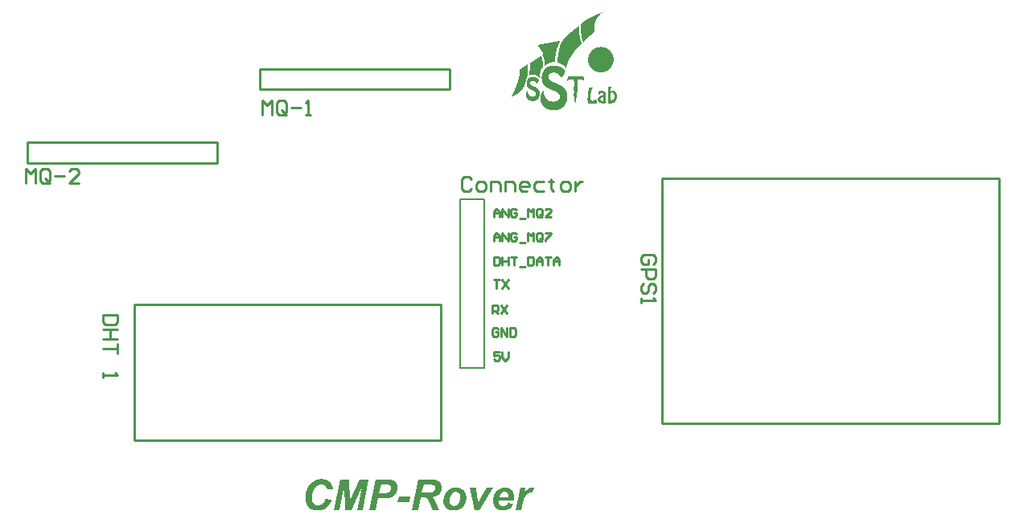
<source format=gto>
G04*
G04 #@! TF.GenerationSoftware,Altium Limited,Altium Designer,18.0.7 (293)*
G04*
G04 Layer_Color=65535*
%FSLAX44Y44*%
%MOMM*%
G71*
G01*
G75*
%ADD10C,0.2000*%
%ADD11C,0.2540*%
G36*
X646907Y566742D02*
X646890D01*
Y566725D01*
X646857D01*
Y566708D01*
X646840D01*
Y566691D01*
X646806D01*
Y566674D01*
X646789D01*
Y566658D01*
X646773D01*
Y566641D01*
X646756D01*
Y566624D01*
X646722D01*
Y566607D01*
X646706D01*
Y566590D01*
X646689D01*
Y566574D01*
X646655D01*
Y566557D01*
X646638D01*
Y566540D01*
X646622D01*
Y566523D01*
X646605D01*
Y566507D01*
X646588D01*
Y566490D01*
X646554D01*
Y566473D01*
X646538D01*
Y566456D01*
X646521D01*
Y566439D01*
X646504D01*
Y566423D01*
X646487D01*
Y566406D01*
X646454D01*
Y566389D01*
X646437D01*
Y566372D01*
X646420D01*
Y566355D01*
X646403D01*
Y566339D01*
X646387D01*
Y566322D01*
X646353D01*
Y566305D01*
X646336D01*
Y566288D01*
X646319D01*
Y566272D01*
X646303D01*
Y566255D01*
X646286D01*
Y566238D01*
X646252D01*
Y566221D01*
X646236D01*
Y566204D01*
X646219D01*
Y566188D01*
X646202D01*
Y566171D01*
X646168D01*
Y566154D01*
X646152D01*
Y566137D01*
X646135D01*
Y566120D01*
X646118D01*
Y566104D01*
X646101D01*
Y566087D01*
X646084D01*
Y566070D01*
X646068D01*
Y566053D01*
X646051D01*
Y566036D01*
X646034D01*
Y566020D01*
X646000D01*
Y566003D01*
X645984D01*
Y565986D01*
X645967D01*
Y565969D01*
X645950D01*
Y565952D01*
X645933D01*
Y565936D01*
X645900D01*
Y565919D01*
X645883D01*
Y565902D01*
X645866D01*
Y565885D01*
X645849D01*
Y565868D01*
X645833D01*
Y565852D01*
X645816D01*
Y565835D01*
X645799D01*
Y565818D01*
X645782D01*
Y565801D01*
X645749D01*
Y565768D01*
X645715D01*
Y565751D01*
X645698D01*
Y565734D01*
X645681D01*
Y565717D01*
X645665D01*
Y565701D01*
X645648D01*
Y565684D01*
X645631D01*
Y565667D01*
X645614D01*
Y565650D01*
X645597D01*
Y565633D01*
X645581D01*
Y565617D01*
X645547D01*
Y565600D01*
X645530D01*
Y565583D01*
X645513D01*
Y565566D01*
X645497D01*
Y565550D01*
X645480D01*
Y565533D01*
X645463D01*
Y565516D01*
X645446D01*
Y565499D01*
X645430D01*
Y565482D01*
X645413D01*
Y565466D01*
X645396D01*
Y565449D01*
X645362D01*
Y565432D01*
X645346D01*
Y565415D01*
X645329D01*
Y565398D01*
X645312D01*
Y565382D01*
X645295D01*
Y565365D01*
X645278D01*
Y565348D01*
X645262D01*
Y565331D01*
X645245D01*
Y565314D01*
X645228D01*
Y565298D01*
X645211D01*
Y565281D01*
X645194D01*
Y565264D01*
X645178D01*
Y565247D01*
X645161D01*
Y565230D01*
X645144D01*
Y565214D01*
X645127D01*
Y565197D01*
X645110D01*
Y565180D01*
X645094D01*
Y565163D01*
X645077D01*
Y565146D01*
X645060D01*
Y565130D01*
X645026D01*
Y565113D01*
X645010D01*
Y565096D01*
X644993D01*
Y565079D01*
X644976D01*
Y565046D01*
X644943D01*
Y565029D01*
X644926D01*
Y565012D01*
X644909D01*
Y564995D01*
X644892D01*
Y564979D01*
X644875D01*
Y564962D01*
X644859D01*
Y564945D01*
X644842D01*
Y564928D01*
X644825D01*
Y564911D01*
X644808D01*
Y564895D01*
X644791D01*
Y564878D01*
X644775D01*
Y564861D01*
X644758D01*
Y564844D01*
X644741D01*
Y564827D01*
X644724D01*
Y564811D01*
X644707D01*
Y564794D01*
X644691D01*
Y564777D01*
X644674D01*
Y564760D01*
X644657D01*
Y564743D01*
X644640D01*
Y564727D01*
X644624D01*
Y564710D01*
X644607D01*
Y564693D01*
X644590D01*
Y564676D01*
X644573D01*
Y564660D01*
X644556D01*
Y564643D01*
X644540D01*
Y564626D01*
X644523D01*
Y564609D01*
X644506D01*
Y564592D01*
X644489D01*
Y564576D01*
X644472D01*
Y564559D01*
X644456D01*
Y564542D01*
X644439D01*
Y564525D01*
X644422D01*
Y564509D01*
X644405D01*
Y564492D01*
X644389D01*
Y564475D01*
X644372D01*
Y564441D01*
X644338D01*
Y564408D01*
X644321D01*
Y564391D01*
X644305D01*
Y564374D01*
X644288D01*
Y564357D01*
X644271D01*
Y564341D01*
X644254D01*
Y564324D01*
X644237D01*
Y564307D01*
X644221D01*
Y564290D01*
X644204D01*
Y564273D01*
X644187D01*
Y564257D01*
X644170D01*
Y564240D01*
X644153D01*
Y564223D01*
X644137D01*
Y564206D01*
X644120D01*
Y564189D01*
X644103D01*
Y564173D01*
X644086D01*
Y564156D01*
X644070D01*
Y564139D01*
X644053D01*
Y564122D01*
X644036D01*
Y564105D01*
X644019D01*
Y564089D01*
X644002D01*
Y564072D01*
X643986D01*
Y564038D01*
X643969D01*
Y564021D01*
X643952D01*
Y564005D01*
X643935D01*
Y563988D01*
X643918D01*
Y563971D01*
X643902D01*
Y563954D01*
X643885D01*
Y563938D01*
X643868D01*
Y563921D01*
X643851D01*
Y563904D01*
X643834D01*
Y563887D01*
X643818D01*
Y563870D01*
X643801D01*
Y563854D01*
X643784D01*
Y563820D01*
X643767D01*
Y563803D01*
X643751D01*
Y563787D01*
X643734D01*
Y563770D01*
X643717D01*
Y563753D01*
X643700D01*
Y563736D01*
X643683D01*
Y563719D01*
X643667D01*
Y563703D01*
X643650D01*
Y563669D01*
X643616D01*
Y563635D01*
X643599D01*
Y563619D01*
X643583D01*
Y563602D01*
X643566D01*
Y563585D01*
X643549D01*
Y563568D01*
X643532D01*
Y563551D01*
X643515D01*
Y563535D01*
X643499D01*
Y563501D01*
X643482D01*
Y563484D01*
X643465D01*
Y563467D01*
X643448D01*
Y563451D01*
X643431D01*
Y563434D01*
X643415D01*
Y563417D01*
X643398D01*
Y563400D01*
X643381D01*
Y563367D01*
X643364D01*
Y563350D01*
X643347D01*
Y563333D01*
X643331D01*
Y563316D01*
X643314D01*
Y563299D01*
X643297D01*
Y563283D01*
X643280D01*
Y563266D01*
X643263D01*
Y563249D01*
X643247D01*
Y563216D01*
X643230D01*
Y563199D01*
X643213D01*
Y563182D01*
X643196D01*
Y563165D01*
X643180D01*
Y563148D01*
X643163D01*
Y563115D01*
X643146D01*
Y563098D01*
X643129D01*
Y563081D01*
X643112D01*
Y563064D01*
X643096D01*
Y563048D01*
X643079D01*
Y563031D01*
X643062D01*
Y562997D01*
X643045D01*
Y562980D01*
X643028D01*
Y562964D01*
X643012D01*
Y562947D01*
X642995D01*
Y562930D01*
X642978D01*
Y562897D01*
X642961D01*
Y562880D01*
X642944D01*
Y562863D01*
X642928D01*
Y562846D01*
X642911D01*
Y562829D01*
X642894D01*
Y562796D01*
X642877D01*
Y562779D01*
X642860D01*
Y562762D01*
X642844D01*
Y562746D01*
X642827D01*
Y562729D01*
X642810D01*
Y562695D01*
X642793D01*
Y562678D01*
X642777D01*
Y562662D01*
X642760D01*
Y562628D01*
X642743D01*
Y562611D01*
X642726D01*
Y562594D01*
X642709D01*
Y562578D01*
X642693D01*
Y562561D01*
X642676D01*
Y562527D01*
X642659D01*
Y562510D01*
X642642D01*
Y562494D01*
X642626D01*
Y562477D01*
X642609D01*
Y562443D01*
X642592D01*
Y562426D01*
X642575D01*
Y562410D01*
X642558D01*
Y562393D01*
X642542D01*
Y562359D01*
X642525D01*
Y562342D01*
X642508D01*
Y562326D01*
X642491D01*
Y562309D01*
X642474D01*
Y562275D01*
X642458D01*
Y562258D01*
X642441D01*
Y562242D01*
X642424D01*
Y562225D01*
X642407D01*
Y562191D01*
X642390D01*
Y562175D01*
X642374D01*
Y562158D01*
X642357D01*
Y562124D01*
X642340D01*
Y562107D01*
X642323D01*
Y562091D01*
X642306D01*
Y562057D01*
X642290D01*
Y562040D01*
X642273D01*
Y562024D01*
X642256D01*
Y562007D01*
X642239D01*
Y561973D01*
X642223D01*
Y561956D01*
X642206D01*
Y561923D01*
X642189D01*
Y561906D01*
X642172D01*
Y561889D01*
X642155D01*
Y561872D01*
X642139D01*
Y561839D01*
X642122D01*
Y561822D01*
X642105D01*
Y561805D01*
X642088D01*
Y561772D01*
X642071D01*
Y561755D01*
X642055D01*
Y561738D01*
X642038D01*
Y561704D01*
X642021D01*
Y561688D01*
X642004D01*
Y561654D01*
X641987D01*
Y561637D01*
X641971D01*
Y561620D01*
X641954D01*
Y561587D01*
X641937D01*
Y561570D01*
X641920D01*
Y561553D01*
X641904D01*
Y561536D01*
X641887D01*
Y561503D01*
X641870D01*
Y561486D01*
X641853D01*
Y561453D01*
X641836D01*
Y561436D01*
X641820D01*
Y561419D01*
X641803D01*
Y561385D01*
X641786D01*
Y561369D01*
X641769D01*
Y561335D01*
X641752D01*
Y561318D01*
X641736D01*
Y561301D01*
X641719D01*
Y561268D01*
X641702D01*
Y561251D01*
X641685D01*
Y561217D01*
X641668D01*
Y561201D01*
X641652D01*
Y561184D01*
X641635D01*
Y561150D01*
X641618D01*
Y561133D01*
X641601D01*
Y561100D01*
X641584D01*
Y561083D01*
X641568D01*
Y561050D01*
X641551D01*
Y561033D01*
X641534D01*
Y561016D01*
X641517D01*
Y560982D01*
X641500D01*
Y560966D01*
X641484D01*
Y560932D01*
X641467D01*
Y560915D01*
X641450D01*
Y560882D01*
X641433D01*
Y560865D01*
X641416D01*
Y560831D01*
X641400D01*
Y560815D01*
X641383D01*
Y560781D01*
X641366D01*
Y560764D01*
X641349D01*
Y560731D01*
X641333D01*
Y560714D01*
X641316D01*
Y560680D01*
X641299D01*
Y560663D01*
X641282D01*
Y560630D01*
X641265D01*
Y560613D01*
X641249D01*
Y560579D01*
X641232D01*
Y560563D01*
X641215D01*
Y560546D01*
X641198D01*
Y560512D01*
X641181D01*
Y560479D01*
X641165D01*
Y560462D01*
X641148D01*
Y560428D01*
X641131D01*
Y560412D01*
X641114D01*
Y560378D01*
X641097D01*
Y560361D01*
X641081D01*
Y560328D01*
X641064D01*
Y560294D01*
X641047D01*
Y560277D01*
X641030D01*
Y560244D01*
X641014D01*
Y560227D01*
X640997D01*
Y560193D01*
X640980D01*
Y560177D01*
X640963D01*
Y560143D01*
X640946D01*
Y560109D01*
X640930D01*
Y560093D01*
X640913D01*
Y560059D01*
X640896D01*
Y560042D01*
X640879D01*
Y560009D01*
X640862D01*
Y559975D01*
X640846D01*
Y559958D01*
X640829D01*
Y559925D01*
X640812D01*
Y559908D01*
X640795D01*
Y559874D01*
X640779D01*
Y559841D01*
X640762D01*
Y559824D01*
X640745D01*
Y559790D01*
X640728D01*
Y559773D01*
X640711D01*
Y559723D01*
X640695D01*
Y559706D01*
X640678D01*
Y559673D01*
X640661D01*
Y559656D01*
X640644D01*
Y559622D01*
X640627D01*
Y559589D01*
X640611D01*
Y559572D01*
X640594D01*
Y559538D01*
X640577D01*
Y559505D01*
X640560D01*
Y559488D01*
X640543D01*
Y559454D01*
X640527D01*
Y559421D01*
X640510D01*
Y559387D01*
X640493D01*
Y559370D01*
X640476D01*
Y559337D01*
X640460D01*
Y559303D01*
X640443D01*
Y559287D01*
X640426D01*
Y559236D01*
X640409D01*
Y559219D01*
X640392D01*
Y559186D01*
X640376D01*
Y559169D01*
X640359D01*
Y559136D01*
X640342D01*
Y559102D01*
X640325D01*
Y559085D01*
X640308D01*
Y559035D01*
X640292D01*
Y559018D01*
X640275D01*
Y558984D01*
X640258D01*
Y558951D01*
X640241D01*
Y558917D01*
X640224D01*
Y558884D01*
X640208D01*
Y558867D01*
X640191D01*
Y558816D01*
X640174D01*
Y558800D01*
X640157D01*
Y558766D01*
X640141D01*
Y558732D01*
X640124D01*
Y558716D01*
X640107D01*
Y558665D01*
X640090D01*
Y558648D01*
X640073D01*
Y558598D01*
X640057D01*
Y558581D01*
X640040D01*
Y558548D01*
X640023D01*
Y558514D01*
X640006D01*
Y558481D01*
X639989D01*
Y558447D01*
X639973D01*
Y558414D01*
X639956D01*
Y558380D01*
X639939D01*
Y558346D01*
X639922D01*
Y558330D01*
X639905D01*
Y558279D01*
X639889D01*
Y558262D01*
X639872D01*
Y558212D01*
X639855D01*
Y558178D01*
X639838D01*
Y558162D01*
X639822D01*
Y558111D01*
X639805D01*
Y558094D01*
X639788D01*
Y558044D01*
X639771D01*
Y558010D01*
X639754D01*
Y557977D01*
X639738D01*
Y557943D01*
X639721D01*
Y557926D01*
X639704D01*
Y557876D01*
X639687D01*
Y557843D01*
X639670D01*
Y557809D01*
X639654D01*
Y557775D01*
X639637D01*
Y557742D01*
X639620D01*
Y557691D01*
X639603D01*
Y557675D01*
X639586D01*
Y557624D01*
X639570D01*
Y557591D01*
X639553D01*
Y557557D01*
X639536D01*
Y557524D01*
X639519D01*
Y557490D01*
X639502D01*
Y557440D01*
X639486D01*
Y557423D01*
X639469D01*
Y557373D01*
X639452D01*
Y557339D01*
X639435D01*
Y557305D01*
X639418D01*
Y557255D01*
X639402D01*
Y557238D01*
X639385D01*
Y557171D01*
X639368D01*
Y557154D01*
X639351D01*
Y557104D01*
X639334D01*
Y557070D01*
X639318D01*
Y557037D01*
X639301D01*
Y556986D01*
X639284D01*
Y556969D01*
X639267D01*
Y556902D01*
X639251D01*
Y556869D01*
X639234D01*
Y556835D01*
X639217D01*
Y556785D01*
X639200D01*
Y556768D01*
X639183D01*
Y556701D01*
X639167D01*
Y556667D01*
X639150D01*
Y556634D01*
X639133D01*
Y556583D01*
X639116D01*
Y556550D01*
X639100D01*
Y556499D01*
X639083D01*
Y556466D01*
X639066D01*
Y556415D01*
X639049D01*
Y556382D01*
X639032D01*
Y556331D01*
X639016D01*
Y556281D01*
X638999D01*
Y556247D01*
X638982D01*
Y556197D01*
X638965D01*
Y556163D01*
X638948D01*
Y556113D01*
X638932D01*
Y556063D01*
X638915D01*
Y556029D01*
X638898D01*
Y555962D01*
X638881D01*
Y555928D01*
X638864D01*
Y555878D01*
X638848D01*
Y555828D01*
X638831D01*
Y555794D01*
X638814D01*
Y555727D01*
X638797D01*
Y555710D01*
X638780D01*
Y555643D01*
X638764D01*
Y555593D01*
X638747D01*
Y555542D01*
X638730D01*
Y555492D01*
X638713D01*
Y555458D01*
X638697D01*
Y555391D01*
X638680D01*
Y555358D01*
X638663D01*
Y555290D01*
X638646D01*
Y555240D01*
X638629D01*
Y555190D01*
X638613D01*
Y555122D01*
X638596D01*
Y555089D01*
X638579D01*
Y555005D01*
X638562D01*
Y554971D01*
X638545D01*
Y554904D01*
X638529D01*
Y554854D01*
X638512D01*
Y554820D01*
X638495D01*
Y554736D01*
X638478D01*
Y554703D01*
X638461D01*
Y554619D01*
X638445D01*
Y554568D01*
X638428D01*
Y554518D01*
X638411D01*
Y554434D01*
X638394D01*
Y554400D01*
X638377D01*
Y554317D01*
X638361D01*
Y554266D01*
X638344D01*
Y554182D01*
X638327D01*
Y554115D01*
X638310D01*
Y554065D01*
X638293D01*
Y553981D01*
X638277D01*
Y553930D01*
X638260D01*
Y553846D01*
X638243D01*
Y553779D01*
X638226D01*
Y553712D01*
X638209D01*
Y553628D01*
X638193D01*
Y553578D01*
X638176D01*
Y553460D01*
X638159D01*
Y553410D01*
X638142D01*
Y553326D01*
X638126D01*
Y553242D01*
X638109D01*
Y553175D01*
X638092D01*
Y553041D01*
X638075D01*
Y552990D01*
X638058D01*
Y552873D01*
X638042D01*
Y552805D01*
X638025D01*
Y552705D01*
X638008D01*
Y552570D01*
X637991D01*
Y552503D01*
X637975D01*
Y552352D01*
X637958D01*
Y552285D01*
X637941D01*
Y552151D01*
X637924D01*
Y552016D01*
X637907D01*
Y551916D01*
X637891D01*
Y551731D01*
X637874D01*
Y551613D01*
X637857D01*
Y551395D01*
X637840D01*
Y551244D01*
X637823D01*
Y551059D01*
X637807D01*
Y550723D01*
X637790D01*
Y550488D01*
X637773D01*
Y549078D01*
X637790D01*
Y548843D01*
X637807D01*
Y548507D01*
X637823D01*
Y548322D01*
X637840D01*
Y548171D01*
X637857D01*
Y547936D01*
X637874D01*
Y547835D01*
X637891D01*
Y547651D01*
X637907D01*
Y547550D01*
X637924D01*
Y547416D01*
X637941D01*
Y547281D01*
X637958D01*
Y547197D01*
X637975D01*
Y547046D01*
X637991D01*
Y546979D01*
X638008D01*
Y546845D01*
X638025D01*
Y546761D01*
X638042D01*
Y546677D01*
X638058D01*
Y546559D01*
X638075D01*
Y546492D01*
X638092D01*
Y546375D01*
X638109D01*
Y546307D01*
X638126D01*
Y546240D01*
X638142D01*
Y546139D01*
X638159D01*
Y546072D01*
X638176D01*
Y545972D01*
X638193D01*
Y545921D01*
X638209D01*
Y545837D01*
X638226D01*
Y545787D01*
X638209D01*
Y545753D01*
X638176D01*
Y545737D01*
X638159D01*
Y545720D01*
X638142D01*
Y545703D01*
X638109D01*
Y545686D01*
X638092D01*
Y545669D01*
X638075D01*
Y545653D01*
X638042D01*
Y545636D01*
X638025D01*
Y545619D01*
X638008D01*
Y545602D01*
X637991D01*
Y545586D01*
X637958D01*
Y545569D01*
X637941D01*
Y545552D01*
X637924D01*
Y545535D01*
X637891D01*
Y545518D01*
X637874D01*
Y545502D01*
X637857D01*
Y545485D01*
X637840D01*
Y545468D01*
X637823D01*
Y545451D01*
X637790D01*
Y545434D01*
X637773D01*
Y545418D01*
X637739D01*
Y545384D01*
X637706D01*
Y545367D01*
X637689D01*
Y545350D01*
X637672D01*
Y545334D01*
X637639D01*
Y545317D01*
X637622D01*
Y545300D01*
X637605D01*
Y545283D01*
X637588D01*
Y545266D01*
X637555D01*
Y545250D01*
X637538D01*
Y545233D01*
X637521D01*
Y545216D01*
X637504D01*
Y545199D01*
X637487D01*
Y545182D01*
X637454D01*
Y545166D01*
X637437D01*
Y545149D01*
X637420D01*
Y545132D01*
X637387D01*
Y545115D01*
X637370D01*
Y545098D01*
X637353D01*
Y545082D01*
X637336D01*
Y545065D01*
X637320D01*
Y545048D01*
X637286D01*
Y545031D01*
X637269D01*
Y545015D01*
X637253D01*
Y544998D01*
X637236D01*
Y544981D01*
X637202D01*
Y544964D01*
X637185D01*
Y544947D01*
X637169D01*
Y544931D01*
X637152D01*
Y544914D01*
X637135D01*
Y544897D01*
X637101D01*
Y544880D01*
X637085D01*
Y544864D01*
X637068D01*
Y544847D01*
X637051D01*
Y544830D01*
X637034D01*
Y544813D01*
X637001D01*
Y544796D01*
X636984D01*
Y544780D01*
X636967D01*
Y544763D01*
X636933D01*
Y544746D01*
X636917D01*
Y544729D01*
X636900D01*
Y544712D01*
X636883D01*
Y544696D01*
X636866D01*
Y544679D01*
X636850D01*
Y544662D01*
X636816D01*
Y544645D01*
X636799D01*
Y544628D01*
X636782D01*
Y544612D01*
X636766D01*
Y544595D01*
X636749D01*
Y544578D01*
X636715D01*
Y544561D01*
X636698D01*
Y544544D01*
X636682D01*
Y544528D01*
X636665D01*
Y544511D01*
X636648D01*
Y544494D01*
X636614D01*
Y544477D01*
X636598D01*
Y544460D01*
X636581D01*
Y544444D01*
X636564D01*
Y544427D01*
X636547D01*
Y544410D01*
X636514D01*
Y544393D01*
X636497D01*
Y544376D01*
X636480D01*
Y544360D01*
X636463D01*
Y544343D01*
X636446D01*
Y544326D01*
X636413D01*
Y544309D01*
X636396D01*
Y544293D01*
X636379D01*
Y544276D01*
X636363D01*
Y544259D01*
X636346D01*
Y544242D01*
X636312D01*
Y544225D01*
X636295D01*
Y544209D01*
X636279D01*
Y544192D01*
X636262D01*
Y544175D01*
X636245D01*
Y544158D01*
X636212D01*
Y544142D01*
X636195D01*
Y544125D01*
X636178D01*
Y544108D01*
X636161D01*
Y544091D01*
X636144D01*
Y544074D01*
X636128D01*
Y544058D01*
X636094D01*
Y544041D01*
X636077D01*
Y544024D01*
X636060D01*
Y544007D01*
X636044D01*
Y543990D01*
X636027D01*
Y543974D01*
X636010D01*
Y543957D01*
X635976D01*
Y543940D01*
X635960D01*
Y543923D01*
X635943D01*
Y543906D01*
X635926D01*
Y543890D01*
X635909D01*
Y543873D01*
X635876D01*
Y543856D01*
X635859D01*
Y543839D01*
X635842D01*
Y543823D01*
X635825D01*
Y543806D01*
X635808D01*
Y543789D01*
X635792D01*
Y543772D01*
X635775D01*
Y543755D01*
X635741D01*
Y543739D01*
X635724D01*
Y543722D01*
X635708D01*
Y543705D01*
X635691D01*
Y543688D01*
X635674D01*
Y543671D01*
X635641D01*
Y543655D01*
X635624D01*
Y543638D01*
X635607D01*
Y543621D01*
X635590D01*
Y543604D01*
X635573D01*
Y543587D01*
X635557D01*
Y543571D01*
X635540D01*
Y543554D01*
X635506D01*
Y543537D01*
X635490D01*
Y543520D01*
X635473D01*
Y543503D01*
X635456D01*
Y543487D01*
X635439D01*
Y543470D01*
X635422D01*
Y543453D01*
X635389D01*
Y543436D01*
X635372D01*
Y543419D01*
X635355D01*
Y543403D01*
X635338D01*
Y543386D01*
X635322D01*
Y543369D01*
X635305D01*
Y543352D01*
X635271D01*
Y543335D01*
X635254D01*
Y543319D01*
X635238D01*
Y543302D01*
X635221D01*
Y543285D01*
X635204D01*
Y543268D01*
X635187D01*
Y543252D01*
X635171D01*
Y543235D01*
X635154D01*
Y543218D01*
X635137D01*
Y543201D01*
X635103D01*
Y543184D01*
X635087D01*
Y543168D01*
X635070D01*
Y543151D01*
X635053D01*
Y543134D01*
X635036D01*
Y543117D01*
X635003D01*
Y543101D01*
X634986D01*
Y543084D01*
X634969D01*
Y543067D01*
X634952D01*
Y543050D01*
X634935D01*
Y543033D01*
X634919D01*
Y543017D01*
X634902D01*
Y543000D01*
X634885D01*
Y542983D01*
X634868D01*
Y542966D01*
X634835D01*
Y542949D01*
X634818D01*
Y542933D01*
X634801D01*
Y542916D01*
X634784D01*
Y542899D01*
X634767D01*
Y542882D01*
X634751D01*
Y542865D01*
X634717D01*
Y542849D01*
X634700D01*
Y542832D01*
X634683D01*
Y542815D01*
X634667D01*
Y542798D01*
X634650D01*
Y542781D01*
X634633D01*
Y542765D01*
X634616D01*
Y542748D01*
X634600D01*
Y542731D01*
X634583D01*
Y542714D01*
X634549D01*
Y542697D01*
X634532D01*
Y542681D01*
X634516D01*
Y542664D01*
X634499D01*
Y542647D01*
X634482D01*
Y542630D01*
X634465D01*
Y542613D01*
X634448D01*
Y542597D01*
X634432D01*
Y542580D01*
X634415D01*
Y542563D01*
X634381D01*
Y542546D01*
X634365D01*
Y542530D01*
X634348D01*
Y542513D01*
X634331D01*
Y542496D01*
X634314D01*
Y542479D01*
X634297D01*
Y542462D01*
X634281D01*
Y542446D01*
X634247D01*
Y542429D01*
X634230D01*
Y542412D01*
X634213D01*
Y542395D01*
X634197D01*
Y542379D01*
X634180D01*
Y542362D01*
X634163D01*
Y542345D01*
X634146D01*
Y542328D01*
X634129D01*
Y542311D01*
X634113D01*
Y542295D01*
X634096D01*
Y542278D01*
X634062D01*
Y542261D01*
X634045D01*
Y542244D01*
X634029D01*
Y542227D01*
X634012D01*
Y542211D01*
X633995D01*
Y542194D01*
X633978D01*
Y542177D01*
X633961D01*
Y542160D01*
X633945D01*
Y542143D01*
X633911D01*
Y542127D01*
X633894D01*
Y542110D01*
X633878D01*
Y542093D01*
X633861D01*
Y542076D01*
X633844D01*
Y542059D01*
X633827D01*
Y542043D01*
X633810D01*
Y542026D01*
X633794D01*
Y542009D01*
X633777D01*
Y541992D01*
X633760D01*
Y541976D01*
X633743D01*
Y541959D01*
X633710D01*
Y541942D01*
X633693D01*
Y541925D01*
X633676D01*
Y541908D01*
X633659D01*
Y541892D01*
X633643D01*
Y541875D01*
X633626D01*
Y541858D01*
X633609D01*
Y541841D01*
X633592D01*
Y541824D01*
X633575D01*
Y541808D01*
X633559D01*
Y541791D01*
X633542D01*
Y541774D01*
X633525D01*
Y541757D01*
X633491D01*
Y541740D01*
X633475D01*
Y541724D01*
X633458D01*
Y541707D01*
X633441D01*
Y541690D01*
X633424D01*
Y541673D01*
X633407D01*
Y541656D01*
X633391D01*
Y541640D01*
X633374D01*
Y541623D01*
X633357D01*
Y541606D01*
X633340D01*
Y541589D01*
X633307D01*
Y541572D01*
X633290D01*
Y541556D01*
X633273D01*
Y541539D01*
X633256D01*
Y541522D01*
X633240D01*
Y541505D01*
X633223D01*
Y541489D01*
X633206D01*
Y541472D01*
X633189D01*
Y541455D01*
X633172D01*
Y541438D01*
X633156D01*
Y541421D01*
X633139D01*
Y541405D01*
X633122D01*
Y541388D01*
X633105D01*
Y541371D01*
X633088D01*
Y541354D01*
X633055D01*
Y541337D01*
X633038D01*
Y541321D01*
X633021D01*
Y541304D01*
X633004D01*
Y541287D01*
X632988D01*
Y541270D01*
X632971D01*
Y541254D01*
X632954D01*
Y541237D01*
X632937D01*
Y541220D01*
X632920D01*
Y541203D01*
X632904D01*
Y541186D01*
X632887D01*
Y541170D01*
X632870D01*
Y541153D01*
X632837D01*
Y541136D01*
X632820D01*
Y541119D01*
X632803D01*
Y541102D01*
X632786D01*
Y541086D01*
X632769D01*
Y541069D01*
X632753D01*
Y541052D01*
X632736D01*
Y541035D01*
X632719D01*
Y541018D01*
X632702D01*
Y541002D01*
X632686D01*
Y540985D01*
X632669D01*
Y540968D01*
X632652D01*
Y540951D01*
X632635D01*
Y540934D01*
X632618D01*
Y540918D01*
X632602D01*
Y540901D01*
X632585D01*
Y540884D01*
X632568D01*
Y540867D01*
X632534D01*
Y540834D01*
X632501D01*
Y540817D01*
X632484D01*
Y540800D01*
X632467D01*
Y540783D01*
X632450D01*
Y540767D01*
X632434D01*
Y540750D01*
X632417D01*
Y540733D01*
X632400D01*
Y540716D01*
X632383D01*
Y540699D01*
X632366D01*
Y540683D01*
X632350D01*
Y540666D01*
X632333D01*
Y540649D01*
X632316D01*
Y540632D01*
X632299D01*
Y540616D01*
X632282D01*
Y540599D01*
X632266D01*
Y540582D01*
X632232D01*
Y540565D01*
X632215D01*
Y540548D01*
X632198D01*
Y540532D01*
X632182D01*
Y540515D01*
X632165D01*
Y540498D01*
X632148D01*
Y540481D01*
X632131D01*
Y540464D01*
X632115D01*
Y540448D01*
X632098D01*
Y540431D01*
X632081D01*
Y540414D01*
X632064D01*
Y540397D01*
X632047D01*
Y540380D01*
X632031D01*
Y540364D01*
X632014D01*
Y540347D01*
X631997D01*
Y540330D01*
X631980D01*
Y540313D01*
X631964D01*
Y540296D01*
X631947D01*
Y540280D01*
X631930D01*
Y540263D01*
X631913D01*
Y540246D01*
X631896D01*
Y540229D01*
X631880D01*
Y540213D01*
X631846D01*
Y540179D01*
X631812D01*
Y540162D01*
X631796D01*
Y540145D01*
X631779D01*
Y540129D01*
X631762D01*
Y540112D01*
X631745D01*
Y540095D01*
X631728D01*
Y540078D01*
X631712D01*
Y540061D01*
X631695D01*
Y540045D01*
X631678D01*
Y540028D01*
X631661D01*
Y540011D01*
X631644D01*
Y539994D01*
X631628D01*
Y539977D01*
X631611D01*
Y539961D01*
X631594D01*
Y539944D01*
X631577D01*
Y539927D01*
X631561D01*
Y539910D01*
X631544D01*
Y539893D01*
X631527D01*
Y539877D01*
X631510D01*
Y539860D01*
X631493D01*
Y539843D01*
X631477D01*
Y539826D01*
X631460D01*
Y539809D01*
X631443D01*
Y539793D01*
X631426D01*
Y539776D01*
X631409D01*
Y539759D01*
X631393D01*
Y539742D01*
X631376D01*
Y539725D01*
X631359D01*
Y539709D01*
X631342D01*
Y539692D01*
X631325D01*
Y539675D01*
X631309D01*
Y539658D01*
X631292D01*
Y539642D01*
X631275D01*
Y539625D01*
X631258D01*
Y539608D01*
X631241D01*
Y539591D01*
X631225D01*
Y539574D01*
X631191D01*
Y539558D01*
X631174D01*
Y539541D01*
X631157D01*
Y539524D01*
X631141D01*
Y539507D01*
X631124D01*
Y539491D01*
X631107D01*
Y539474D01*
X631090D01*
Y539457D01*
X631073D01*
Y539440D01*
X631057D01*
Y539423D01*
X631040D01*
Y539407D01*
X631023D01*
Y539390D01*
X631006D01*
Y539373D01*
X630990D01*
Y539356D01*
X630973D01*
Y539339D01*
X630956D01*
Y539323D01*
X630939D01*
Y539306D01*
X630922D01*
Y539289D01*
X630906D01*
Y539272D01*
X630889D01*
Y539255D01*
X630872D01*
Y539239D01*
X630855D01*
Y539222D01*
X630839D01*
Y539205D01*
X630822D01*
Y539188D01*
X630805D01*
Y539171D01*
X630788D01*
Y539155D01*
X630771D01*
Y539138D01*
X630755D01*
Y539121D01*
X630738D01*
Y539104D01*
X630721D01*
Y539087D01*
X630704D01*
Y539071D01*
X630687D01*
Y539054D01*
X630671D01*
Y539037D01*
X630654D01*
Y539020D01*
X630637D01*
Y539003D01*
X630620D01*
Y538987D01*
X630603D01*
Y538970D01*
X630587D01*
Y538953D01*
X630570D01*
Y538936D01*
X630553D01*
Y538920D01*
X630536D01*
Y538903D01*
X630519D01*
Y538886D01*
X630503D01*
Y538869D01*
X630486D01*
Y538852D01*
X630469D01*
Y538836D01*
X630452D01*
Y538819D01*
X630435D01*
Y538802D01*
X630419D01*
Y538785D01*
X630402D01*
Y538769D01*
X630385D01*
Y538752D01*
X630368D01*
Y538735D01*
X630351D01*
Y538718D01*
X630335D01*
Y538701D01*
X630318D01*
Y538685D01*
X630301D01*
Y538668D01*
X630284D01*
Y538651D01*
X630268D01*
Y538634D01*
X630251D01*
Y538617D01*
X630234D01*
Y538601D01*
X630217D01*
Y538584D01*
X630200D01*
Y538567D01*
X630184D01*
Y538550D01*
X630167D01*
Y538533D01*
X630150D01*
Y538517D01*
X630133D01*
Y538500D01*
X630117D01*
Y538483D01*
X630100D01*
Y538466D01*
X630083D01*
Y538450D01*
X630066D01*
Y538433D01*
X630049D01*
Y538416D01*
X630033D01*
Y538399D01*
X630016D01*
Y538382D01*
X629999D01*
Y538366D01*
X629982D01*
Y538349D01*
X629965D01*
Y538332D01*
X629949D01*
Y538315D01*
X629932D01*
Y538298D01*
X629915D01*
Y538282D01*
X629898D01*
Y538265D01*
X629881D01*
Y538248D01*
X629865D01*
Y538231D01*
X629848D01*
Y538214D01*
X629831D01*
Y538181D01*
X629814D01*
Y538164D01*
X629797D01*
Y538147D01*
X629781D01*
Y538130D01*
X629764D01*
Y538114D01*
X629747D01*
Y538097D01*
X629730D01*
Y538080D01*
X629714D01*
Y538063D01*
X629697D01*
Y538046D01*
X629680D01*
Y538030D01*
X629663D01*
Y538013D01*
X629646D01*
Y537996D01*
X629630D01*
Y537979D01*
X629613D01*
Y537962D01*
X629596D01*
Y537946D01*
X629579D01*
Y537929D01*
X629562D01*
Y537912D01*
X629546D01*
Y537895D01*
X629529D01*
Y537879D01*
X629512D01*
Y537862D01*
X629495D01*
Y537845D01*
X629478D01*
Y537828D01*
X629462D01*
Y537811D01*
X629445D01*
Y537795D01*
X629428D01*
Y537778D01*
X629411D01*
Y537761D01*
X629394D01*
Y537744D01*
X629378D01*
Y537728D01*
X629361D01*
Y537711D01*
X629344D01*
Y537694D01*
X629327D01*
Y537677D01*
X629310D01*
Y537660D01*
X629294D01*
Y537644D01*
X629277D01*
Y537627D01*
X629260D01*
Y537610D01*
X629243D01*
Y537593D01*
X629227D01*
Y537560D01*
X629193D01*
Y537526D01*
X629176D01*
Y537509D01*
X629159D01*
Y537492D01*
X629143D01*
Y537476D01*
X629126D01*
Y537459D01*
X629109D01*
Y537442D01*
X629092D01*
Y537425D01*
X629075D01*
Y537408D01*
X629059D01*
Y537392D01*
X629042D01*
Y537375D01*
X629025D01*
Y537358D01*
X629008D01*
Y537341D01*
X628992D01*
Y537324D01*
X628975D01*
Y537308D01*
X628958D01*
Y537291D01*
X628941D01*
Y537274D01*
X628924D01*
Y537257D01*
X628908D01*
Y537240D01*
X628891D01*
Y537224D01*
X628874D01*
Y537207D01*
X628857D01*
Y537190D01*
X628840D01*
Y537173D01*
X628824D01*
Y537140D01*
X628807D01*
Y537123D01*
X628790D01*
Y537106D01*
X628773D01*
Y537089D01*
X628756D01*
Y537073D01*
X628740D01*
Y537056D01*
X628723D01*
Y537039D01*
X628706D01*
Y537022D01*
X628689D01*
Y537006D01*
X628672D01*
Y536989D01*
X628656D01*
Y536972D01*
X628639D01*
Y536955D01*
X628622D01*
Y536922D01*
X628588D01*
Y536888D01*
X628572D01*
Y536871D01*
X628555D01*
Y536854D01*
X628538D01*
Y536838D01*
X628521D01*
Y536821D01*
X628505D01*
Y536804D01*
X628488D01*
Y536787D01*
X628471D01*
Y536770D01*
X628454D01*
Y536754D01*
X628437D01*
Y536737D01*
X628421D01*
Y536720D01*
X628404D01*
Y536703D01*
X628387D01*
Y536687D01*
X628370D01*
Y536670D01*
X628354D01*
Y536653D01*
X628337D01*
Y536636D01*
X628320D01*
Y536619D01*
X628303D01*
Y536603D01*
X628286D01*
Y536586D01*
X628270D01*
Y536552D01*
X628253D01*
Y536535D01*
X628236D01*
Y536519D01*
X628219D01*
Y536502D01*
X628202D01*
Y536485D01*
X628186D01*
Y536468D01*
X628169D01*
Y536451D01*
X628152D01*
Y536435D01*
X628135D01*
Y536418D01*
X628118D01*
Y536401D01*
X628102D01*
Y536384D01*
X628085D01*
Y536351D01*
X628068D01*
Y536334D01*
X628051D01*
Y536317D01*
X628035D01*
Y536300D01*
X628018D01*
Y536283D01*
X628001D01*
Y536267D01*
X627984D01*
Y536250D01*
X627967D01*
Y536233D01*
X627951D01*
Y536216D01*
X627934D01*
Y536199D01*
X627917D01*
Y536183D01*
X627900D01*
Y536166D01*
X627883D01*
Y536149D01*
X627867D01*
Y536132D01*
X627850D01*
Y536116D01*
X627833D01*
Y536099D01*
X627816D01*
Y536065D01*
X627799D01*
Y536048D01*
X627783D01*
Y536032D01*
X627766D01*
Y536015D01*
X627749D01*
Y535998D01*
X627732D01*
Y535981D01*
X627715D01*
Y535965D01*
X627699D01*
Y535948D01*
X627682D01*
Y535931D01*
X627665D01*
Y535897D01*
X627648D01*
Y535881D01*
X627631D01*
Y535864D01*
X627615D01*
Y535847D01*
X627598D01*
Y535830D01*
X627581D01*
Y535813D01*
X627564D01*
Y535797D01*
X627547D01*
Y535780D01*
X627531D01*
Y535763D01*
X627514D01*
Y535746D01*
X627497D01*
Y535713D01*
X627480D01*
Y535696D01*
X627464D01*
Y535679D01*
X627447D01*
Y535662D01*
X627430D01*
Y535645D01*
X627413D01*
Y535629D01*
X627396D01*
Y535612D01*
X627380D01*
Y535595D01*
X627363D01*
Y535578D01*
X627346D01*
Y535561D01*
X627329D01*
Y535545D01*
X627313D01*
Y535528D01*
X627296D01*
Y535494D01*
X627279D01*
Y535477D01*
X627262D01*
Y535461D01*
X627245D01*
Y535444D01*
X627229D01*
Y535427D01*
X627212D01*
Y535410D01*
X627195D01*
Y535394D01*
X627178D01*
Y535360D01*
X627161D01*
Y535343D01*
X627145D01*
Y535326D01*
X627128D01*
Y535310D01*
X627111D01*
Y535293D01*
X627094D01*
Y535276D01*
X627077D01*
Y535259D01*
X627061D01*
Y535243D01*
X627044D01*
Y535226D01*
X627027D01*
Y535209D01*
X627010D01*
Y535175D01*
X626977D01*
Y535142D01*
X626960D01*
Y535125D01*
X626943D01*
Y535108D01*
X626926D01*
Y535091D01*
X626909D01*
Y535075D01*
X626893D01*
Y535058D01*
X626876D01*
Y535041D01*
X626859D01*
Y535007D01*
X626842D01*
Y534991D01*
X626825D01*
Y534974D01*
X626809D01*
Y534957D01*
X626792D01*
Y534940D01*
X626775D01*
Y534923D01*
X626758D01*
Y534907D01*
X626742D01*
Y534890D01*
X626725D01*
Y534856D01*
X626674D01*
Y534873D01*
X626658D01*
Y534907D01*
X626641D01*
Y534923D01*
X626624D01*
Y534957D01*
X626607D01*
Y534974D01*
X626590D01*
Y535007D01*
X626574D01*
Y535041D01*
X626557D01*
Y535058D01*
X626540D01*
Y535091D01*
X626523D01*
Y535108D01*
X626507D01*
Y535125D01*
X626490D01*
Y535159D01*
X626473D01*
Y535175D01*
X626456D01*
Y535226D01*
X626439D01*
Y535243D01*
X626423D01*
Y535276D01*
X626406D01*
Y535293D01*
X626389D01*
Y535326D01*
X626372D01*
Y535360D01*
X626355D01*
Y535377D01*
X626339D01*
Y535410D01*
X626322D01*
Y535444D01*
X626305D01*
Y535461D01*
X626288D01*
Y535494D01*
X626271D01*
Y535528D01*
X626255D01*
Y535561D01*
X626238D01*
Y535578D01*
X626221D01*
Y535612D01*
X626204D01*
Y535645D01*
X626188D01*
Y535679D01*
X626171D01*
Y535713D01*
X626154D01*
Y535746D01*
X626137D01*
Y535780D01*
X626120D01*
Y535813D01*
X626104D01*
Y535830D01*
X626087D01*
Y535881D01*
X626070D01*
Y535897D01*
X626053D01*
Y535948D01*
X626036D01*
Y535965D01*
X626020D01*
Y536015D01*
X626003D01*
Y536048D01*
X625986D01*
Y536065D01*
X625969D01*
Y536116D01*
X625952D01*
Y536132D01*
X625936D01*
Y536183D01*
X625919D01*
Y536216D01*
X625902D01*
Y536250D01*
X625885D01*
Y536300D01*
X625868D01*
Y536317D01*
X625852D01*
Y536367D01*
X625835D01*
Y536401D01*
X625818D01*
Y536451D01*
X625801D01*
Y536485D01*
X625784D01*
Y536519D01*
X625768D01*
Y536569D01*
X625751D01*
Y536586D01*
X625734D01*
Y536636D01*
X625717D01*
Y536670D01*
X625701D01*
Y536720D01*
X625684D01*
Y536770D01*
X625667D01*
Y536787D01*
X625650D01*
Y536854D01*
X625633D01*
Y536871D01*
X625617D01*
Y536922D01*
X625600D01*
Y536972D01*
X625583D01*
Y537006D01*
X625566D01*
Y537056D01*
X625549D01*
Y537089D01*
X625533D01*
Y537157D01*
X625516D01*
Y537190D01*
X625499D01*
Y537224D01*
X625482D01*
Y537291D01*
X625466D01*
Y537308D01*
X625449D01*
Y537392D01*
X625432D01*
Y537425D01*
X625415D01*
Y537476D01*
X625398D01*
Y537526D01*
X625382D01*
Y537560D01*
X625365D01*
Y537627D01*
X625348D01*
Y537660D01*
X625331D01*
Y537728D01*
X625314D01*
Y537761D01*
X625298D01*
Y537811D01*
X625281D01*
Y537879D01*
X625264D01*
Y537912D01*
X625247D01*
Y537979D01*
X625230D01*
Y538030D01*
X625214D01*
Y538080D01*
X625197D01*
Y538147D01*
X625180D01*
Y538181D01*
X625163D01*
Y538248D01*
X625146D01*
Y538298D01*
X625130D01*
Y538366D01*
X625113D01*
Y538416D01*
X625096D01*
Y538466D01*
X625079D01*
Y538533D01*
X625062D01*
Y538584D01*
X625046D01*
Y538668D01*
X625029D01*
Y538701D01*
X625012D01*
Y538769D01*
X624995D01*
Y538836D01*
X624979D01*
Y538886D01*
X624962D01*
Y538970D01*
X624945D01*
Y539003D01*
X624928D01*
Y539104D01*
X624911D01*
Y539155D01*
X624895D01*
Y539205D01*
X624878D01*
Y539289D01*
X624861D01*
Y539339D01*
X624844D01*
Y539440D01*
X624827D01*
Y539491D01*
X624811D01*
Y539574D01*
X624794D01*
Y539642D01*
X624777D01*
Y539692D01*
X624760D01*
Y539793D01*
X624743D01*
Y539843D01*
X624727D01*
Y539944D01*
X624710D01*
Y540011D01*
X624693D01*
Y540061D01*
X624676D01*
Y540162D01*
X624660D01*
Y540213D01*
X624643D01*
Y540330D01*
X624626D01*
Y540397D01*
X624609D01*
Y540481D01*
X624592D01*
Y540565D01*
X624576D01*
Y540632D01*
X624559D01*
Y540750D01*
X624542D01*
Y540800D01*
X624525D01*
Y540918D01*
X624508D01*
Y541002D01*
X624492D01*
Y541069D01*
X624475D01*
Y541186D01*
X624458D01*
Y541254D01*
X624441D01*
Y541388D01*
X624425D01*
Y541455D01*
X624408D01*
Y541572D01*
X624391D01*
Y541656D01*
X624374D01*
Y541740D01*
X624357D01*
Y541875D01*
X624341D01*
Y541942D01*
X624324D01*
Y542093D01*
X624307D01*
Y542194D01*
X624290D01*
Y542278D01*
X624273D01*
Y542429D01*
X624257D01*
Y542496D01*
X624240D01*
Y542664D01*
X624223D01*
Y542748D01*
X624206D01*
Y542882D01*
X624189D01*
Y543017D01*
X624173D01*
Y543101D01*
X624156D01*
Y543285D01*
X624139D01*
Y543369D01*
X624122D01*
Y543554D01*
X624105D01*
Y543671D01*
X624089D01*
Y543789D01*
X624072D01*
Y543974D01*
X624055D01*
Y544074D01*
X624038D01*
Y544276D01*
X624021D01*
Y544393D01*
X624005D01*
Y544578D01*
X623988D01*
Y544763D01*
X623971D01*
Y544880D01*
X623954D01*
Y545115D01*
X623937D01*
Y545250D01*
X623921D01*
Y545502D01*
X623904D01*
Y545653D01*
X623887D01*
Y545837D01*
X623870D01*
Y546123D01*
X623854D01*
Y546274D01*
X623837D01*
Y546610D01*
X623820D01*
Y546794D01*
X623803D01*
Y547080D01*
X623786D01*
Y547382D01*
X623770D01*
Y547600D01*
X623753D01*
Y548087D01*
X623736D01*
Y548322D01*
X623719D01*
Y548910D01*
X623703D01*
Y549330D01*
X623686D01*
Y549934D01*
X623669D01*
Y552839D01*
X623686D01*
Y553007D01*
X623703D01*
Y553041D01*
X623719D01*
Y553091D01*
X623736D01*
Y553124D01*
X623753D01*
Y553175D01*
X623770D01*
Y553208D01*
X623786D01*
Y553242D01*
X623803D01*
Y553276D01*
X623820D01*
Y553309D01*
X623837D01*
Y553359D01*
X623854D01*
Y553376D01*
X623870D01*
Y553427D01*
X623887D01*
Y553443D01*
X623904D01*
Y553477D01*
X623921D01*
Y553511D01*
X623937D01*
Y553544D01*
X623954D01*
Y553578D01*
X623971D01*
Y553611D01*
X623988D01*
Y553628D01*
X624005D01*
Y553662D01*
X624021D01*
Y553695D01*
X624038D01*
Y553729D01*
X624055D01*
Y553746D01*
X624072D01*
Y553779D01*
X624089D01*
Y553813D01*
X624105D01*
Y553830D01*
X624122D01*
Y553863D01*
X624139D01*
Y553880D01*
X624156D01*
Y553914D01*
X624173D01*
Y553930D01*
X624189D01*
Y553964D01*
X624206D01*
Y553997D01*
X624223D01*
Y554014D01*
X624240D01*
Y554048D01*
X624257D01*
Y554065D01*
X624273D01*
Y554081D01*
X624290D01*
Y554115D01*
X624307D01*
Y554132D01*
X624324D01*
Y554165D01*
X624341D01*
Y554182D01*
X624357D01*
Y554216D01*
X624374D01*
Y554233D01*
X624391D01*
Y554249D01*
X624408D01*
Y554283D01*
X624425D01*
Y554300D01*
X624441D01*
Y554317D01*
X624458D01*
Y554333D01*
X624475D01*
Y554367D01*
X624492D01*
Y554384D01*
X624508D01*
Y554400D01*
X624525D01*
Y554434D01*
X624542D01*
Y554451D01*
X624559D01*
Y554468D01*
X624576D01*
Y554484D01*
X624592D01*
Y554518D01*
X624609D01*
Y554535D01*
X624626D01*
Y554552D01*
X624643D01*
Y554585D01*
X624660D01*
Y554602D01*
X624676D01*
Y554619D01*
X624693D01*
Y554636D01*
X624710D01*
Y554652D01*
X624727D01*
Y554669D01*
X624743D01*
Y554686D01*
X624760D01*
Y554720D01*
X624777D01*
Y554736D01*
X624794D01*
Y554753D01*
X624811D01*
Y554770D01*
X624827D01*
Y554787D01*
X624844D01*
Y554820D01*
X624861D01*
Y554837D01*
X624878D01*
Y554854D01*
X624895D01*
Y554871D01*
X624911D01*
Y554888D01*
X624928D01*
Y554904D01*
X624945D01*
Y554921D01*
X624962D01*
Y554938D01*
X624979D01*
Y554955D01*
X624995D01*
Y554971D01*
X625012D01*
Y555005D01*
X625046D01*
Y555039D01*
X625062D01*
Y555055D01*
X625079D01*
Y555072D01*
X625096D01*
Y555089D01*
X625113D01*
Y555106D01*
X625130D01*
Y555122D01*
X625146D01*
Y555139D01*
X625163D01*
Y555156D01*
X625180D01*
Y555173D01*
X625197D01*
Y555190D01*
X625214D01*
Y555206D01*
X625230D01*
Y555223D01*
X625247D01*
Y555240D01*
X625264D01*
Y555257D01*
X625281D01*
Y555274D01*
X625298D01*
Y555290D01*
X625314D01*
Y555307D01*
X625331D01*
Y555324D01*
X625348D01*
Y555341D01*
X625365D01*
Y555358D01*
X625382D01*
Y555374D01*
X625398D01*
Y555391D01*
X625415D01*
Y555408D01*
X625432D01*
Y555425D01*
X625449D01*
Y555442D01*
X625466D01*
Y555458D01*
X625482D01*
Y555475D01*
X625499D01*
Y555492D01*
X625516D01*
Y555509D01*
X625533D01*
Y555526D01*
X625549D01*
Y555542D01*
X625566D01*
Y555559D01*
X625583D01*
Y555576D01*
X625600D01*
Y555593D01*
X625617D01*
Y555610D01*
X625650D01*
Y555626D01*
X625667D01*
Y555643D01*
X625684D01*
Y555660D01*
X625701D01*
Y555677D01*
X625717D01*
Y555693D01*
X625734D01*
Y555710D01*
X625751D01*
Y555727D01*
X625768D01*
Y555744D01*
X625784D01*
Y555761D01*
X625801D01*
Y555777D01*
X625818D01*
Y555794D01*
X625852D01*
Y555811D01*
X625868D01*
Y555828D01*
X625885D01*
Y555844D01*
X625902D01*
Y555861D01*
X625919D01*
Y555878D01*
X625936D01*
Y555895D01*
X625969D01*
Y555912D01*
X625986D01*
Y555928D01*
X626003D01*
Y555945D01*
X626020D01*
Y555962D01*
X626036D01*
Y555979D01*
X626053D01*
Y555996D01*
X626070D01*
Y556012D01*
X626087D01*
Y556029D01*
X626104D01*
Y556046D01*
X626137D01*
Y556063D01*
X626154D01*
Y556080D01*
X626171D01*
Y556096D01*
X626188D01*
Y556113D01*
X626204D01*
Y556130D01*
X626238D01*
Y556147D01*
X626255D01*
Y556163D01*
X626271D01*
Y556180D01*
X626288D01*
Y556197D01*
X626305D01*
Y556214D01*
X626339D01*
Y556231D01*
X626355D01*
Y556247D01*
X626372D01*
Y556264D01*
X626389D01*
Y556281D01*
X626423D01*
Y556298D01*
X626439D01*
Y556315D01*
X626456D01*
Y556331D01*
X626473D01*
Y556348D01*
X626490D01*
Y556365D01*
X626523D01*
Y556382D01*
X626540D01*
Y556399D01*
X626557D01*
Y556415D01*
X626574D01*
Y556432D01*
X626607D01*
Y556449D01*
X626624D01*
Y556466D01*
X626641D01*
Y556483D01*
X626674D01*
Y556499D01*
X626691D01*
Y556516D01*
X626708D01*
Y556533D01*
X626725D01*
Y556550D01*
X626742D01*
Y556567D01*
X626775D01*
Y556583D01*
X626792D01*
Y556600D01*
X626809D01*
Y556617D01*
X626842D01*
Y556634D01*
X626859D01*
Y556651D01*
X626876D01*
Y556667D01*
X626893D01*
Y556684D01*
X626926D01*
Y556701D01*
X626943D01*
Y556718D01*
X626960D01*
Y556734D01*
X626993D01*
Y556751D01*
X627010D01*
Y556768D01*
X627044D01*
Y556785D01*
X627061D01*
Y556802D01*
X627077D01*
Y556818D01*
X627094D01*
Y556835D01*
X627128D01*
Y556852D01*
X627145D01*
Y556869D01*
X627161D01*
Y556885D01*
X627195D01*
Y556902D01*
X627212D01*
Y556919D01*
X627229D01*
Y556936D01*
X627262D01*
Y556953D01*
X627279D01*
Y556969D01*
X627313D01*
Y556986D01*
X627329D01*
Y557003D01*
X627346D01*
Y557020D01*
X627380D01*
Y557037D01*
X627396D01*
Y557053D01*
X627430D01*
Y557070D01*
X627447D01*
Y557087D01*
X627464D01*
Y557104D01*
X627497D01*
Y557121D01*
X627514D01*
Y557137D01*
X627531D01*
Y557154D01*
X627564D01*
Y557171D01*
X627581D01*
Y557188D01*
X627615D01*
Y557205D01*
X627631D01*
Y557221D01*
X627665D01*
Y557238D01*
X627682D01*
Y557255D01*
X627699D01*
Y557272D01*
X627732D01*
Y557289D01*
X627749D01*
Y557305D01*
X627783D01*
Y557322D01*
X627799D01*
Y557339D01*
X627816D01*
Y557356D01*
X627850D01*
Y557373D01*
X627867D01*
Y557389D01*
X627900D01*
Y557406D01*
X627917D01*
Y557423D01*
X627951D01*
Y557440D01*
X627967D01*
Y557456D01*
X628001D01*
Y557473D01*
X628018D01*
Y557490D01*
X628035D01*
Y557507D01*
X628068D01*
Y557524D01*
X628085D01*
Y557540D01*
X628118D01*
Y557557D01*
X628135D01*
Y557574D01*
X628169D01*
Y557591D01*
X628186D01*
Y557607D01*
X628219D01*
Y557624D01*
X628236D01*
Y557641D01*
X628253D01*
Y557658D01*
X628286D01*
Y557675D01*
X628320D01*
Y557691D01*
X628337D01*
Y557708D01*
X628370D01*
Y557725D01*
X628387D01*
Y557742D01*
X628421D01*
Y557759D01*
X628437D01*
Y557775D01*
X628471D01*
Y557792D01*
X628488D01*
Y557809D01*
X628521D01*
Y557826D01*
X628538D01*
Y557843D01*
X628555D01*
Y557859D01*
X628605D01*
Y557876D01*
X628622D01*
Y557893D01*
X628639D01*
Y557910D01*
X628672D01*
Y557926D01*
X628689D01*
Y557943D01*
X628723D01*
Y557960D01*
X628740D01*
Y557977D01*
X628773D01*
Y557994D01*
X628807D01*
Y558010D01*
X628824D01*
Y558027D01*
X628857D01*
Y558044D01*
X628874D01*
Y558061D01*
X628908D01*
Y558078D01*
X628924D01*
Y558094D01*
X628958D01*
Y558111D01*
X628992D01*
Y558128D01*
X629008D01*
Y558145D01*
X629042D01*
Y558162D01*
X629059D01*
Y558178D01*
X629092D01*
Y558195D01*
X629126D01*
Y558212D01*
X629143D01*
Y558229D01*
X629176D01*
Y558246D01*
X629193D01*
Y558262D01*
X629227D01*
Y558279D01*
X629243D01*
Y558296D01*
X629277D01*
Y558313D01*
X629310D01*
Y558330D01*
X629327D01*
Y558346D01*
X629361D01*
Y558363D01*
X629378D01*
Y558380D01*
X629411D01*
Y558397D01*
X629445D01*
Y558414D01*
X629462D01*
Y558430D01*
X629495D01*
Y558447D01*
X629512D01*
Y558464D01*
X629562D01*
Y558481D01*
X629579D01*
Y558497D01*
X629613D01*
Y558514D01*
X629630D01*
Y558531D01*
X629663D01*
Y558548D01*
X629697D01*
Y558565D01*
X629714D01*
Y558581D01*
X629747D01*
Y558598D01*
X629781D01*
Y558615D01*
X629797D01*
Y558632D01*
X629831D01*
Y558648D01*
X629848D01*
Y558665D01*
X629898D01*
Y558682D01*
X629915D01*
Y558699D01*
X629949D01*
Y558716D01*
X629965D01*
Y558732D01*
X629999D01*
Y558749D01*
X630033D01*
Y558766D01*
X630049D01*
Y558783D01*
X630083D01*
Y558800D01*
X630117D01*
Y558816D01*
X630133D01*
Y558833D01*
X630167D01*
Y558850D01*
X630200D01*
Y558867D01*
X630234D01*
Y558884D01*
X630251D01*
Y558900D01*
X630284D01*
Y558917D01*
X630318D01*
Y558934D01*
X630335D01*
Y558951D01*
X630368D01*
Y558968D01*
X630402D01*
Y558984D01*
X630435D01*
Y559001D01*
X630452D01*
Y559018D01*
X630486D01*
Y559035D01*
X630519D01*
Y559052D01*
X630536D01*
Y559068D01*
X630587D01*
Y559085D01*
X630603D01*
Y559102D01*
X630637D01*
Y559119D01*
X630671D01*
Y559136D01*
X630687D01*
Y559152D01*
X630721D01*
Y559169D01*
X630738D01*
Y559186D01*
X630788D01*
Y559203D01*
X630805D01*
Y559219D01*
X630839D01*
Y559236D01*
X630872D01*
Y559253D01*
X630889D01*
Y559270D01*
X630939D01*
Y559287D01*
X630956D01*
Y559303D01*
X630990D01*
Y559320D01*
X631023D01*
Y559337D01*
X631040D01*
Y559354D01*
X631073D01*
Y559370D01*
X631107D01*
Y559387D01*
X631141D01*
Y559404D01*
X631157D01*
Y559421D01*
X631191D01*
Y559438D01*
X631225D01*
Y559454D01*
X631258D01*
Y559471D01*
X631292D01*
Y559488D01*
X631309D01*
Y559505D01*
X631342D01*
Y559522D01*
X631376D01*
Y559538D01*
X631409D01*
Y559555D01*
X631443D01*
Y559572D01*
X631460D01*
Y559589D01*
X631493D01*
Y559606D01*
X631527D01*
Y559622D01*
X631561D01*
Y559639D01*
X631594D01*
Y559656D01*
X631611D01*
Y559673D01*
X631661D01*
Y559690D01*
X631678D01*
Y559706D01*
X631712D01*
Y559723D01*
X631745D01*
Y559740D01*
X631762D01*
Y559757D01*
X631812D01*
Y559773D01*
X631829D01*
Y559790D01*
X631880D01*
Y559807D01*
X631896D01*
Y559824D01*
X631930D01*
Y559841D01*
X631964D01*
Y559857D01*
X631980D01*
Y559874D01*
X632031D01*
Y559891D01*
X632047D01*
Y559908D01*
X632081D01*
Y559925D01*
X632115D01*
Y559941D01*
X632148D01*
Y559958D01*
X632182D01*
Y559975D01*
X632215D01*
Y559992D01*
X632249D01*
Y560009D01*
X632282D01*
Y560025D01*
X632299D01*
Y560042D01*
X632350D01*
Y560059D01*
X632366D01*
Y560076D01*
X632400D01*
Y560093D01*
X632434D01*
Y560109D01*
X632467D01*
Y560126D01*
X632501D01*
Y560143D01*
X632518D01*
Y560160D01*
X632568D01*
Y560177D01*
X632585D01*
Y560193D01*
X632635D01*
Y560210D01*
X632652D01*
Y560227D01*
X632686D01*
Y560244D01*
X632719D01*
Y560260D01*
X632753D01*
Y560277D01*
X632786D01*
Y560294D01*
X632820D01*
Y560311D01*
X632853D01*
Y560328D01*
X632887D01*
Y560344D01*
X632904D01*
Y560361D01*
X632954D01*
Y560378D01*
X632971D01*
Y560395D01*
X633021D01*
Y560412D01*
X633038D01*
Y560428D01*
X633072D01*
Y560445D01*
X633122D01*
Y560462D01*
X633139D01*
Y560479D01*
X633189D01*
Y560495D01*
X633206D01*
Y560512D01*
X633240D01*
Y560529D01*
X633273D01*
Y560546D01*
X633307D01*
Y560563D01*
X633340D01*
Y560579D01*
X633357D01*
Y560596D01*
X633407D01*
Y560613D01*
X633441D01*
Y560630D01*
X633458D01*
Y560647D01*
X633508D01*
Y560663D01*
X633525D01*
Y560680D01*
X633575D01*
Y560697D01*
X633609D01*
Y560714D01*
X633643D01*
Y560731D01*
X633676D01*
Y560747D01*
X633693D01*
Y560764D01*
X633743D01*
Y560781D01*
X633760D01*
Y560798D01*
X633810D01*
Y560815D01*
X633844D01*
Y560831D01*
X633861D01*
Y560848D01*
X633911D01*
Y560865D01*
X633928D01*
Y560882D01*
X633978D01*
Y560899D01*
X633995D01*
Y560915D01*
X634045D01*
Y560932D01*
X634079D01*
Y560949D01*
X634096D01*
Y560966D01*
X634146D01*
Y560982D01*
X634163D01*
Y560999D01*
X634213D01*
Y561016D01*
X634230D01*
Y561033D01*
X634264D01*
Y561050D01*
X634314D01*
Y561066D01*
X634331D01*
Y561083D01*
X634381D01*
Y561100D01*
X634398D01*
Y561117D01*
X634448D01*
Y561133D01*
X634482D01*
Y561150D01*
X634499D01*
Y561167D01*
X634549D01*
Y561184D01*
X634583D01*
Y561201D01*
X634616D01*
Y561217D01*
X634650D01*
Y561234D01*
X634683D01*
Y561251D01*
X634717D01*
Y561268D01*
X634751D01*
Y561285D01*
X634801D01*
Y561301D01*
X634818D01*
Y561318D01*
X634851D01*
Y561335D01*
X634885D01*
Y561352D01*
X634919D01*
Y561369D01*
X634969D01*
Y561385D01*
X634986D01*
Y561402D01*
X635036D01*
Y561419D01*
X635070D01*
Y561436D01*
X635087D01*
Y561453D01*
X635137D01*
Y561469D01*
X635154D01*
Y561486D01*
X635204D01*
Y561503D01*
X635238D01*
Y561520D01*
X635271D01*
Y561536D01*
X635305D01*
Y561553D01*
X635322D01*
Y561570D01*
X635389D01*
Y561587D01*
X635406D01*
Y561604D01*
X635456D01*
Y561620D01*
X635473D01*
Y561637D01*
X635506D01*
Y561654D01*
X635557D01*
Y561671D01*
X635573D01*
Y561688D01*
X635624D01*
Y561704D01*
X635657D01*
Y561721D01*
X635691D01*
Y561738D01*
X635724D01*
Y561755D01*
X635758D01*
Y561772D01*
X635808D01*
Y561788D01*
X635825D01*
Y561805D01*
X635876D01*
Y561822D01*
X635909D01*
Y561839D01*
X635926D01*
Y561856D01*
X635976D01*
Y561872D01*
X635993D01*
Y561889D01*
X636044D01*
Y561906D01*
X636077D01*
Y561923D01*
X636111D01*
Y561940D01*
X636144D01*
Y561956D01*
X636178D01*
Y561973D01*
X636228D01*
Y561990D01*
X636245D01*
Y562007D01*
X636295D01*
Y562024D01*
X636329D01*
Y562040D01*
X636363D01*
Y562057D01*
X636413D01*
Y562074D01*
X636430D01*
Y562091D01*
X636480D01*
Y562107D01*
X636514D01*
Y562124D01*
X636547D01*
Y562141D01*
X636581D01*
Y562158D01*
X636614D01*
Y562175D01*
X636665D01*
Y562191D01*
X636682D01*
Y562208D01*
X636732D01*
Y562225D01*
X636766D01*
Y562242D01*
X636782D01*
Y562258D01*
X636833D01*
Y562275D01*
X636866D01*
Y562292D01*
X636917D01*
Y562309D01*
X636933D01*
Y562326D01*
X636984D01*
Y562342D01*
X637017D01*
Y562359D01*
X637034D01*
Y562376D01*
X637085D01*
Y562393D01*
X637118D01*
Y562410D01*
X637169D01*
Y562426D01*
X637202D01*
Y562443D01*
X637219D01*
Y562460D01*
X637269D01*
Y562477D01*
X637303D01*
Y562494D01*
X637353D01*
Y562510D01*
X637370D01*
Y562527D01*
X637420D01*
Y562544D01*
X637454D01*
Y562561D01*
X637487D01*
Y562578D01*
X637538D01*
Y562594D01*
X637555D01*
Y562611D01*
X637605D01*
Y562628D01*
X637639D01*
Y562645D01*
X637672D01*
Y562662D01*
X637706D01*
Y562678D01*
X637739D01*
Y562695D01*
X637790D01*
Y562712D01*
X637807D01*
Y562729D01*
X637857D01*
Y562746D01*
X637891D01*
Y562762D01*
X637924D01*
Y562779D01*
X637975D01*
Y562796D01*
X637991D01*
Y562813D01*
X638042D01*
Y562829D01*
X638075D01*
Y562846D01*
X638109D01*
Y562863D01*
X638159D01*
Y562880D01*
X638176D01*
Y562897D01*
X638226D01*
Y562913D01*
X638260D01*
Y562930D01*
X638293D01*
Y562947D01*
X638344D01*
Y562964D01*
X638361D01*
Y562980D01*
X638428D01*
Y562997D01*
X638445D01*
Y563014D01*
X638495D01*
Y563031D01*
X638529D01*
Y563048D01*
X638562D01*
Y563064D01*
X638596D01*
Y563081D01*
X638629D01*
Y563098D01*
X638680D01*
Y563115D01*
X638713D01*
Y563132D01*
X638747D01*
Y563148D01*
X638780D01*
Y563165D01*
X638814D01*
Y563182D01*
X638864D01*
Y563199D01*
X638898D01*
Y563216D01*
X638948D01*
Y563232D01*
X638965D01*
Y563249D01*
X638999D01*
Y563266D01*
X639049D01*
Y563283D01*
X639083D01*
Y563299D01*
X639133D01*
Y563316D01*
X639150D01*
Y563333D01*
X639200D01*
Y563350D01*
X639234D01*
Y563367D01*
X639267D01*
Y563383D01*
X639318D01*
Y563400D01*
X639334D01*
Y563417D01*
X639385D01*
Y563434D01*
X639418D01*
Y563451D01*
X639452D01*
Y563467D01*
X639502D01*
Y563484D01*
X639536D01*
Y563501D01*
X639586D01*
Y563518D01*
X639603D01*
Y563535D01*
X639654D01*
Y563551D01*
X639687D01*
Y563568D01*
X639721D01*
Y563585D01*
X639771D01*
Y563602D01*
X639788D01*
Y563619D01*
X639838D01*
Y563635D01*
X639872D01*
Y563652D01*
X639905D01*
Y563669D01*
X639956D01*
Y563686D01*
X639989D01*
Y563703D01*
X640040D01*
Y563719D01*
X640073D01*
Y563736D01*
X640107D01*
Y563753D01*
X640157D01*
Y563770D01*
X640174D01*
Y563787D01*
X640224D01*
Y563803D01*
X640258D01*
Y563820D01*
X640308D01*
Y563837D01*
X640342D01*
Y563854D01*
X640376D01*
Y563870D01*
X640426D01*
Y563887D01*
X640443D01*
Y563904D01*
X640493D01*
Y563921D01*
X640527D01*
Y563938D01*
X640560D01*
Y563954D01*
X640611D01*
Y563971D01*
X640644D01*
Y563988D01*
X640695D01*
Y564005D01*
X640711D01*
Y564021D01*
X640762D01*
Y564038D01*
X640795D01*
Y564055D01*
X640829D01*
Y564072D01*
X640879D01*
Y564089D01*
X640913D01*
Y564105D01*
X640963D01*
Y564122D01*
X640980D01*
Y564139D01*
X641030D01*
Y564156D01*
X641064D01*
Y564173D01*
X641097D01*
Y564189D01*
X641148D01*
Y564206D01*
X641181D01*
Y564223D01*
X641232D01*
Y564240D01*
X641265D01*
Y564257D01*
X641299D01*
Y564273D01*
X641349D01*
Y564290D01*
X641366D01*
Y564307D01*
X641416D01*
Y564324D01*
X641450D01*
Y564341D01*
X641484D01*
Y564357D01*
X641534D01*
Y564374D01*
X641551D01*
Y564391D01*
X641618D01*
Y564408D01*
X641635D01*
Y564425D01*
X641685D01*
Y564441D01*
X641719D01*
Y564458D01*
X641752D01*
Y564475D01*
X641803D01*
Y564492D01*
X641836D01*
Y564509D01*
X641887D01*
Y564525D01*
X641904D01*
Y564542D01*
X641954D01*
Y564559D01*
X641987D01*
Y564576D01*
X642021D01*
Y564592D01*
X642071D01*
Y564609D01*
X642105D01*
Y564626D01*
X642155D01*
Y564643D01*
X642189D01*
Y564660D01*
X642223D01*
Y564676D01*
X642273D01*
Y564693D01*
X642290D01*
Y564710D01*
X642340D01*
Y564727D01*
X642374D01*
Y564743D01*
X642407D01*
Y564760D01*
X642458D01*
Y564777D01*
X642491D01*
Y564794D01*
X642542D01*
Y564811D01*
X642558D01*
Y564827D01*
X642609D01*
Y564844D01*
X642642D01*
Y564861D01*
X642676D01*
Y564878D01*
X642726D01*
Y564895D01*
X642760D01*
Y564911D01*
X642810D01*
Y564928D01*
X642844D01*
Y564945D01*
X642877D01*
Y564962D01*
X642928D01*
Y564979D01*
X642944D01*
Y564995D01*
X642995D01*
Y565012D01*
X643028D01*
Y565029D01*
X643079D01*
Y565046D01*
X643112D01*
Y565062D01*
X643146D01*
Y565079D01*
X643196D01*
Y565096D01*
X643213D01*
Y565113D01*
X643263D01*
Y565130D01*
X643297D01*
Y565146D01*
X643347D01*
Y565163D01*
X643381D01*
Y565180D01*
X643415D01*
Y565197D01*
X643465D01*
Y565214D01*
X643482D01*
Y565230D01*
X643532D01*
Y565247D01*
X643566D01*
Y565264D01*
X643599D01*
Y565281D01*
X643650D01*
Y565298D01*
X643683D01*
Y565314D01*
X643734D01*
Y565331D01*
X643767D01*
Y565348D01*
X643801D01*
Y565365D01*
X643834D01*
Y565382D01*
X643868D01*
Y565398D01*
X643918D01*
Y565415D01*
X643952D01*
Y565432D01*
X644002D01*
Y565449D01*
X644036D01*
Y565466D01*
X644070D01*
Y565482D01*
X644120D01*
Y565499D01*
X644137D01*
Y565516D01*
X644187D01*
Y565533D01*
X644221D01*
Y565550D01*
X644254D01*
Y565566D01*
X644305D01*
Y565583D01*
X644338D01*
Y565600D01*
X644389D01*
Y565617D01*
X644405D01*
Y565633D01*
X644456D01*
Y565650D01*
X644489D01*
Y565667D01*
X644523D01*
Y565684D01*
X644573D01*
Y565701D01*
X644590D01*
Y565717D01*
X644657D01*
Y565734D01*
X644674D01*
Y565751D01*
X644724D01*
Y565768D01*
X644758D01*
Y565784D01*
X644791D01*
Y565801D01*
X644842D01*
Y565818D01*
X644859D01*
Y565835D01*
X644909D01*
Y565852D01*
X644943D01*
Y565868D01*
X644976D01*
Y565885D01*
X645026D01*
Y565902D01*
X645043D01*
Y565919D01*
X645110D01*
Y565936D01*
X645127D01*
Y565952D01*
X645178D01*
Y565969D01*
X645211D01*
Y565986D01*
X645245D01*
Y566003D01*
X645295D01*
Y566020D01*
X645312D01*
Y566036D01*
X645362D01*
Y566053D01*
X645396D01*
Y566070D01*
X645430D01*
Y566087D01*
X645480D01*
Y566104D01*
X645497D01*
Y566120D01*
X645547D01*
Y566137D01*
X645581D01*
Y566154D01*
X645614D01*
Y566171D01*
X645648D01*
Y566188D01*
X645681D01*
Y566204D01*
X645732D01*
Y566221D01*
X645749D01*
Y566238D01*
X645799D01*
Y566255D01*
X645833D01*
Y566272D01*
X645866D01*
Y566288D01*
X645916D01*
Y566305D01*
X645933D01*
Y566322D01*
X645984D01*
Y566339D01*
X646017D01*
Y566355D01*
X646051D01*
Y566372D01*
X646084D01*
Y566389D01*
X646118D01*
Y566406D01*
X646168D01*
Y566423D01*
X646185D01*
Y566439D01*
X646236D01*
Y566456D01*
X646269D01*
Y566473D01*
X646303D01*
Y566490D01*
X646336D01*
Y566507D01*
X646370D01*
Y566523D01*
X646420D01*
Y566540D01*
X646437D01*
Y566557D01*
X646487D01*
Y566574D01*
X646521D01*
Y566590D01*
X646538D01*
Y566607D01*
X646588D01*
Y566624D01*
X646622D01*
Y566641D01*
X646655D01*
Y566658D01*
X646689D01*
Y566674D01*
X646722D01*
Y566691D01*
X646756D01*
Y566708D01*
X646789D01*
Y566725D01*
X646823D01*
Y566742D01*
X646857D01*
Y566758D01*
X646907D01*
Y566742D01*
D02*
G37*
G36*
X595645Y510224D02*
X596065D01*
Y510208D01*
X596334D01*
Y510191D01*
X596636D01*
Y510174D01*
X596770D01*
Y510157D01*
X597022D01*
Y510140D01*
X597156D01*
Y510124D01*
X597308D01*
Y510107D01*
X597459D01*
Y510090D01*
X597560D01*
Y510073D01*
X597727D01*
Y510057D01*
X597811D01*
Y510040D01*
X597946D01*
Y510023D01*
X598030D01*
Y510006D01*
X598130D01*
Y509989D01*
X598248D01*
Y509973D01*
X598315D01*
Y509956D01*
X598449D01*
Y509939D01*
X598517D01*
Y509922D01*
X598617D01*
Y509906D01*
X598701D01*
Y509889D01*
X598768D01*
Y509872D01*
X598869D01*
Y509855D01*
X598920D01*
Y509838D01*
X599020D01*
Y509822D01*
X599087D01*
Y509805D01*
X599155D01*
Y509788D01*
X599255D01*
Y509771D01*
X599306D01*
Y509754D01*
X599390D01*
Y509738D01*
X599440D01*
Y509721D01*
X599524D01*
Y509704D01*
X599591D01*
Y509687D01*
X599641D01*
Y509670D01*
X599725D01*
Y509654D01*
X599776D01*
Y509637D01*
X599860D01*
Y509620D01*
X599910D01*
Y509603D01*
X599961D01*
Y509586D01*
X600028D01*
Y509570D01*
X600078D01*
Y509553D01*
X600145D01*
Y509536D01*
X600196D01*
Y509519D01*
X600263D01*
Y509502D01*
X600313D01*
Y509486D01*
X600364D01*
Y509469D01*
X600431D01*
Y509452D01*
X600464D01*
Y509435D01*
X600548D01*
Y509418D01*
X600582D01*
Y509402D01*
X600632D01*
Y509385D01*
X600699D01*
Y509368D01*
X600733D01*
Y509351D01*
X600800D01*
Y509335D01*
X600834D01*
Y509318D01*
X600901D01*
Y509301D01*
X600951D01*
Y509284D01*
X600985D01*
Y509267D01*
X601052D01*
Y509251D01*
X601086D01*
Y509234D01*
X601136D01*
Y509217D01*
X601186D01*
Y509200D01*
X601220D01*
Y509184D01*
X601287D01*
Y509167D01*
X601304D01*
Y509150D01*
X601371D01*
Y509133D01*
X601405D01*
Y509116D01*
X601455D01*
Y509100D01*
X601505D01*
Y509083D01*
X601539D01*
Y509066D01*
X601589D01*
Y509049D01*
X601623D01*
Y509032D01*
X601673D01*
Y509016D01*
X601724D01*
Y508999D01*
X601757D01*
Y508982D01*
X601808D01*
Y508965D01*
X601824D01*
Y508948D01*
X601892D01*
Y508932D01*
X601925D01*
Y508915D01*
X601959D01*
Y508898D01*
X602009D01*
Y508881D01*
X602026D01*
Y508864D01*
X602093D01*
Y508848D01*
X602110D01*
Y508831D01*
X602160D01*
Y508814D01*
X602194D01*
Y508797D01*
X602227D01*
Y508781D01*
X602278D01*
Y508764D01*
X602311D01*
Y508747D01*
X602362D01*
Y508730D01*
X602395D01*
Y508713D01*
X602429D01*
Y508697D01*
X602462D01*
Y508680D01*
X602496D01*
Y508663D01*
X602546D01*
Y508646D01*
X602563D01*
Y508629D01*
X602613D01*
Y508613D01*
X602647D01*
Y508596D01*
X602681D01*
Y508579D01*
X602731D01*
Y508562D01*
X602748D01*
Y508545D01*
X602798D01*
Y508529D01*
X602815D01*
Y508512D01*
X602865D01*
Y508495D01*
X602899D01*
Y508478D01*
X602916D01*
Y508461D01*
X602966D01*
Y508445D01*
X602983D01*
Y508428D01*
X603033D01*
Y508411D01*
X603067D01*
Y508394D01*
X603100D01*
Y508377D01*
X603134D01*
Y508361D01*
X603151D01*
Y508344D01*
X603201D01*
Y508327D01*
X603218D01*
Y508310D01*
X603251D01*
Y508293D01*
X603302D01*
Y508277D01*
X603319D01*
Y508260D01*
X603369D01*
Y508243D01*
X603386D01*
Y508226D01*
X603419D01*
Y508210D01*
X603453D01*
Y508193D01*
X603470D01*
Y508176D01*
X603520D01*
Y508159D01*
X603537D01*
Y508142D01*
X603571D01*
Y508126D01*
X603604D01*
Y508109D01*
X603638D01*
Y508092D01*
X603671D01*
Y508075D01*
X603688D01*
Y508059D01*
X603722D01*
Y508042D01*
X603755D01*
Y508025D01*
X603789D01*
Y508008D01*
X603806D01*
Y507991D01*
X603839D01*
Y507975D01*
X603873D01*
Y507958D01*
X603890D01*
Y507941D01*
X603940D01*
Y507924D01*
X603957D01*
Y507907D01*
X603990D01*
Y507891D01*
X604007D01*
Y507874D01*
X604041D01*
Y507857D01*
X604074D01*
Y507840D01*
X604091D01*
Y507823D01*
X604125D01*
Y507807D01*
X604158D01*
Y507790D01*
X604175D01*
Y507773D01*
X604209D01*
Y507756D01*
X604225D01*
Y507739D01*
X604259D01*
Y507723D01*
X604292D01*
Y507706D01*
X604309D01*
Y507689D01*
X604343D01*
Y507672D01*
X604360D01*
Y507655D01*
X604393D01*
Y507639D01*
X604410D01*
Y507622D01*
X604444D01*
Y507605D01*
X604477D01*
Y507588D01*
X604494D01*
Y507572D01*
X604528D01*
Y507555D01*
X604544D01*
Y507538D01*
X604578D01*
Y507521D01*
X604595D01*
Y507504D01*
X604628D01*
Y507488D01*
X604645D01*
Y507471D01*
X604679D01*
Y507454D01*
X604696D01*
Y507437D01*
X604729D01*
Y507420D01*
X604746D01*
Y507404D01*
X604780D01*
Y507387D01*
X604796D01*
Y507370D01*
X604830D01*
Y507353D01*
X604847D01*
Y507337D01*
X604880D01*
Y507320D01*
X604897D01*
Y507303D01*
X604914D01*
Y507286D01*
X604947D01*
Y507269D01*
X604964D01*
Y507253D01*
X604998D01*
Y507236D01*
X605014D01*
Y507219D01*
X605031D01*
Y507202D01*
X605065D01*
Y507185D01*
X605082D01*
Y507169D01*
X605098D01*
Y507152D01*
X605132D01*
Y507135D01*
X605149D01*
Y507118D01*
X605166D01*
Y507101D01*
X605199D01*
Y507085D01*
X605216D01*
Y507068D01*
X605233D01*
Y507051D01*
X605266D01*
Y507034D01*
X605283D01*
Y507018D01*
X605317D01*
Y507001D01*
X605334D01*
Y506984D01*
X605350D01*
Y506967D01*
X605367D01*
Y506950D01*
X605384D01*
Y506934D01*
X605418D01*
Y506917D01*
X605434D01*
Y506900D01*
X605451D01*
Y506883D01*
X605485D01*
Y506866D01*
X605502D01*
Y506850D01*
X605518D01*
Y506833D01*
X605535D01*
Y506816D01*
X605569D01*
Y506799D01*
X605585D01*
Y506782D01*
X605602D01*
Y506766D01*
X605619D01*
Y506749D01*
X605636D01*
Y506732D01*
X605669D01*
Y506715D01*
X605686D01*
Y506698D01*
X605703D01*
Y506682D01*
X605720D01*
Y506665D01*
X605737D01*
Y506648D01*
X605770D01*
Y506631D01*
X605787D01*
Y506614D01*
X605804D01*
Y506598D01*
X605821D01*
Y506581D01*
X605837D01*
Y506564D01*
X605854D01*
Y506547D01*
X605871D01*
Y506530D01*
X605905D01*
Y506497D01*
X605938D01*
Y506480D01*
X605955D01*
Y506463D01*
X605972D01*
Y506447D01*
X605988D01*
Y506430D01*
X606005D01*
Y506413D01*
X606022D01*
Y506396D01*
X606039D01*
Y506379D01*
X606056D01*
Y506363D01*
X606089D01*
Y506346D01*
X606106D01*
Y506329D01*
X606123D01*
Y506312D01*
X606139D01*
Y506296D01*
X606156D01*
Y506279D01*
X606173D01*
Y506262D01*
X606190D01*
Y506245D01*
X606207D01*
Y506228D01*
X606223D01*
Y506212D01*
X606240D01*
Y506195D01*
X606257D01*
Y506178D01*
X606274D01*
Y506161D01*
X606291D01*
Y506144D01*
X606307D01*
Y506128D01*
X606324D01*
Y506111D01*
X606341D01*
Y506094D01*
X606358D01*
Y506077D01*
X606375D01*
Y506060D01*
X606391D01*
Y506044D01*
X606408D01*
Y506027D01*
X606425D01*
Y505993D01*
X606442D01*
Y505976D01*
X606459D01*
Y505960D01*
X606475D01*
Y505943D01*
X606492D01*
Y505926D01*
X606509D01*
Y505909D01*
X606526D01*
Y505892D01*
X606543D01*
Y505876D01*
X606559D01*
Y505859D01*
X606576D01*
Y505825D01*
X606593D01*
Y505808D01*
X606610D01*
Y505792D01*
X606626D01*
Y505775D01*
X606643D01*
Y505758D01*
X606660D01*
Y505741D01*
X606677D01*
Y505708D01*
X606694D01*
Y505691D01*
X606710D01*
Y505674D01*
X606727D01*
Y505657D01*
X606744D01*
Y505624D01*
X606761D01*
Y505607D01*
X606778D01*
Y505590D01*
X606794D01*
Y505557D01*
X606811D01*
Y505540D01*
X606828D01*
Y505523D01*
X606845D01*
Y505506D01*
X606861D01*
Y505473D01*
X606878D01*
Y505456D01*
X606895D01*
Y505422D01*
X606912D01*
Y505406D01*
X606929D01*
Y505389D01*
X606945D01*
Y505355D01*
X606962D01*
Y505338D01*
X606979D01*
Y505305D01*
X606996D01*
Y505271D01*
X607013D01*
Y505255D01*
X607029D01*
Y505221D01*
X607046D01*
Y505204D01*
X607063D01*
Y505171D01*
X607080D01*
Y505137D01*
X607097D01*
Y505120D01*
X607113D01*
Y505070D01*
X607130D01*
Y505053D01*
X607147D01*
Y505003D01*
X607164D01*
Y504986D01*
X607180D01*
Y504935D01*
X607197D01*
Y504902D01*
X607214D01*
Y504868D01*
X607231D01*
Y504801D01*
X607248D01*
Y504784D01*
X607265D01*
Y504700D01*
X607281D01*
Y504650D01*
X607298D01*
Y504583D01*
X607315D01*
Y504230D01*
X607298D01*
Y504113D01*
X607281D01*
Y504029D01*
X607265D01*
Y503911D01*
X607248D01*
Y503861D01*
X607231D01*
Y503760D01*
X607214D01*
Y503710D01*
X607197D01*
Y503643D01*
X607180D01*
Y503575D01*
X607164D01*
Y503542D01*
X607147D01*
Y503458D01*
X607130D01*
Y503424D01*
X607113D01*
Y503357D01*
X607097D01*
Y503307D01*
X607080D01*
Y503256D01*
X607063D01*
Y503189D01*
X607046D01*
Y503156D01*
X607029D01*
Y503088D01*
X607013D01*
Y503055D01*
X606996D01*
Y503004D01*
X606979D01*
Y502954D01*
X606962D01*
Y502921D01*
X606945D01*
Y502853D01*
X606929D01*
Y502820D01*
X606912D01*
Y502770D01*
X606895D01*
Y502736D01*
X606878D01*
Y502686D01*
X606861D01*
Y502635D01*
X606845D01*
Y502602D01*
X606828D01*
Y502551D01*
X606811D01*
Y502518D01*
X606794D01*
Y502467D01*
X606778D01*
Y502434D01*
X606761D01*
Y502400D01*
X606744D01*
Y502350D01*
X606727D01*
Y502316D01*
X606710D01*
Y502266D01*
X606694D01*
Y502232D01*
X606677D01*
Y502199D01*
X606660D01*
Y502148D01*
X606643D01*
Y502131D01*
X606626D01*
Y502064D01*
X606610D01*
Y502048D01*
X606593D01*
Y501997D01*
X606576D01*
Y501964D01*
X606559D01*
Y501930D01*
X606543D01*
Y501880D01*
X606526D01*
Y501863D01*
X606509D01*
Y501812D01*
X606492D01*
Y501779D01*
X606475D01*
Y501745D01*
X606459D01*
Y501695D01*
X606442D01*
Y501678D01*
X606425D01*
Y501628D01*
X606408D01*
Y501611D01*
X606391D01*
Y501561D01*
X606375D01*
Y501527D01*
X606358D01*
Y501510D01*
X606341D01*
Y501460D01*
X606324D01*
Y501426D01*
X606307D01*
Y501393D01*
X606291D01*
Y501359D01*
X606274D01*
Y501325D01*
X606257D01*
Y501292D01*
X606240D01*
Y501258D01*
X606223D01*
Y501225D01*
X606207D01*
Y501191D01*
X606190D01*
Y501157D01*
X606173D01*
Y501124D01*
X606156D01*
Y501107D01*
X606139D01*
Y501057D01*
X606123D01*
Y501040D01*
X606106D01*
Y500990D01*
X606089D01*
Y500973D01*
X606072D01*
Y500939D01*
X606056D01*
Y500889D01*
X606039D01*
Y500872D01*
X606022D01*
Y500839D01*
X606005D01*
Y500805D01*
X605988D01*
Y500771D01*
X605972D01*
Y500738D01*
X605955D01*
Y500721D01*
X605938D01*
Y500687D01*
X605921D01*
Y500654D01*
X605905D01*
Y500620D01*
X605888D01*
Y500587D01*
X605871D01*
Y500570D01*
X605854D01*
Y500536D01*
X605837D01*
Y500503D01*
X605821D01*
Y500469D01*
X605804D01*
Y500452D01*
X605787D01*
Y500419D01*
X605770D01*
Y500385D01*
X605753D01*
Y500368D01*
X605737D01*
Y500318D01*
X605720D01*
Y500301D01*
X605703D01*
Y500268D01*
X605686D01*
Y500251D01*
X605669D01*
Y500217D01*
X605653D01*
Y500184D01*
X605636D01*
Y500167D01*
X605619D01*
Y500133D01*
X605602D01*
Y500100D01*
X605585D01*
Y500083D01*
X605569D01*
Y500049D01*
X605552D01*
Y500033D01*
X605535D01*
Y499982D01*
X605518D01*
Y499965D01*
X605502D01*
Y499932D01*
X605485D01*
Y499915D01*
X605468D01*
Y499898D01*
X605451D01*
Y499848D01*
X605434D01*
Y499831D01*
X605418D01*
Y499798D01*
X605401D01*
Y499781D01*
X605384D01*
Y499747D01*
X605367D01*
Y499730D01*
X605350D01*
Y499714D01*
X605334D01*
Y499680D01*
X605317D01*
Y499663D01*
X605300D01*
Y499630D01*
X605283D01*
Y499596D01*
X605266D01*
Y499579D01*
X605250D01*
Y499546D01*
X605233D01*
Y499529D01*
X605216D01*
Y499495D01*
X605199D01*
Y499478D01*
X605182D01*
Y499462D01*
X605166D01*
Y499428D01*
X605149D01*
Y499411D01*
X605132D01*
Y499378D01*
X605115D01*
Y499361D01*
X605098D01*
Y499327D01*
X605082D01*
Y499311D01*
X605065D01*
Y499294D01*
X605048D01*
Y499260D01*
X605031D01*
Y499243D01*
X605014D01*
Y499210D01*
X604998D01*
Y499193D01*
X604981D01*
Y499176D01*
X604964D01*
Y499160D01*
X604947D01*
Y499126D01*
X604931D01*
Y499109D01*
X604914D01*
Y499092D01*
X604897D01*
Y499059D01*
X604880D01*
Y499042D01*
X604863D01*
Y499025D01*
X604847D01*
Y498992D01*
X604830D01*
Y498975D01*
X604813D01*
Y498958D01*
X604796D01*
Y498941D01*
X604780D01*
Y498908D01*
X604763D01*
Y498891D01*
X604746D01*
Y498874D01*
X604729D01*
Y498857D01*
X604712D01*
Y498840D01*
X604696D01*
Y498807D01*
X604679D01*
Y498790D01*
X604662D01*
Y498773D01*
X604645D01*
Y498756D01*
X604628D01*
Y498740D01*
X604612D01*
Y498706D01*
X604595D01*
Y498689D01*
X604578D01*
Y498672D01*
X604561D01*
Y498656D01*
X604544D01*
Y498639D01*
X604528D01*
Y498622D01*
X604511D01*
Y498605D01*
X604494D01*
Y498589D01*
X604477D01*
Y498572D01*
X604460D01*
Y498555D01*
X604444D01*
Y498521D01*
X604427D01*
Y498505D01*
X604410D01*
Y498488D01*
X604393D01*
Y498471D01*
X604376D01*
Y498454D01*
X604360D01*
Y498438D01*
X604343D01*
Y498421D01*
X604326D01*
Y498404D01*
X604292D01*
Y498387D01*
X604276D01*
Y498370D01*
X604259D01*
Y498354D01*
X604242D01*
Y498337D01*
X604225D01*
Y498320D01*
X604209D01*
Y498303D01*
X604192D01*
Y498286D01*
X604175D01*
Y498270D01*
X604141D01*
Y498253D01*
X604125D01*
Y498236D01*
X604108D01*
Y498219D01*
X604091D01*
Y498202D01*
X604074D01*
Y498186D01*
X604041D01*
Y498169D01*
X604024D01*
Y498152D01*
X603990D01*
Y498135D01*
X603974D01*
Y498119D01*
X603940D01*
Y498102D01*
X603923D01*
Y498085D01*
X603890D01*
Y498068D01*
X603856D01*
Y498051D01*
X603839D01*
Y498035D01*
X603806D01*
Y498018D01*
X603772D01*
Y498001D01*
X603738D01*
Y497984D01*
X603688D01*
Y497967D01*
X603655D01*
Y497951D01*
X603571D01*
Y497934D01*
X603503D01*
Y497917D01*
X603369D01*
Y497934D01*
X603302D01*
Y497951D01*
X603235D01*
Y497967D01*
X603201D01*
Y497984D01*
X603151D01*
Y498001D01*
X603117D01*
Y498018D01*
X603100D01*
Y498035D01*
X603067D01*
Y498051D01*
X603050D01*
Y498068D01*
X603016D01*
Y498085D01*
X603000D01*
Y498102D01*
X602966D01*
Y498119D01*
X602949D01*
Y498135D01*
X602933D01*
Y498152D01*
X602899D01*
Y498169D01*
X602882D01*
Y498186D01*
X602865D01*
Y498202D01*
X602832D01*
Y498219D01*
X602815D01*
Y498236D01*
X602798D01*
Y498253D01*
X602781D01*
Y498270D01*
X602765D01*
Y498286D01*
X602748D01*
Y498303D01*
X602731D01*
Y498320D01*
X602714D01*
Y498337D01*
X602697D01*
Y498354D01*
X602664D01*
Y498370D01*
X602647D01*
Y498387D01*
X602630D01*
Y498404D01*
X602613D01*
Y498421D01*
X602597D01*
Y498438D01*
X602580D01*
Y498454D01*
X602563D01*
Y498471D01*
X602546D01*
Y498488D01*
X602529D01*
Y498505D01*
X602513D01*
Y498521D01*
X602496D01*
Y498538D01*
X602479D01*
Y498572D01*
X602462D01*
Y498589D01*
X602446D01*
Y498605D01*
X602429D01*
Y498622D01*
X602412D01*
Y498639D01*
X602395D01*
Y498656D01*
X602378D01*
Y498672D01*
X602362D01*
Y498689D01*
X602345D01*
Y498706D01*
X602328D01*
Y498723D01*
X602311D01*
Y498740D01*
X602295D01*
Y498756D01*
X602278D01*
Y498790D01*
X602244D01*
Y498824D01*
X602227D01*
Y498840D01*
X602211D01*
Y498857D01*
X602194D01*
Y498874D01*
X602177D01*
Y498891D01*
X602160D01*
Y498908D01*
X602143D01*
Y498924D01*
X602127D01*
Y498941D01*
X602110D01*
Y498958D01*
X602093D01*
Y498975D01*
X602076D01*
Y499008D01*
X602059D01*
Y499025D01*
X602043D01*
Y499042D01*
X602026D01*
Y499059D01*
X602009D01*
Y499076D01*
X601992D01*
Y499092D01*
X601976D01*
Y499109D01*
X601959D01*
Y499143D01*
X601942D01*
Y499160D01*
X601925D01*
Y499176D01*
X601908D01*
Y499193D01*
X601892D01*
Y499210D01*
X601875D01*
Y499227D01*
X601858D01*
Y499243D01*
X601841D01*
Y499260D01*
X601824D01*
Y499277D01*
X601808D01*
Y499294D01*
X601791D01*
Y499327D01*
X601774D01*
Y499344D01*
X601757D01*
Y499361D01*
X601740D01*
Y499378D01*
X601724D01*
Y499394D01*
X601707D01*
Y499411D01*
X601690D01*
Y499428D01*
X601673D01*
Y499462D01*
X601656D01*
Y499478D01*
X601640D01*
Y499495D01*
X601623D01*
Y499512D01*
X601606D01*
Y499529D01*
X601589D01*
Y499546D01*
X601572D01*
Y499562D01*
X601556D01*
Y499579D01*
X601539D01*
Y499596D01*
X601522D01*
Y499613D01*
X601505D01*
Y499646D01*
X601488D01*
Y499663D01*
X601472D01*
Y499680D01*
X601455D01*
Y499697D01*
X601438D01*
Y499714D01*
X601421D01*
Y499730D01*
X601405D01*
Y499747D01*
X601388D01*
Y499764D01*
X601371D01*
Y499781D01*
X601354D01*
Y499798D01*
X601337D01*
Y499814D01*
X601321D01*
Y499848D01*
X601304D01*
Y499865D01*
X601287D01*
Y499882D01*
X601270D01*
Y499898D01*
X601254D01*
Y499915D01*
X601237D01*
Y499932D01*
X601220D01*
Y499949D01*
X601203D01*
Y499965D01*
X601186D01*
Y499982D01*
X601170D01*
Y499999D01*
X601153D01*
Y500016D01*
X601136D01*
Y500033D01*
X601119D01*
Y500049D01*
X601102D01*
Y500066D01*
X601086D01*
Y500083D01*
X601069D01*
Y500117D01*
X601035D01*
Y500133D01*
X601018D01*
Y500167D01*
X600985D01*
Y500201D01*
X600951D01*
Y500234D01*
X600934D01*
Y500251D01*
X600901D01*
Y500284D01*
X600867D01*
Y500318D01*
X600834D01*
Y500335D01*
X600817D01*
Y500368D01*
X600783D01*
Y500402D01*
X600750D01*
Y500419D01*
X600733D01*
Y500435D01*
X600716D01*
Y500452D01*
X600699D01*
Y500469D01*
X600683D01*
Y500486D01*
X600666D01*
Y500503D01*
X600649D01*
Y500519D01*
X600632D01*
Y500536D01*
X600615D01*
Y500553D01*
X600599D01*
Y500570D01*
X600582D01*
Y500587D01*
X600565D01*
Y500603D01*
X600548D01*
Y500620D01*
X600531D01*
Y500637D01*
X600515D01*
Y500654D01*
X600481D01*
Y500671D01*
X600464D01*
Y500687D01*
X600448D01*
Y500704D01*
X600431D01*
Y500721D01*
X600414D01*
Y500738D01*
X600397D01*
Y500755D01*
X600380D01*
Y500771D01*
X600364D01*
Y500788D01*
X600347D01*
Y500805D01*
X600313D01*
Y500822D01*
X600296D01*
Y500839D01*
X600280D01*
Y500855D01*
X600263D01*
Y500872D01*
X600246D01*
Y500889D01*
X600229D01*
Y500906D01*
X600212D01*
Y500923D01*
X600196D01*
Y500939D01*
X600162D01*
Y500956D01*
X600145D01*
Y500973D01*
X600129D01*
Y500990D01*
X600112D01*
Y501006D01*
X600078D01*
Y501023D01*
X600061D01*
Y501040D01*
X600045D01*
Y501057D01*
X600028D01*
Y501074D01*
X600011D01*
Y501090D01*
X599977D01*
Y501107D01*
X599961D01*
Y501124D01*
X599944D01*
Y501141D01*
X599927D01*
Y501157D01*
X599910D01*
Y501174D01*
X599877D01*
Y501191D01*
X599860D01*
Y501208D01*
X599843D01*
Y501225D01*
X599809D01*
Y501241D01*
X599793D01*
Y501258D01*
X599776D01*
Y501275D01*
X599759D01*
Y501292D01*
X599725D01*
Y501309D01*
X599709D01*
Y501325D01*
X599675D01*
Y501342D01*
X599658D01*
Y501359D01*
X599641D01*
Y501376D01*
X599608D01*
Y501393D01*
X599591D01*
Y501409D01*
X599574D01*
Y501426D01*
X599541D01*
Y501443D01*
X599524D01*
Y501460D01*
X599490D01*
Y501477D01*
X599474D01*
Y501493D01*
X599440D01*
Y501510D01*
X599423D01*
Y501527D01*
X599407D01*
Y501544D01*
X599373D01*
Y501561D01*
X599356D01*
Y501577D01*
X599323D01*
Y501594D01*
X599306D01*
Y501611D01*
X599272D01*
Y501628D01*
X599255D01*
Y501645D01*
X599222D01*
Y501661D01*
X599205D01*
Y501678D01*
X599171D01*
Y501695D01*
X599138D01*
Y501712D01*
X599121D01*
Y501728D01*
X599104D01*
Y501745D01*
X599071D01*
Y501762D01*
X599037D01*
Y501779D01*
X599003D01*
Y501796D01*
X598987D01*
Y501812D01*
X598953D01*
Y501829D01*
X598936D01*
Y501846D01*
X598903D01*
Y501863D01*
X598869D01*
Y501880D01*
X598852D01*
Y501896D01*
X598802D01*
Y501913D01*
X598785D01*
Y501930D01*
X598752D01*
Y501947D01*
X598718D01*
Y501964D01*
X598701D01*
Y501980D01*
X598651D01*
Y501997D01*
X598634D01*
Y502014D01*
X598601D01*
Y502031D01*
X598567D01*
Y502048D01*
X598533D01*
Y502064D01*
X598500D01*
Y502081D01*
X598483D01*
Y502098D01*
X598433D01*
Y502115D01*
X598399D01*
Y502131D01*
X598366D01*
Y502148D01*
X598332D01*
Y502165D01*
X598298D01*
Y502182D01*
X598248D01*
Y502199D01*
X598231D01*
Y502215D01*
X598181D01*
Y502232D01*
X598147D01*
Y502249D01*
X598114D01*
Y502266D01*
X598063D01*
Y502282D01*
X598046D01*
Y502299D01*
X597979D01*
Y502316D01*
X597962D01*
Y502333D01*
X597912D01*
Y502350D01*
X597862D01*
Y502366D01*
X597828D01*
Y502383D01*
X597778D01*
Y502400D01*
X597744D01*
Y502417D01*
X597677D01*
Y502434D01*
X597644D01*
Y502450D01*
X597610D01*
Y502467D01*
X597543D01*
Y502484D01*
X597509D01*
Y502501D01*
X597442D01*
Y502518D01*
X597392D01*
Y502534D01*
X597341D01*
Y502551D01*
X597274D01*
Y502568D01*
X597240D01*
Y502585D01*
X597156D01*
Y502602D01*
X597106D01*
Y502618D01*
X597022D01*
Y502635D01*
X596972D01*
Y502652D01*
X596905D01*
Y502669D01*
X596821D01*
Y502686D01*
X596754D01*
Y502702D01*
X596653D01*
Y502719D01*
X596586D01*
Y502736D01*
X596485D01*
Y502753D01*
X596367D01*
Y502770D01*
X596283D01*
Y502786D01*
X596099D01*
Y502803D01*
X595998D01*
Y502820D01*
X595729D01*
Y502837D01*
X594806D01*
Y502820D01*
X594554D01*
Y502803D01*
X594470D01*
Y502786D01*
X594285D01*
Y502770D01*
X594201D01*
Y502753D01*
X594084D01*
Y502736D01*
X593983D01*
Y502719D01*
X593933D01*
Y502702D01*
X593815D01*
Y502686D01*
X593765D01*
Y502669D01*
X593664D01*
Y502652D01*
X593597D01*
Y502635D01*
X593547D01*
Y502618D01*
X593463D01*
Y502602D01*
X593412D01*
Y502585D01*
X593328D01*
Y502568D01*
X593295D01*
Y502551D01*
X593228D01*
Y502534D01*
X593177D01*
Y502518D01*
X593127D01*
Y502501D01*
X593060D01*
Y502484D01*
X593026D01*
Y502467D01*
X592959D01*
Y502450D01*
X592925D01*
Y502434D01*
X592875D01*
Y502417D01*
X592825D01*
Y502400D01*
X592791D01*
Y502383D01*
X592741D01*
Y502366D01*
X592707D01*
Y502350D01*
X592657D01*
Y502333D01*
X592623D01*
Y502316D01*
X592589D01*
Y502299D01*
X592539D01*
Y502282D01*
X592505D01*
Y502266D01*
X592455D01*
Y502249D01*
X592422D01*
Y502232D01*
X592388D01*
Y502215D01*
X592354D01*
Y502199D01*
X592321D01*
Y502182D01*
X592271D01*
Y502165D01*
X592254D01*
Y502148D01*
X592203D01*
Y502131D01*
X592187D01*
Y502115D01*
X592153D01*
Y502098D01*
X592119D01*
Y502081D01*
X592086D01*
Y502064D01*
X592052D01*
Y502048D01*
X592019D01*
Y502031D01*
X591985D01*
Y502014D01*
X591951D01*
Y501997D01*
X591935D01*
Y501980D01*
X591901D01*
Y501964D01*
X591884D01*
Y501947D01*
X591851D01*
Y501930D01*
X591817D01*
Y501913D01*
X591800D01*
Y501896D01*
X591767D01*
Y501880D01*
X591733D01*
Y501863D01*
X591700D01*
Y501846D01*
X591683D01*
Y501829D01*
X591666D01*
Y501812D01*
X591632D01*
Y501796D01*
X591616D01*
Y501779D01*
X591582D01*
Y501762D01*
X591565D01*
Y501745D01*
X591532D01*
Y501728D01*
X591515D01*
Y501712D01*
X591498D01*
Y501695D01*
X591465D01*
Y501678D01*
X591448D01*
Y501661D01*
X591414D01*
Y501645D01*
X591397D01*
Y501628D01*
X591381D01*
Y501611D01*
X591347D01*
Y501594D01*
X591330D01*
Y501577D01*
X591297D01*
Y501561D01*
X591280D01*
Y501544D01*
X591263D01*
Y501527D01*
X591246D01*
Y501510D01*
X591229D01*
Y501493D01*
X591196D01*
Y501477D01*
X591179D01*
Y501460D01*
X591162D01*
Y501443D01*
X591146D01*
Y501426D01*
X591129D01*
Y501409D01*
X591095D01*
Y501393D01*
X591078D01*
Y501376D01*
X591062D01*
Y501359D01*
X591045D01*
Y501342D01*
X591028D01*
Y501325D01*
X591011D01*
Y501309D01*
X590994D01*
Y501292D01*
X590978D01*
Y501275D01*
X590961D01*
Y501258D01*
X590944D01*
Y501241D01*
X590927D01*
Y501225D01*
X590910D01*
Y501208D01*
X590894D01*
Y501191D01*
X590877D01*
Y501174D01*
X590860D01*
Y501157D01*
X590843D01*
Y501141D01*
X590826D01*
Y501124D01*
X590810D01*
Y501107D01*
X590793D01*
Y501090D01*
X590776D01*
Y501074D01*
X590759D01*
Y501057D01*
X590742D01*
Y501040D01*
X590726D01*
Y501023D01*
X590709D01*
Y500990D01*
X590692D01*
Y500973D01*
X590675D01*
Y500956D01*
X590659D01*
Y500939D01*
X590642D01*
Y500923D01*
X590625D01*
Y500906D01*
X590608D01*
Y500889D01*
X590591D01*
Y500855D01*
X590575D01*
Y500839D01*
X590558D01*
Y500822D01*
X590541D01*
Y500788D01*
X590524D01*
Y500771D01*
X590508D01*
Y500755D01*
X590491D01*
Y500738D01*
X590474D01*
Y500704D01*
X590457D01*
Y500687D01*
X590440D01*
Y500671D01*
X590424D01*
Y500637D01*
X590407D01*
Y500620D01*
X590390D01*
Y500587D01*
X590373D01*
Y500570D01*
X590356D01*
Y500536D01*
X590340D01*
Y500503D01*
X590323D01*
Y500486D01*
X590306D01*
Y500452D01*
X590289D01*
Y500435D01*
X590272D01*
Y500402D01*
X590256D01*
Y500368D01*
X590239D01*
Y500352D01*
X590222D01*
Y500301D01*
X590205D01*
Y500284D01*
X590188D01*
Y500251D01*
X590172D01*
Y500217D01*
X590155D01*
Y500184D01*
X590138D01*
Y500150D01*
X590121D01*
Y500133D01*
X590104D01*
Y500083D01*
X590088D01*
Y500049D01*
X590071D01*
Y500016D01*
X590054D01*
Y499965D01*
X590037D01*
Y499949D01*
X590020D01*
Y499882D01*
X590004D01*
Y499865D01*
X589987D01*
Y499798D01*
X589970D01*
Y499764D01*
X589953D01*
Y499730D01*
X589937D01*
Y499663D01*
X589920D01*
Y499630D01*
X589903D01*
Y499562D01*
X589886D01*
Y499529D01*
X589869D01*
Y499445D01*
X589853D01*
Y499394D01*
X589836D01*
Y499344D01*
X589819D01*
Y499243D01*
X589802D01*
Y499193D01*
X589785D01*
Y499076D01*
X589769D01*
Y498992D01*
X589752D01*
Y498874D01*
X589735D01*
Y498672D01*
X589718D01*
Y498488D01*
X589701D01*
Y498119D01*
X589718D01*
Y497917D01*
X589735D01*
Y497732D01*
X589752D01*
Y497615D01*
X589769D01*
Y497531D01*
X589785D01*
Y497413D01*
X589802D01*
Y497363D01*
X589819D01*
Y497262D01*
X589836D01*
Y497212D01*
X589853D01*
Y497145D01*
X589869D01*
Y497077D01*
X589886D01*
Y497027D01*
X589903D01*
Y496960D01*
X589920D01*
Y496926D01*
X589937D01*
Y496859D01*
X589953D01*
Y496826D01*
X589970D01*
Y496775D01*
X589987D01*
Y496725D01*
X590004D01*
Y496691D01*
X590020D01*
Y496641D01*
X590037D01*
Y496607D01*
X590054D01*
Y496574D01*
X590071D01*
Y496523D01*
X590088D01*
Y496490D01*
X590104D01*
Y496439D01*
X590121D01*
Y496423D01*
X590138D01*
Y496372D01*
X590155D01*
Y496339D01*
X590172D01*
Y496322D01*
X590188D01*
Y496272D01*
X590205D01*
Y496255D01*
X590222D01*
Y496204D01*
X590239D01*
Y496188D01*
X590256D01*
Y496154D01*
X590272D01*
Y496120D01*
X590289D01*
Y496104D01*
X590306D01*
Y496070D01*
X590323D01*
Y496036D01*
X590340D01*
Y496003D01*
X590356D01*
Y495986D01*
X590373D01*
Y495952D01*
X590390D01*
Y495919D01*
X590407D01*
Y495902D01*
X590424D01*
Y495868D01*
X590440D01*
Y495852D01*
X590457D01*
Y495835D01*
X590474D01*
Y495801D01*
X590491D01*
Y495785D01*
X590508D01*
Y495751D01*
X590524D01*
Y495734D01*
X590541D01*
Y495701D01*
X590558D01*
Y495684D01*
X590575D01*
Y495667D01*
X590591D01*
Y495634D01*
X590608D01*
Y495617D01*
X590625D01*
Y495583D01*
X590642D01*
Y495566D01*
X590659D01*
Y495550D01*
X590675D01*
Y495533D01*
X590692D01*
Y495516D01*
X590709D01*
Y495482D01*
X590726D01*
Y495466D01*
X590742D01*
Y495449D01*
X590759D01*
Y495415D01*
X590776D01*
Y495398D01*
X590793D01*
Y495382D01*
X590810D01*
Y495365D01*
X590826D01*
Y495348D01*
X590843D01*
Y495331D01*
X590860D01*
Y495298D01*
X590877D01*
Y495281D01*
X590894D01*
Y495264D01*
X590910D01*
Y495247D01*
X590927D01*
Y495230D01*
X590944D01*
Y495214D01*
X590961D01*
Y495197D01*
X590978D01*
Y495180D01*
X590994D01*
Y495146D01*
X591011D01*
Y495130D01*
X591028D01*
Y495113D01*
X591045D01*
Y495096D01*
X591062D01*
Y495079D01*
X591078D01*
Y495063D01*
X591095D01*
Y495046D01*
X591112D01*
Y495029D01*
X591129D01*
Y495012D01*
X591146D01*
Y494995D01*
X591162D01*
Y494979D01*
X591179D01*
Y494962D01*
X591196D01*
Y494945D01*
X591213D01*
Y494928D01*
X591229D01*
Y494911D01*
X591246D01*
Y494895D01*
X591263D01*
Y494878D01*
X591280D01*
Y494861D01*
X591297D01*
Y494844D01*
X591313D01*
Y494827D01*
X591330D01*
Y494811D01*
X591364D01*
Y494794D01*
X591381D01*
Y494777D01*
X591397D01*
Y494760D01*
X591414D01*
Y494743D01*
X591431D01*
Y494727D01*
X591448D01*
Y494710D01*
X591465D01*
Y494693D01*
X591481D01*
Y494676D01*
X591515D01*
Y494660D01*
X591532D01*
Y494643D01*
X591549D01*
Y494626D01*
X591565D01*
Y494609D01*
X591582D01*
Y494592D01*
X591599D01*
Y494576D01*
X591616D01*
Y494559D01*
X591649D01*
Y494542D01*
X591666D01*
Y494525D01*
X591683D01*
Y494509D01*
X591716D01*
Y494492D01*
X591733D01*
Y494475D01*
X591750D01*
Y494458D01*
X591767D01*
Y494441D01*
X591800D01*
Y494425D01*
X591817D01*
Y494408D01*
X591834D01*
Y494391D01*
X591851D01*
Y494374D01*
X591884D01*
Y494357D01*
X591901D01*
Y494341D01*
X591918D01*
Y494324D01*
X591951D01*
Y494307D01*
X591968D01*
Y494290D01*
X591985D01*
Y494273D01*
X592019D01*
Y494257D01*
X592035D01*
Y494240D01*
X592069D01*
Y494223D01*
X592086D01*
Y494206D01*
X592103D01*
Y494189D01*
X592119D01*
Y494173D01*
X592153D01*
Y494156D01*
X592187D01*
Y494139D01*
X592203D01*
Y494122D01*
X592220D01*
Y494105D01*
X592254D01*
Y494089D01*
X592271D01*
Y494072D01*
X592304D01*
Y494055D01*
X592321D01*
Y494038D01*
X592354D01*
Y494021D01*
X592371D01*
Y494005D01*
X592405D01*
Y493988D01*
X592422D01*
Y493971D01*
X592438D01*
Y493954D01*
X592472D01*
Y493938D01*
X592489D01*
Y493921D01*
X592522D01*
Y493904D01*
X592556D01*
Y493887D01*
X592573D01*
Y493870D01*
X592606D01*
Y493854D01*
X592623D01*
Y493837D01*
X592657D01*
Y493820D01*
X592690D01*
Y493803D01*
X592707D01*
Y493787D01*
X592741D01*
Y493770D01*
X592757D01*
Y493753D01*
X592808D01*
Y493736D01*
X592825D01*
Y493719D01*
X592858D01*
Y493703D01*
X592875D01*
Y493686D01*
X592909D01*
Y493669D01*
X592942D01*
Y493652D01*
X592959D01*
Y493635D01*
X592993D01*
Y493619D01*
X593026D01*
Y493602D01*
X593060D01*
Y493585D01*
X593076D01*
Y493568D01*
X593110D01*
Y493551D01*
X593144D01*
Y493535D01*
X593177D01*
Y493518D01*
X593211D01*
Y493501D01*
X593228D01*
Y493484D01*
X593261D01*
Y493467D01*
X593295D01*
Y493451D01*
X593328D01*
Y493434D01*
X593362D01*
Y493417D01*
X593379D01*
Y493400D01*
X593429D01*
Y493383D01*
X593463D01*
Y493367D01*
X593479D01*
Y493350D01*
X593530D01*
Y493333D01*
X593547D01*
Y493316D01*
X593580D01*
Y493299D01*
X593614D01*
Y493283D01*
X593647D01*
Y493266D01*
X593681D01*
Y493249D01*
X593698D01*
Y493232D01*
X593748D01*
Y493216D01*
X593782D01*
Y493199D01*
X593815D01*
Y493182D01*
X593849D01*
Y493165D01*
X593882D01*
Y493148D01*
X593916D01*
Y493132D01*
X593950D01*
Y493115D01*
X593983D01*
Y493098D01*
X594017D01*
Y493081D01*
X594050D01*
Y493064D01*
X594101D01*
Y493048D01*
X594118D01*
Y493031D01*
X594168D01*
Y493014D01*
X594201D01*
Y492997D01*
X594235D01*
Y492980D01*
X594269D01*
Y492964D01*
X594302D01*
Y492947D01*
X594352D01*
Y492930D01*
X594369D01*
Y492913D01*
X594420D01*
Y492897D01*
X594453D01*
Y492880D01*
X594487D01*
Y492863D01*
X594537D01*
Y492846D01*
X594554D01*
Y492829D01*
X594621D01*
Y492813D01*
X594638D01*
Y492796D01*
X594688D01*
Y492779D01*
X594722D01*
Y492762D01*
X594756D01*
Y492746D01*
X594806D01*
Y492729D01*
X594840D01*
Y492712D01*
X594890D01*
Y492695D01*
X594907D01*
Y492678D01*
X594957D01*
Y492662D01*
X595007D01*
Y492645D01*
X595024D01*
Y492628D01*
X595091D01*
Y492611D01*
X595108D01*
Y492594D01*
X595158D01*
Y492578D01*
X595192D01*
Y492561D01*
X595226D01*
Y492544D01*
X595293D01*
Y492527D01*
X595310D01*
Y492510D01*
X595377D01*
Y492494D01*
X595410D01*
Y492477D01*
X595444D01*
Y492460D01*
X595494D01*
Y492443D01*
X595528D01*
Y492426D01*
X595578D01*
Y492410D01*
X595612D01*
Y492393D01*
X595662D01*
Y492376D01*
X595696D01*
Y492359D01*
X595746D01*
Y492342D01*
X595797D01*
Y492326D01*
X595813D01*
Y492309D01*
X595880D01*
Y492292D01*
X595914D01*
Y492275D01*
X595948D01*
Y492258D01*
X595998D01*
Y492242D01*
X596032D01*
Y492225D01*
X596099D01*
Y492208D01*
X596132D01*
Y492191D01*
X596183D01*
Y492175D01*
X596216D01*
Y492158D01*
X596250D01*
Y492141D01*
X596317D01*
Y492124D01*
X596351D01*
Y492107D01*
X596401D01*
Y492091D01*
X596435D01*
Y492074D01*
X596485D01*
Y492057D01*
X596535D01*
Y492040D01*
X596552D01*
Y492024D01*
X596619D01*
Y492007D01*
X596653D01*
Y491990D01*
X596703D01*
Y491973D01*
X596754D01*
Y491956D01*
X596787D01*
Y491940D01*
X596838D01*
Y491923D01*
X596871D01*
Y491906D01*
X596922D01*
Y491889D01*
X596972D01*
Y491872D01*
X597005D01*
Y491856D01*
X597056D01*
Y491839D01*
X597089D01*
Y491822D01*
X597156D01*
Y491805D01*
X597173D01*
Y491788D01*
X597240D01*
Y491772D01*
X597274D01*
Y491755D01*
X597308D01*
Y491738D01*
X597375D01*
Y491721D01*
X597392D01*
Y491704D01*
X597459D01*
Y491688D01*
X597492D01*
Y491671D01*
X597526D01*
Y491654D01*
X597576D01*
Y491637D01*
X597610D01*
Y491620D01*
X597677D01*
Y491604D01*
X597711D01*
Y491587D01*
X597761D01*
Y491570D01*
X597795D01*
Y491553D01*
X597828D01*
Y491536D01*
X597895D01*
Y491520D01*
X597912D01*
Y491503D01*
X597979D01*
Y491486D01*
X597996D01*
Y491469D01*
X598046D01*
Y491453D01*
X598097D01*
Y491436D01*
X598130D01*
Y491419D01*
X598181D01*
Y491402D01*
X598214D01*
Y491385D01*
X598265D01*
Y491369D01*
X598298D01*
Y491352D01*
X598332D01*
Y491335D01*
X598382D01*
Y491318D01*
X598416D01*
Y491301D01*
X598466D01*
Y491285D01*
X598500D01*
Y491268D01*
X598533D01*
Y491251D01*
X598584D01*
Y491234D01*
X598617D01*
Y491217D01*
X598668D01*
Y491201D01*
X598701D01*
Y491184D01*
X598735D01*
Y491167D01*
X598785D01*
Y491150D01*
X598802D01*
Y491134D01*
X598869D01*
Y491117D01*
X598886D01*
Y491100D01*
X598936D01*
Y491083D01*
X598970D01*
Y491066D01*
X599003D01*
Y491050D01*
X599054D01*
Y491033D01*
X599087D01*
Y491016D01*
X599138D01*
Y490999D01*
X599155D01*
Y490983D01*
X599205D01*
Y490966D01*
X599239D01*
Y490949D01*
X599272D01*
Y490932D01*
X599323D01*
Y490915D01*
X599339D01*
Y490899D01*
X599390D01*
Y490882D01*
X599423D01*
Y490865D01*
X599457D01*
Y490848D01*
X599507D01*
Y490831D01*
X599524D01*
Y490815D01*
X599574D01*
Y490798D01*
X599608D01*
Y490781D01*
X599641D01*
Y490764D01*
X599675D01*
Y490747D01*
X599709D01*
Y490731D01*
X599759D01*
Y490714D01*
X599776D01*
Y490697D01*
X599826D01*
Y490680D01*
X599860D01*
Y490663D01*
X599893D01*
Y490647D01*
X599944D01*
Y490630D01*
X599961D01*
Y490613D01*
X600011D01*
Y490596D01*
X600028D01*
Y490579D01*
X600078D01*
Y490563D01*
X600112D01*
Y490546D01*
X600129D01*
Y490529D01*
X600179D01*
Y490512D01*
X600212D01*
Y490495D01*
X600246D01*
Y490479D01*
X600280D01*
Y490462D01*
X600313D01*
Y490445D01*
X600347D01*
Y490428D01*
X600380D01*
Y490412D01*
X600414D01*
Y490395D01*
X600448D01*
Y490378D01*
X600481D01*
Y490361D01*
X600515D01*
Y490344D01*
X600548D01*
Y490328D01*
X600582D01*
Y490311D01*
X600615D01*
Y490294D01*
X600649D01*
Y490277D01*
X600683D01*
Y490261D01*
X600716D01*
Y490244D01*
X600750D01*
Y490227D01*
X600766D01*
Y490210D01*
X600817D01*
Y490193D01*
X600834D01*
Y490177D01*
X600884D01*
Y490160D01*
X600918D01*
Y490143D01*
X600934D01*
Y490126D01*
X600985D01*
Y490109D01*
X601002D01*
Y490093D01*
X601035D01*
Y490076D01*
X601069D01*
Y490059D01*
X601102D01*
Y490042D01*
X601136D01*
Y490025D01*
X601153D01*
Y490009D01*
X601203D01*
Y489992D01*
X601220D01*
Y489975D01*
X601254D01*
Y489958D01*
X601287D01*
Y489941D01*
X601321D01*
Y489925D01*
X601354D01*
Y489908D01*
X601371D01*
Y489891D01*
X601421D01*
Y489874D01*
X601438D01*
Y489857D01*
X601472D01*
Y489841D01*
X601505D01*
Y489824D01*
X601522D01*
Y489807D01*
X601572D01*
Y489790D01*
X601589D01*
Y489773D01*
X601623D01*
Y489757D01*
X601656D01*
Y489740D01*
X601673D01*
Y489723D01*
X601707D01*
Y489706D01*
X601740D01*
Y489690D01*
X601774D01*
Y489673D01*
X601791D01*
Y489656D01*
X601824D01*
Y489639D01*
X601858D01*
Y489622D01*
X601875D01*
Y489606D01*
X601925D01*
Y489589D01*
X601942D01*
Y489572D01*
X601976D01*
Y489555D01*
X601992D01*
Y489538D01*
X602026D01*
Y489522D01*
X602059D01*
Y489505D01*
X602076D01*
Y489488D01*
X602127D01*
Y489471D01*
X602143D01*
Y489454D01*
X602177D01*
Y489438D01*
X602194D01*
Y489421D01*
X602227D01*
Y489404D01*
X602261D01*
Y489387D01*
X602278D01*
Y489370D01*
X602311D01*
Y489354D01*
X602345D01*
Y489337D01*
X602362D01*
Y489320D01*
X602395D01*
Y489303D01*
X602412D01*
Y489287D01*
X602446D01*
Y489270D01*
X602479D01*
Y489253D01*
X602496D01*
Y489236D01*
X602529D01*
Y489219D01*
X602546D01*
Y489203D01*
X602580D01*
Y489186D01*
X602597D01*
Y489169D01*
X602630D01*
Y489152D01*
X602664D01*
Y489136D01*
X602681D01*
Y489119D01*
X602714D01*
Y489102D01*
X602731D01*
Y489085D01*
X602765D01*
Y489068D01*
X602798D01*
Y489052D01*
X602815D01*
Y489035D01*
X602849D01*
Y489018D01*
X602865D01*
Y489001D01*
X602899D01*
Y488984D01*
X602916D01*
Y488968D01*
X602949D01*
Y488951D01*
X602966D01*
Y488934D01*
X603000D01*
Y488917D01*
X603033D01*
Y488900D01*
X603050D01*
Y488884D01*
X603084D01*
Y488867D01*
X603100D01*
Y488850D01*
X603134D01*
Y488833D01*
X603151D01*
Y488816D01*
X603168D01*
Y488800D01*
X603201D01*
Y488783D01*
X603218D01*
Y488766D01*
X603251D01*
Y488749D01*
X603268D01*
Y488732D01*
X603302D01*
Y488716D01*
X603319D01*
Y488699D01*
X603335D01*
Y488682D01*
X603369D01*
Y488665D01*
X603403D01*
Y488649D01*
X603419D01*
Y488632D01*
X603453D01*
Y488615D01*
X603470D01*
Y488598D01*
X603503D01*
Y488581D01*
X603520D01*
Y488565D01*
X603537D01*
Y488548D01*
X603571D01*
Y488531D01*
X603587D01*
Y488514D01*
X603604D01*
Y488497D01*
X603638D01*
Y488481D01*
X603655D01*
Y488464D01*
X603688D01*
Y488447D01*
X603705D01*
Y488430D01*
X603722D01*
Y488414D01*
X603755D01*
Y488397D01*
X603772D01*
Y488380D01*
X603789D01*
Y488363D01*
X603822D01*
Y488346D01*
X603839D01*
Y488330D01*
X603856D01*
Y488313D01*
X603890D01*
Y488296D01*
X603906D01*
Y488279D01*
X603940D01*
Y488262D01*
X603957D01*
Y488246D01*
X603974D01*
Y488229D01*
X604007D01*
Y488212D01*
X604024D01*
Y488195D01*
X604041D01*
Y488178D01*
X604058D01*
Y488162D01*
X604091D01*
Y488145D01*
X604108D01*
Y488128D01*
X604125D01*
Y488111D01*
X604158D01*
Y488094D01*
X604175D01*
Y488078D01*
X604192D01*
Y488061D01*
X604225D01*
Y488044D01*
X604242D01*
Y488027D01*
X604259D01*
Y488010D01*
X604276D01*
Y487994D01*
X604309D01*
Y487977D01*
X604326D01*
Y487960D01*
X604343D01*
Y487943D01*
X604376D01*
Y487927D01*
X604393D01*
Y487910D01*
X604410D01*
Y487893D01*
X604427D01*
Y487876D01*
X604460D01*
Y487859D01*
X604477D01*
Y487843D01*
X604494D01*
Y487826D01*
X604528D01*
Y487809D01*
X604544D01*
Y487792D01*
X604561D01*
Y487775D01*
X604578D01*
Y487759D01*
X604595D01*
Y487742D01*
X604612D01*
Y487725D01*
X604645D01*
Y487708D01*
X604662D01*
Y487691D01*
X604679D01*
Y487675D01*
X604696D01*
Y487658D01*
X604712D01*
Y487641D01*
X604746D01*
Y487624D01*
X604763D01*
Y487607D01*
X604780D01*
Y487591D01*
X604796D01*
Y487574D01*
X604813D01*
Y487557D01*
X604847D01*
Y487540D01*
X604863D01*
Y487524D01*
X604880D01*
Y487507D01*
X604897D01*
Y487490D01*
X604914D01*
Y487473D01*
X604931D01*
Y487456D01*
X604947D01*
Y487440D01*
X604981D01*
Y487423D01*
X604998D01*
Y487406D01*
X605014D01*
Y487389D01*
X605031D01*
Y487373D01*
X605048D01*
Y487356D01*
X605065D01*
Y487339D01*
X605098D01*
Y487322D01*
X605115D01*
Y487305D01*
X605132D01*
Y487289D01*
X605149D01*
Y487272D01*
X605166D01*
Y487255D01*
X605182D01*
Y487238D01*
X605199D01*
Y487221D01*
X605216D01*
Y487205D01*
X605233D01*
Y487188D01*
X605250D01*
Y487171D01*
X605266D01*
Y487154D01*
X605300D01*
Y487137D01*
X605317D01*
Y487121D01*
X605334D01*
Y487104D01*
X605350D01*
Y487087D01*
X605367D01*
Y487070D01*
X605384D01*
Y487053D01*
X605401D01*
Y487037D01*
X605418D01*
Y487020D01*
X605434D01*
Y487003D01*
X605451D01*
Y486986D01*
X605468D01*
Y486969D01*
X605485D01*
Y486953D01*
X605518D01*
Y486936D01*
X605535D01*
Y486919D01*
X605552D01*
Y486902D01*
X605569D01*
Y486885D01*
X605585D01*
Y486869D01*
X605602D01*
Y486852D01*
X605619D01*
Y486835D01*
X605636D01*
Y486818D01*
X605653D01*
Y486802D01*
X605669D01*
Y486785D01*
X605686D01*
Y486768D01*
X605703D01*
Y486751D01*
X605720D01*
Y486734D01*
X605737D01*
Y486718D01*
X605753D01*
Y486701D01*
X605770D01*
Y486684D01*
X605787D01*
Y486667D01*
X605804D01*
Y486651D01*
X605821D01*
Y486634D01*
X605837D01*
Y486617D01*
X605854D01*
Y486600D01*
X605871D01*
Y486583D01*
X605888D01*
Y486567D01*
X605905D01*
Y486550D01*
X605921D01*
Y486533D01*
X605938D01*
Y486516D01*
X605955D01*
Y486499D01*
X605972D01*
Y486466D01*
X605988D01*
Y486449D01*
X606005D01*
Y486432D01*
X606022D01*
Y486415D01*
X606039D01*
Y486399D01*
X606056D01*
Y486382D01*
X606072D01*
Y486365D01*
X606089D01*
Y486348D01*
X606106D01*
Y486331D01*
X606123D01*
Y486315D01*
X606139D01*
Y486298D01*
X606156D01*
Y486281D01*
X606173D01*
Y486264D01*
X606190D01*
Y486231D01*
X606207D01*
Y486214D01*
X606223D01*
Y486197D01*
X606240D01*
Y486180D01*
X606257D01*
Y486163D01*
X606274D01*
Y486147D01*
X606291D01*
Y486130D01*
X606307D01*
Y486113D01*
X606324D01*
Y486096D01*
X606341D01*
Y486063D01*
X606375D01*
Y486029D01*
X606391D01*
Y486012D01*
X606408D01*
Y485996D01*
X606425D01*
Y485979D01*
X606442D01*
Y485962D01*
X606459D01*
Y485928D01*
X606475D01*
Y485912D01*
X606492D01*
Y485895D01*
X606509D01*
Y485878D01*
X606526D01*
Y485861D01*
X606543D01*
Y485828D01*
X606559D01*
Y485811D01*
X606576D01*
Y485794D01*
X606593D01*
Y485777D01*
X606610D01*
Y485761D01*
X606626D01*
Y485744D01*
X606643D01*
Y485727D01*
X606660D01*
Y485693D01*
X606677D01*
Y485677D01*
X606694D01*
Y485660D01*
X606710D01*
Y485626D01*
X606727D01*
Y485610D01*
X606744D01*
Y485593D01*
X606761D01*
Y485576D01*
X606778D01*
Y485559D01*
X606794D01*
Y485526D01*
X606811D01*
Y485509D01*
X606828D01*
Y485492D01*
X606845D01*
Y485475D01*
X606861D01*
Y485442D01*
X606878D01*
Y485425D01*
X606895D01*
Y485408D01*
X606912D01*
Y485374D01*
X606929D01*
Y485358D01*
X606945D01*
Y485341D01*
X606962D01*
Y485324D01*
X606979D01*
Y485290D01*
X606996D01*
Y485274D01*
X607013D01*
Y485257D01*
X607029D01*
Y485223D01*
X607046D01*
Y485206D01*
X607063D01*
Y485173D01*
X607080D01*
Y485156D01*
X607097D01*
Y485139D01*
X607113D01*
Y485106D01*
X607130D01*
Y485089D01*
X607147D01*
Y485055D01*
X607164D01*
Y485039D01*
X607180D01*
Y485022D01*
X607197D01*
Y484988D01*
X607214D01*
Y484971D01*
X607231D01*
Y484938D01*
X607248D01*
Y484921D01*
X607265D01*
Y484904D01*
X607281D01*
Y484871D01*
X607298D01*
Y484854D01*
X607315D01*
Y484820D01*
X607332D01*
Y484804D01*
X607348D01*
Y484770D01*
X607365D01*
Y484753D01*
X607382D01*
Y484736D01*
X607399D01*
Y484703D01*
X607416D01*
Y484686D01*
X607432D01*
Y484652D01*
X607449D01*
Y484636D01*
X607466D01*
Y484602D01*
X607483D01*
Y484568D01*
X607500D01*
Y484552D01*
X607516D01*
Y484518D01*
X607533D01*
Y484501D01*
X607550D01*
Y484468D01*
X607567D01*
Y484451D01*
X607584D01*
Y484417D01*
X607600D01*
Y484384D01*
X607617D01*
Y484367D01*
X607634D01*
Y484333D01*
X607651D01*
Y484317D01*
X607667D01*
Y484283D01*
X607684D01*
Y484249D01*
X607701D01*
Y484233D01*
X607718D01*
Y484199D01*
X607735D01*
Y484182D01*
X607751D01*
Y484149D01*
X607768D01*
Y484115D01*
X607785D01*
Y484081D01*
X607802D01*
Y484065D01*
X607819D01*
Y484031D01*
X607835D01*
Y483998D01*
X607852D01*
Y483981D01*
X607869D01*
Y483947D01*
X607886D01*
Y483914D01*
X607902D01*
Y483880D01*
X607919D01*
Y483847D01*
X607936D01*
Y483830D01*
X607953D01*
Y483779D01*
X607970D01*
Y483763D01*
X607986D01*
Y483729D01*
X608003D01*
Y483695D01*
X608020D01*
Y483679D01*
X608037D01*
Y483628D01*
X608054D01*
Y483611D01*
X608070D01*
Y483578D01*
X608087D01*
Y483544D01*
X608104D01*
Y483511D01*
X608121D01*
Y483477D01*
X608138D01*
Y483443D01*
X608154D01*
Y483410D01*
X608171D01*
Y483376D01*
X608188D01*
Y483343D01*
X608205D01*
Y483309D01*
X608222D01*
Y483276D01*
X608238D01*
Y483225D01*
X608255D01*
Y483208D01*
X608272D01*
Y483158D01*
X608289D01*
Y483141D01*
X608306D01*
Y483108D01*
X608322D01*
Y483057D01*
X608339D01*
Y483041D01*
X608356D01*
Y482973D01*
X608373D01*
Y482957D01*
X608390D01*
Y482906D01*
X608406D01*
Y482873D01*
X608423D01*
Y482839D01*
X608440D01*
Y482789D01*
X608457D01*
Y482772D01*
X608473D01*
Y482721D01*
X608490D01*
Y482688D01*
X608507D01*
Y482637D01*
X608524D01*
Y482587D01*
X608541D01*
Y482570D01*
X608557D01*
Y482503D01*
X608574D01*
Y482486D01*
X608591D01*
Y482436D01*
X608608D01*
Y482386D01*
X608624D01*
Y482352D01*
X608641D01*
Y482302D01*
X608658D01*
Y482268D01*
X608675D01*
Y482201D01*
X608692D01*
Y482167D01*
X608708D01*
Y482134D01*
X608725D01*
Y482067D01*
X608742D01*
Y482033D01*
X608759D01*
Y481966D01*
X608776D01*
Y481932D01*
X608792D01*
Y481882D01*
X608809D01*
Y481832D01*
X608826D01*
Y481798D01*
X608843D01*
Y481714D01*
X608860D01*
Y481680D01*
X608876D01*
Y481613D01*
X608893D01*
Y481563D01*
X608910D01*
Y481529D01*
X608927D01*
Y481445D01*
X608943D01*
Y481412D01*
X608960D01*
Y481328D01*
X608977D01*
Y481294D01*
X608994D01*
Y481227D01*
X609011D01*
Y481160D01*
X609027D01*
Y481110D01*
X609044D01*
Y481026D01*
X609061D01*
Y480975D01*
X609078D01*
Y480891D01*
X609095D01*
Y480841D01*
X609112D01*
Y480774D01*
X609128D01*
Y480690D01*
X609145D01*
Y480639D01*
X609162D01*
Y480539D01*
X609179D01*
Y480471D01*
X609195D01*
Y480388D01*
X609212D01*
Y480304D01*
X609229D01*
Y480237D01*
X609246D01*
Y480119D01*
X609263D01*
Y480052D01*
X609279D01*
Y479934D01*
X609296D01*
Y479850D01*
X609313D01*
Y479749D01*
X609330D01*
Y479615D01*
X609347D01*
Y479531D01*
X609363D01*
Y479363D01*
X609380D01*
Y479263D01*
X609397D01*
Y479112D01*
X609414D01*
Y478944D01*
X609431D01*
Y478809D01*
X609447D01*
Y478524D01*
X609464D01*
Y478356D01*
X609481D01*
Y477919D01*
X609498D01*
Y476610D01*
X609481D01*
Y476207D01*
X609464D01*
Y476039D01*
X609447D01*
Y475787D01*
X609431D01*
Y475653D01*
X609414D01*
Y475485D01*
X609397D01*
Y475334D01*
X609380D01*
Y475250D01*
X609363D01*
Y475065D01*
X609347D01*
Y474998D01*
X609330D01*
Y474847D01*
X609313D01*
Y474763D01*
X609296D01*
Y474679D01*
X609279D01*
Y474544D01*
X609263D01*
Y474477D01*
X609246D01*
Y474360D01*
X609229D01*
Y474293D01*
X609212D01*
Y474192D01*
X609195D01*
Y474108D01*
X609179D01*
Y474058D01*
X609162D01*
Y473940D01*
X609145D01*
Y473890D01*
X609128D01*
Y473789D01*
X609112D01*
Y473739D01*
X609095D01*
Y473671D01*
X609078D01*
Y473571D01*
X609061D01*
Y473537D01*
X609044D01*
Y473436D01*
X609027D01*
Y473386D01*
X609011D01*
Y473319D01*
X608994D01*
Y473252D01*
X608977D01*
Y473201D01*
X608960D01*
Y473117D01*
X608943D01*
Y473084D01*
X608927D01*
Y473000D01*
X608910D01*
Y472949D01*
X608893D01*
Y472899D01*
X608876D01*
Y472832D01*
X608860D01*
Y472781D01*
X608843D01*
Y472714D01*
X608826D01*
Y472664D01*
X608809D01*
Y472613D01*
X608792D01*
Y472563D01*
X608776D01*
Y472513D01*
X608759D01*
Y472446D01*
X608742D01*
Y472412D01*
X608725D01*
Y472345D01*
X608708D01*
Y472295D01*
X608692D01*
Y472261D01*
X608675D01*
Y472194D01*
X608658D01*
Y472160D01*
X608641D01*
Y472093D01*
X608624D01*
Y472060D01*
X608608D01*
Y472009D01*
X608591D01*
Y471959D01*
X608574D01*
Y471925D01*
X608557D01*
Y471858D01*
X608541D01*
Y471824D01*
X608524D01*
Y471774D01*
X608507D01*
Y471740D01*
X608490D01*
Y471690D01*
X608473D01*
Y471640D01*
X608457D01*
Y471606D01*
X608440D01*
Y471556D01*
X608423D01*
Y471522D01*
X608406D01*
Y471472D01*
X608390D01*
Y471421D01*
X608373D01*
Y471405D01*
X608356D01*
Y471338D01*
X608339D01*
Y471321D01*
X608322D01*
Y471270D01*
X608306D01*
Y471237D01*
X608289D01*
Y471203D01*
X608272D01*
Y471136D01*
X608255D01*
Y471119D01*
X608238D01*
Y471069D01*
X608222D01*
Y471035D01*
X608205D01*
Y471002D01*
X608188D01*
Y470951D01*
X608171D01*
Y470934D01*
X608154D01*
Y470867D01*
X608138D01*
Y470850D01*
X608121D01*
Y470800D01*
X608104D01*
Y470767D01*
X608087D01*
Y470750D01*
X608070D01*
Y470699D01*
X608054D01*
Y470683D01*
X608037D01*
Y470632D01*
X608020D01*
Y470599D01*
X608003D01*
Y470565D01*
X607986D01*
Y470532D01*
X607970D01*
Y470498D01*
X607953D01*
Y470448D01*
X607936D01*
Y470431D01*
X607919D01*
Y470380D01*
X607902D01*
Y470364D01*
X607886D01*
Y470330D01*
X607869D01*
Y470280D01*
X607852D01*
Y470263D01*
X607835D01*
Y470213D01*
X607819D01*
Y470196D01*
X607802D01*
Y470162D01*
X607785D01*
Y470129D01*
X607768D01*
Y470095D01*
X607751D01*
Y470061D01*
X607735D01*
Y470045D01*
X607718D01*
Y469994D01*
X607701D01*
Y469961D01*
X607684D01*
Y469944D01*
X607667D01*
Y469910D01*
X607651D01*
Y469877D01*
X607634D01*
Y469843D01*
X607617D01*
Y469826D01*
X607600D01*
Y469793D01*
X607584D01*
Y469759D01*
X607567D01*
Y469726D01*
X607550D01*
Y469692D01*
X607533D01*
Y469675D01*
X607516D01*
Y469642D01*
X607500D01*
Y469608D01*
X607483D01*
Y469591D01*
X607466D01*
Y469541D01*
X607449D01*
Y469524D01*
X607432D01*
Y469491D01*
X607416D01*
Y469474D01*
X607399D01*
Y469440D01*
X607382D01*
Y469407D01*
X607365D01*
Y469390D01*
X607348D01*
Y469356D01*
X607332D01*
Y469339D01*
X607315D01*
Y469306D01*
X607298D01*
Y469272D01*
X607281D01*
Y469255D01*
X607265D01*
Y469222D01*
X607248D01*
Y469205D01*
X607231D01*
Y469155D01*
X607214D01*
Y469138D01*
X607197D01*
Y469121D01*
X607180D01*
Y469087D01*
X607164D01*
Y469071D01*
X607147D01*
Y469037D01*
X607130D01*
Y469020D01*
X607113D01*
Y468987D01*
X607097D01*
Y468953D01*
X607080D01*
Y468936D01*
X607063D01*
Y468903D01*
X607046D01*
Y468886D01*
X607029D01*
Y468853D01*
X607013D01*
Y468836D01*
X606996D01*
Y468802D01*
X606979D01*
Y468785D01*
X606962D01*
Y468769D01*
X606945D01*
Y468735D01*
X606929D01*
Y468718D01*
X606912D01*
Y468685D01*
X606895D01*
Y468668D01*
X606878D01*
Y468634D01*
X606861D01*
Y468617D01*
X606845D01*
Y468584D01*
X606828D01*
Y468567D01*
X606811D01*
Y468533D01*
X606794D01*
Y468517D01*
X606778D01*
Y468500D01*
X606761D01*
Y468483D01*
X606744D01*
Y468450D01*
X606727D01*
Y468433D01*
X606710D01*
Y468399D01*
X606694D01*
Y468382D01*
X606677D01*
Y468366D01*
X606660D01*
Y468332D01*
X606643D01*
Y468315D01*
X606626D01*
Y468282D01*
X606610D01*
Y468265D01*
X606593D01*
Y468248D01*
X606576D01*
Y468214D01*
X606559D01*
Y468198D01*
X606543D01*
Y468181D01*
X606526D01*
Y468164D01*
X606509D01*
Y468130D01*
X606492D01*
Y468114D01*
X606475D01*
Y468097D01*
X606459D01*
Y468063D01*
X606442D01*
Y468046D01*
X606425D01*
Y468030D01*
X606408D01*
Y468013D01*
X606391D01*
Y467979D01*
X606375D01*
Y467962D01*
X606358D01*
Y467946D01*
X606341D01*
Y467912D01*
X606324D01*
Y467895D01*
X606307D01*
Y467879D01*
X606291D01*
Y467862D01*
X606274D01*
Y467845D01*
X606257D01*
Y467811D01*
X606240D01*
Y467795D01*
X606223D01*
Y467778D01*
X606207D01*
Y467761D01*
X606190D01*
Y467744D01*
X606173D01*
Y467711D01*
X606156D01*
Y467694D01*
X606139D01*
Y467677D01*
X606123D01*
Y467660D01*
X606106D01*
Y467644D01*
X606089D01*
Y467610D01*
X606072D01*
Y467593D01*
X606056D01*
Y467576D01*
X606039D01*
Y467560D01*
X606022D01*
Y467543D01*
X606005D01*
Y467526D01*
X605988D01*
Y467509D01*
X605972D01*
Y467492D01*
X605955D01*
Y467476D01*
X605938D01*
Y467442D01*
X605921D01*
Y467425D01*
X605905D01*
Y467408D01*
X605888D01*
Y467392D01*
X605871D01*
Y467375D01*
X605854D01*
Y467358D01*
X605837D01*
Y467341D01*
X605821D01*
Y467308D01*
X605804D01*
Y467291D01*
X605787D01*
Y467274D01*
X605770D01*
Y467257D01*
X605753D01*
Y467240D01*
X605737D01*
Y467224D01*
X605720D01*
Y467207D01*
X605703D01*
Y467190D01*
X605686D01*
Y467173D01*
X605669D01*
Y467157D01*
X605653D01*
Y467140D01*
X605636D01*
Y467123D01*
X605619D01*
Y467106D01*
X605602D01*
Y467089D01*
X605585D01*
Y467073D01*
X605569D01*
Y467056D01*
X605552D01*
Y467039D01*
X605535D01*
Y467006D01*
X605502D01*
Y466972D01*
X605485D01*
Y466955D01*
X605451D01*
Y466922D01*
X605418D01*
Y466888D01*
X605384D01*
Y466854D01*
X605367D01*
Y466838D01*
X605334D01*
Y466804D01*
X605300D01*
Y466770D01*
X605266D01*
Y466754D01*
X605250D01*
Y466737D01*
X605233D01*
Y466720D01*
X605216D01*
Y466703D01*
X605199D01*
Y466687D01*
X605182D01*
Y466670D01*
X605166D01*
Y466653D01*
X605149D01*
Y466636D01*
X605132D01*
Y466619D01*
X605115D01*
Y466603D01*
X605098D01*
Y466586D01*
X605082D01*
Y466569D01*
X605065D01*
Y466552D01*
X605048D01*
Y466535D01*
X605031D01*
Y466519D01*
X604998D01*
Y466502D01*
X604981D01*
Y466485D01*
X604964D01*
Y466468D01*
X604947D01*
Y466451D01*
X604931D01*
Y466435D01*
X604914D01*
Y466418D01*
X604897D01*
Y466401D01*
X604863D01*
Y466384D01*
X604847D01*
Y466367D01*
X604830D01*
Y466351D01*
X604813D01*
Y466334D01*
X604796D01*
Y466317D01*
X604780D01*
Y466300D01*
X604763D01*
Y466283D01*
X604746D01*
Y466267D01*
X604729D01*
Y466250D01*
X604696D01*
Y466233D01*
X604679D01*
Y466216D01*
X604662D01*
Y466199D01*
X604628D01*
Y466183D01*
X604612D01*
Y466166D01*
X604595D01*
Y466149D01*
X604578D01*
Y466132D01*
X604561D01*
Y466116D01*
X604544D01*
Y466099D01*
X604528D01*
Y466082D01*
X604494D01*
Y466065D01*
X604477D01*
Y466048D01*
X604460D01*
Y466032D01*
X604427D01*
Y466015D01*
X604410D01*
Y465998D01*
X604393D01*
Y465981D01*
X604376D01*
Y465965D01*
X604343D01*
Y465948D01*
X604326D01*
Y465931D01*
X604309D01*
Y465914D01*
X604292D01*
Y465897D01*
X604276D01*
Y465881D01*
X604242D01*
Y465864D01*
X604225D01*
Y465847D01*
X604209D01*
Y465830D01*
X604175D01*
Y465813D01*
X604158D01*
Y465797D01*
X604125D01*
Y465780D01*
X604108D01*
Y465763D01*
X604091D01*
Y465746D01*
X604058D01*
Y465729D01*
X604041D01*
Y465713D01*
X604024D01*
Y465696D01*
X604007D01*
Y465679D01*
X603974D01*
Y465662D01*
X603957D01*
Y465645D01*
X603940D01*
Y465629D01*
X603906D01*
Y465612D01*
X603890D01*
Y465595D01*
X603856D01*
Y465578D01*
X603839D01*
Y465561D01*
X603806D01*
Y465545D01*
X603789D01*
Y465528D01*
X603772D01*
Y465511D01*
X603738D01*
Y465494D01*
X603722D01*
Y465477D01*
X603688D01*
Y465461D01*
X603671D01*
Y465444D01*
X603638D01*
Y465427D01*
X603621D01*
Y465410D01*
X603604D01*
Y465394D01*
X603571D01*
Y465377D01*
X603554D01*
Y465360D01*
X603520D01*
Y465343D01*
X603487D01*
Y465326D01*
X603470D01*
Y465310D01*
X603436D01*
Y465293D01*
X603419D01*
Y465276D01*
X603386D01*
Y465259D01*
X603369D01*
Y465243D01*
X603335D01*
Y465226D01*
X603302D01*
Y465209D01*
X603285D01*
Y465192D01*
X603251D01*
Y465175D01*
X603235D01*
Y465159D01*
X603201D01*
Y465142D01*
X603184D01*
Y465125D01*
X603151D01*
Y465108D01*
X603117D01*
Y465091D01*
X603100D01*
Y465075D01*
X603067D01*
Y465058D01*
X603050D01*
Y465041D01*
X603016D01*
Y465024D01*
X602983D01*
Y465007D01*
X602966D01*
Y464991D01*
X602916D01*
Y464974D01*
X602899D01*
Y464957D01*
X602865D01*
Y464940D01*
X602832D01*
Y464924D01*
X602815D01*
Y464907D01*
X602781D01*
Y464890D01*
X602765D01*
Y464873D01*
X602714D01*
Y464856D01*
X602697D01*
Y464840D01*
X602664D01*
Y464823D01*
X602630D01*
Y464806D01*
X602613D01*
Y464789D01*
X602563D01*
Y464772D01*
X602546D01*
Y464756D01*
X602513D01*
Y464739D01*
X602479D01*
Y464722D01*
X602446D01*
Y464705D01*
X602412D01*
Y464688D01*
X602395D01*
Y464672D01*
X602345D01*
Y464655D01*
X602311D01*
Y464638D01*
X602278D01*
Y464621D01*
X602244D01*
Y464604D01*
X602227D01*
Y464588D01*
X602177D01*
Y464571D01*
X602160D01*
Y464554D01*
X602110D01*
Y464537D01*
X602076D01*
Y464520D01*
X602059D01*
Y464504D01*
X602009D01*
Y464487D01*
X601992D01*
Y464470D01*
X601942D01*
Y464453D01*
X601908D01*
Y464436D01*
X601875D01*
Y464420D01*
X601841D01*
Y464403D01*
X601808D01*
Y464386D01*
X601757D01*
Y464369D01*
X601724D01*
Y464353D01*
X601690D01*
Y464336D01*
X601656D01*
Y464319D01*
X601623D01*
Y464302D01*
X601572D01*
Y464285D01*
X601539D01*
Y464269D01*
X601488D01*
Y464252D01*
X601455D01*
Y464235D01*
X601421D01*
Y464218D01*
X601371D01*
Y464202D01*
X601354D01*
Y464185D01*
X601287D01*
Y464168D01*
X601270D01*
Y464151D01*
X601220D01*
Y464134D01*
X601170D01*
Y464118D01*
X601136D01*
Y464101D01*
X601086D01*
Y464084D01*
X601052D01*
Y464067D01*
X601002D01*
Y464050D01*
X600968D01*
Y464034D01*
X600918D01*
Y464017D01*
X600867D01*
Y464000D01*
X600834D01*
Y463983D01*
X600766D01*
Y463966D01*
X600733D01*
Y463950D01*
X600683D01*
Y463933D01*
X600632D01*
Y463916D01*
X600599D01*
Y463899D01*
X600531D01*
Y463882D01*
X600498D01*
Y463866D01*
X600431D01*
Y463849D01*
X600397D01*
Y463832D01*
X600347D01*
Y463815D01*
X600280D01*
Y463798D01*
X600246D01*
Y463782D01*
X600179D01*
Y463765D01*
X600129D01*
Y463748D01*
X600078D01*
Y463731D01*
X600011D01*
Y463714D01*
X599977D01*
Y463698D01*
X599893D01*
Y463681D01*
X599860D01*
Y463664D01*
X599776D01*
Y463647D01*
X599725D01*
Y463631D01*
X599675D01*
Y463614D01*
X599591D01*
Y463597D01*
X599558D01*
Y463580D01*
X599457D01*
Y463563D01*
X599423D01*
Y463547D01*
X599339D01*
Y463530D01*
X599272D01*
Y463513D01*
X599222D01*
Y463496D01*
X599121D01*
Y463479D01*
X599071D01*
Y463463D01*
X598970D01*
Y463446D01*
X598903D01*
Y463429D01*
X598836D01*
Y463412D01*
X598752D01*
Y463396D01*
X598685D01*
Y463379D01*
X598567D01*
Y463362D01*
X598500D01*
Y463345D01*
X598399D01*
Y463328D01*
X598315D01*
Y463312D01*
X598231D01*
Y463295D01*
X598097D01*
Y463278D01*
X598030D01*
Y463261D01*
X597878D01*
Y463244D01*
X597795D01*
Y463228D01*
X597677D01*
Y463211D01*
X597526D01*
Y463194D01*
X597425D01*
Y463177D01*
X597224D01*
Y463160D01*
X597123D01*
Y463144D01*
X596905D01*
Y463127D01*
X596720D01*
Y463110D01*
X596552D01*
Y463093D01*
X596166D01*
Y463077D01*
X595880D01*
Y463060D01*
X594537D01*
Y463077D01*
X594319D01*
Y463093D01*
X593950D01*
Y463110D01*
X593782D01*
Y463127D01*
X593597D01*
Y463144D01*
X593412D01*
Y463160D01*
X593295D01*
Y463177D01*
X593093D01*
Y463194D01*
X593009D01*
Y463211D01*
X592858D01*
Y463228D01*
X592741D01*
Y463244D01*
X592657D01*
Y463261D01*
X592522D01*
Y463278D01*
X592438D01*
Y463295D01*
X592304D01*
Y463312D01*
X592237D01*
Y463328D01*
X592153D01*
Y463345D01*
X592035D01*
Y463362D01*
X591968D01*
Y463379D01*
X591867D01*
Y463396D01*
X591800D01*
Y463412D01*
X591700D01*
Y463429D01*
X591632D01*
Y463446D01*
X591565D01*
Y463463D01*
X591481D01*
Y463479D01*
X591431D01*
Y463496D01*
X591330D01*
Y463513D01*
X591280D01*
Y463530D01*
X591213D01*
Y463547D01*
X591129D01*
Y463563D01*
X591078D01*
Y463580D01*
X590994D01*
Y463597D01*
X590944D01*
Y463614D01*
X590877D01*
Y463631D01*
X590810D01*
Y463647D01*
X590759D01*
Y463664D01*
X590675D01*
Y463681D01*
X590642D01*
Y463698D01*
X590558D01*
Y463714D01*
X590524D01*
Y463731D01*
X590457D01*
Y463748D01*
X590390D01*
Y463765D01*
X590356D01*
Y463782D01*
X590289D01*
Y463798D01*
X590239D01*
Y463815D01*
X590188D01*
Y463832D01*
X590138D01*
Y463849D01*
X590088D01*
Y463866D01*
X590020D01*
Y463882D01*
X589987D01*
Y463899D01*
X589920D01*
Y463916D01*
X589886D01*
Y463933D01*
X589836D01*
Y463950D01*
X589769D01*
Y463966D01*
X589752D01*
Y463983D01*
X589685D01*
Y464000D01*
X589651D01*
Y464017D01*
X589584D01*
Y464034D01*
X589550D01*
Y464050D01*
X589517D01*
Y464067D01*
X589450D01*
Y464084D01*
X589416D01*
Y464101D01*
X589366D01*
Y464118D01*
X589332D01*
Y464134D01*
X589282D01*
Y464151D01*
X589231D01*
Y464168D01*
X589198D01*
Y464185D01*
X589147D01*
Y464202D01*
X589114D01*
Y464218D01*
X589063D01*
Y464235D01*
X589030D01*
Y464252D01*
X588996D01*
Y464269D01*
X588946D01*
Y464285D01*
X588912D01*
Y464302D01*
X588862D01*
Y464319D01*
X588828D01*
Y464336D01*
X588795D01*
Y464353D01*
X588744D01*
Y464369D01*
X588728D01*
Y464386D01*
X588661D01*
Y464403D01*
X588644D01*
Y464420D01*
X588593D01*
Y464436D01*
X588560D01*
Y464453D01*
X588526D01*
Y464470D01*
X588493D01*
Y464487D01*
X588459D01*
Y464504D01*
X588409D01*
Y464520D01*
X588392D01*
Y464537D01*
X588341D01*
Y464554D01*
X588308D01*
Y464571D01*
X588291D01*
Y464588D01*
X588241D01*
Y464604D01*
X588207D01*
Y464621D01*
X588174D01*
Y464638D01*
X588140D01*
Y464655D01*
X588106D01*
Y464672D01*
X588056D01*
Y464688D01*
X588039D01*
Y464705D01*
X588006D01*
Y464722D01*
X587972D01*
Y464739D01*
X587938D01*
Y464756D01*
X587905D01*
Y464772D01*
X587888D01*
Y464789D01*
X587838D01*
Y464806D01*
X587821D01*
Y464823D01*
X587771D01*
Y464840D01*
X587737D01*
Y464856D01*
X587720D01*
Y464873D01*
X587687D01*
Y464890D01*
X587653D01*
Y464907D01*
X587620D01*
Y464924D01*
X587586D01*
Y464940D01*
X587569D01*
Y464957D01*
X587519D01*
Y464974D01*
X587502D01*
Y464991D01*
X587468D01*
Y465007D01*
X587452D01*
Y465024D01*
X587401D01*
Y465041D01*
X587384D01*
Y465058D01*
X587351D01*
Y465075D01*
X587317D01*
Y465091D01*
X587300D01*
Y465108D01*
X587267D01*
Y465125D01*
X587233D01*
Y465142D01*
X587216D01*
Y465159D01*
X587183D01*
Y465175D01*
X587149D01*
Y465192D01*
X587116D01*
Y465209D01*
X587099D01*
Y465226D01*
X587065D01*
Y465243D01*
X587049D01*
Y465259D01*
X587015D01*
Y465276D01*
X586982D01*
Y465293D01*
X586965D01*
Y465310D01*
X586931D01*
Y465326D01*
X586914D01*
Y465343D01*
X586881D01*
Y465360D01*
X586847D01*
Y465377D01*
X586830D01*
Y465394D01*
X586797D01*
Y465410D01*
X586780D01*
Y465427D01*
X586746D01*
Y465444D01*
X586730D01*
Y465461D01*
X586696D01*
Y465477D01*
X586662D01*
Y465494D01*
X586646D01*
Y465511D01*
X586612D01*
Y465528D01*
X586595D01*
Y465545D01*
X586578D01*
Y465561D01*
X586545D01*
Y465578D01*
X586528D01*
Y465595D01*
X586494D01*
Y465612D01*
X586478D01*
Y465629D01*
X586444D01*
Y465645D01*
X586427D01*
Y465662D01*
X586411D01*
Y465679D01*
X586377D01*
Y465696D01*
X586360D01*
Y465713D01*
X586327D01*
Y465729D01*
X586310D01*
Y465746D01*
X586276D01*
Y465763D01*
X586259D01*
Y465780D01*
X586243D01*
Y465797D01*
X586209D01*
Y465813D01*
X586192D01*
Y465830D01*
X586159D01*
Y465847D01*
X586142D01*
Y465864D01*
X586125D01*
Y465881D01*
X586091D01*
Y465897D01*
X586075D01*
Y465914D01*
X586058D01*
Y465931D01*
X586024D01*
Y465948D01*
X586008D01*
Y465965D01*
X585991D01*
Y465981D01*
X585974D01*
Y465998D01*
X585940D01*
Y466015D01*
X585924D01*
Y466032D01*
X585890D01*
Y466048D01*
X585873D01*
Y466065D01*
X585857D01*
Y466082D01*
X585840D01*
Y466099D01*
X585823D01*
Y466116D01*
X585789D01*
Y466132D01*
X585773D01*
Y466149D01*
X585756D01*
Y466166D01*
X585722D01*
Y466183D01*
X585705D01*
Y466199D01*
X585689D01*
Y466216D01*
X585672D01*
Y466233D01*
X585638D01*
Y466250D01*
X585621D01*
Y466267D01*
X585605D01*
Y466283D01*
X585588D01*
Y466300D01*
X585571D01*
Y466317D01*
X585537D01*
Y466334D01*
X585521D01*
Y466351D01*
X585504D01*
Y466367D01*
X585487D01*
Y466384D01*
X585470D01*
Y466401D01*
X585437D01*
Y466418D01*
X585420D01*
Y466435D01*
X585403D01*
Y466451D01*
X585386D01*
Y466468D01*
X585369D01*
Y466485D01*
X585353D01*
Y466502D01*
X585336D01*
Y466519D01*
X585302D01*
Y466535D01*
X585286D01*
Y466552D01*
X585269D01*
Y466569D01*
X585252D01*
Y466586D01*
X585235D01*
Y466603D01*
X585218D01*
Y466619D01*
X585202D01*
Y466636D01*
X585168D01*
Y466653D01*
X585151D01*
Y466670D01*
X585135D01*
Y466687D01*
X585118D01*
Y466703D01*
X585101D01*
Y466720D01*
X585084D01*
Y466737D01*
X585067D01*
Y466754D01*
X585051D01*
Y466770D01*
X585034D01*
Y466787D01*
X585017D01*
Y466804D01*
X585000D01*
Y466821D01*
X584983D01*
Y466838D01*
X584967D01*
Y466854D01*
X584950D01*
Y466871D01*
X584933D01*
Y466888D01*
X584916D01*
Y466905D01*
X584899D01*
Y466922D01*
X584866D01*
Y466955D01*
X584832D01*
Y466972D01*
X584815D01*
Y466989D01*
X584799D01*
Y467006D01*
X584782D01*
Y467039D01*
X584748D01*
Y467056D01*
X584731D01*
Y467073D01*
X584715D01*
Y467089D01*
X584698D01*
Y467123D01*
X584664D01*
Y467157D01*
X584647D01*
Y467173D01*
X584631D01*
Y467190D01*
X584614D01*
Y467207D01*
X584597D01*
Y467224D01*
X584580D01*
Y467240D01*
X584564D01*
Y467257D01*
X584547D01*
Y467274D01*
X584530D01*
Y467291D01*
X584513D01*
Y467308D01*
X584496D01*
Y467324D01*
X584480D01*
Y467341D01*
X584463D01*
Y467358D01*
X584446D01*
Y467375D01*
X584429D01*
Y467392D01*
X584412D01*
Y467408D01*
X584396D01*
Y467425D01*
X584379D01*
Y467442D01*
X584362D01*
Y467459D01*
X584345D01*
Y467492D01*
X584328D01*
Y467509D01*
X584312D01*
Y467526D01*
X584295D01*
Y467543D01*
X584278D01*
Y467560D01*
X584261D01*
Y467576D01*
X584245D01*
Y467593D01*
X584228D01*
Y467627D01*
X584211D01*
Y467644D01*
X584194D01*
Y467660D01*
X584177D01*
Y467677D01*
X584161D01*
Y467694D01*
X584144D01*
Y467711D01*
X584127D01*
Y467728D01*
X584110D01*
Y467761D01*
X584093D01*
Y467778D01*
X584077D01*
Y467795D01*
X584060D01*
Y467811D01*
X584043D01*
Y467828D01*
X584026D01*
Y467862D01*
X584010D01*
Y467879D01*
X583993D01*
Y467895D01*
X583976D01*
Y467929D01*
X583959D01*
Y467946D01*
X583942D01*
Y467962D01*
X583926D01*
Y467979D01*
X583909D01*
Y467996D01*
X583892D01*
Y468013D01*
X583875D01*
Y468046D01*
X583858D01*
Y468063D01*
X583842D01*
Y468080D01*
X583825D01*
Y468114D01*
X583808D01*
Y468130D01*
X583791D01*
Y468147D01*
X583774D01*
Y468181D01*
X583758D01*
Y468198D01*
X583741D01*
Y468214D01*
X583724D01*
Y468231D01*
X583707D01*
Y468265D01*
X583690D01*
Y468282D01*
X583674D01*
Y468298D01*
X583657D01*
Y468332D01*
X583640D01*
Y468349D01*
X583623D01*
Y468382D01*
X583606D01*
Y468399D01*
X583590D01*
Y468416D01*
X583573D01*
Y468450D01*
X583556D01*
Y468466D01*
X583539D01*
Y468483D01*
X583523D01*
Y468517D01*
X583506D01*
Y468533D01*
X583489D01*
Y468567D01*
X583472D01*
Y468584D01*
X583455D01*
Y468617D01*
X583439D01*
Y468634D01*
X583422D01*
Y468668D01*
X583405D01*
Y468685D01*
X583388D01*
Y468701D01*
X583372D01*
Y468735D01*
X583355D01*
Y468752D01*
X583338D01*
Y468785D01*
X583321D01*
Y468802D01*
X583304D01*
Y468836D01*
X583288D01*
Y468853D01*
X583271D01*
Y468886D01*
X583254D01*
Y468920D01*
X583237D01*
Y468936D01*
X583220D01*
Y468970D01*
X583204D01*
Y468987D01*
X583187D01*
Y469004D01*
X583170D01*
Y469037D01*
X583153D01*
Y469054D01*
X583136D01*
Y469104D01*
X583120D01*
Y469121D01*
X583103D01*
Y469155D01*
X583086D01*
Y469171D01*
X583069D01*
Y469205D01*
X583052D01*
Y469239D01*
X583036D01*
Y469255D01*
X583019D01*
Y469289D01*
X583002D01*
Y469306D01*
X582985D01*
Y469339D01*
X582968D01*
Y469373D01*
X582952D01*
Y469390D01*
X582935D01*
Y469440D01*
X582918D01*
Y469457D01*
X582901D01*
Y469491D01*
X582884D01*
Y469524D01*
X582868D01*
Y469541D01*
X582851D01*
Y469591D01*
X582834D01*
Y469608D01*
X582817D01*
Y469642D01*
X582801D01*
Y469675D01*
X582784D01*
Y469692D01*
X582767D01*
Y469742D01*
X582750D01*
Y469759D01*
X582733D01*
Y469809D01*
X582717D01*
Y469826D01*
X582700D01*
Y469860D01*
X582683D01*
Y469893D01*
X582666D01*
Y469910D01*
X582649D01*
Y469961D01*
X582633D01*
Y469977D01*
X582616D01*
Y470028D01*
X582599D01*
Y470061D01*
X582582D01*
Y470095D01*
X582565D01*
Y470129D01*
X582549D01*
Y470145D01*
X582532D01*
Y470196D01*
X582515D01*
Y470229D01*
X582498D01*
Y470263D01*
X582482D01*
Y470296D01*
X582465D01*
Y470330D01*
X582448D01*
Y470380D01*
X582431D01*
Y470414D01*
X582414D01*
Y470464D01*
X582398D01*
Y470481D01*
X582381D01*
Y470515D01*
X582364D01*
Y470565D01*
X582347D01*
Y470599D01*
X582331D01*
Y470649D01*
X582314D01*
Y470683D01*
X582297D01*
Y470716D01*
X582280D01*
Y470767D01*
X582263D01*
Y470800D01*
X582247D01*
Y470850D01*
X582230D01*
Y470867D01*
X582213D01*
Y470934D01*
X582196D01*
Y470968D01*
X582179D01*
Y471002D01*
X582163D01*
Y471069D01*
X582146D01*
Y471086D01*
X582129D01*
Y471153D01*
X582112D01*
Y471186D01*
X582095D01*
Y471237D01*
X582079D01*
Y471287D01*
X582062D01*
Y471321D01*
X582045D01*
Y471388D01*
X582028D01*
Y471421D01*
X582011D01*
Y471472D01*
X581995D01*
Y471522D01*
X581978D01*
Y471572D01*
X581961D01*
Y471623D01*
X581944D01*
Y471673D01*
X581927D01*
Y471740D01*
X581911D01*
Y471774D01*
X581894D01*
Y471841D01*
X581877D01*
Y471892D01*
X581860D01*
Y471942D01*
X581843D01*
Y472009D01*
X581827D01*
Y472060D01*
X581810D01*
Y472127D01*
X581793D01*
Y472177D01*
X581776D01*
Y472227D01*
X581760D01*
Y472311D01*
X581743D01*
Y472362D01*
X581726D01*
Y472446D01*
X581709D01*
Y472496D01*
X581692D01*
Y472563D01*
X581676D01*
Y472647D01*
X581659D01*
Y472697D01*
X581642D01*
Y472798D01*
X581625D01*
Y472849D01*
X581608D01*
Y472949D01*
X581592D01*
Y473017D01*
X581575D01*
Y473101D01*
X581558D01*
Y473201D01*
X581541D01*
Y473268D01*
X581525D01*
Y473403D01*
X581508D01*
Y473470D01*
X581491D01*
Y473571D01*
X581474D01*
Y473688D01*
X581457D01*
Y473772D01*
X581441D01*
Y473940D01*
X581424D01*
Y474024D01*
X581407D01*
Y474209D01*
X581390D01*
Y474326D01*
X581373D01*
Y474494D01*
X581357D01*
Y474729D01*
X581340D01*
Y474897D01*
X581323D01*
Y475350D01*
X581306D01*
Y476442D01*
X581323D01*
Y476845D01*
X581340D01*
Y476996D01*
X581357D01*
Y477231D01*
X581373D01*
Y477349D01*
X581390D01*
Y477483D01*
X581407D01*
Y477651D01*
X581424D01*
Y477718D01*
X581441D01*
Y477869D01*
X581457D01*
Y477953D01*
X581474D01*
Y478054D01*
X581491D01*
Y478154D01*
X581508D01*
Y478222D01*
X581525D01*
Y478356D01*
X581541D01*
Y478406D01*
X581558D01*
Y478507D01*
X581575D01*
Y478574D01*
X581592D01*
Y478641D01*
X581608D01*
Y478725D01*
X581625D01*
Y478776D01*
X581642D01*
Y478876D01*
X581659D01*
Y478927D01*
X581676D01*
Y478994D01*
X581692D01*
Y479061D01*
X581709D01*
Y479112D01*
X581726D01*
Y479196D01*
X581743D01*
Y479229D01*
X581760D01*
Y479313D01*
X581776D01*
Y479363D01*
X581793D01*
Y479414D01*
X581810D01*
Y479481D01*
X581827D01*
Y479515D01*
X581843D01*
Y479582D01*
X581860D01*
Y479632D01*
X581877D01*
Y479682D01*
X581894D01*
Y479733D01*
X581911D01*
Y479766D01*
X581927D01*
Y479833D01*
X581944D01*
Y479867D01*
X581961D01*
Y479934D01*
X581978D01*
Y479985D01*
X581995D01*
Y480018D01*
X582011D01*
Y480069D01*
X582028D01*
Y480102D01*
X582045D01*
Y480169D01*
X582062D01*
Y480203D01*
X582079D01*
Y480237D01*
X582095D01*
Y480287D01*
X582112D01*
Y480320D01*
X582129D01*
Y480388D01*
X582146D01*
Y480404D01*
X582163D01*
Y480455D01*
X582179D01*
Y480488D01*
X582196D01*
Y480522D01*
X582213D01*
Y480589D01*
X582230D01*
Y480606D01*
X582247D01*
Y480656D01*
X582263D01*
Y480690D01*
X582280D01*
Y480723D01*
X582297D01*
Y480757D01*
X582314D01*
Y480791D01*
X582331D01*
Y480841D01*
X582347D01*
Y480874D01*
X582364D01*
Y480908D01*
X582381D01*
Y480942D01*
X582398D01*
Y480975D01*
X582414D01*
Y481026D01*
X582431D01*
Y481042D01*
X582448D01*
Y481093D01*
X582465D01*
Y481110D01*
X582482D01*
Y481143D01*
X582498D01*
Y481177D01*
X582515D01*
Y481210D01*
X582532D01*
Y481244D01*
X582549D01*
Y481278D01*
X582565D01*
Y481311D01*
X582582D01*
Y481345D01*
X582599D01*
Y481361D01*
X582616D01*
Y481412D01*
X582633D01*
Y481429D01*
X582649D01*
Y481462D01*
X582666D01*
Y481496D01*
X582683D01*
Y481529D01*
X582700D01*
Y481563D01*
X582717D01*
Y481580D01*
X582733D01*
Y481613D01*
X582750D01*
Y481630D01*
X582767D01*
Y481664D01*
X582784D01*
Y481697D01*
X582801D01*
Y481731D01*
X582817D01*
Y481764D01*
X582834D01*
Y481781D01*
X582851D01*
Y481815D01*
X582868D01*
Y481832D01*
X582884D01*
Y481865D01*
X582901D01*
Y481899D01*
X582918D01*
Y481916D01*
X582935D01*
Y481949D01*
X582952D01*
Y481966D01*
X582968D01*
Y482000D01*
X582985D01*
Y482016D01*
X583002D01*
Y482050D01*
X583019D01*
Y482067D01*
X583036D01*
Y482083D01*
X583052D01*
Y482117D01*
X583069D01*
Y482151D01*
X583086D01*
Y482167D01*
X583103D01*
Y482201D01*
X583120D01*
Y482218D01*
X583136D01*
Y482251D01*
X583153D01*
Y482268D01*
X583170D01*
Y482285D01*
X583187D01*
Y482318D01*
X583204D01*
Y482335D01*
X583220D01*
Y482352D01*
X583237D01*
Y482386D01*
X583254D01*
Y482402D01*
X583271D01*
Y482419D01*
X583288D01*
Y482453D01*
X583304D01*
Y482470D01*
X583321D01*
Y482486D01*
X583338D01*
Y482520D01*
X583355D01*
Y482537D01*
X583372D01*
Y482554D01*
X583388D01*
Y482570D01*
X583405D01*
Y482587D01*
X583422D01*
Y482621D01*
X583439D01*
Y482637D01*
X583455D01*
Y482654D01*
X583472D01*
Y482671D01*
X583489D01*
Y482688D01*
X583506D01*
Y482721D01*
X583523D01*
Y482738D01*
X583539D01*
Y482755D01*
X583556D01*
Y482772D01*
X583573D01*
Y482789D01*
X583590D01*
Y482805D01*
X583606D01*
Y482822D01*
X583623D01*
Y482839D01*
X583640D01*
Y482856D01*
X583657D01*
Y482889D01*
X583674D01*
Y482906D01*
X583690D01*
Y482923D01*
X583707D01*
Y482940D01*
X583724D01*
Y482957D01*
X583741D01*
Y482973D01*
X583774D01*
Y482990D01*
X583791D01*
Y483007D01*
X583808D01*
Y483024D01*
X583825D01*
Y483041D01*
X583842D01*
Y483057D01*
X583858D01*
Y483074D01*
X583875D01*
Y483091D01*
X583892D01*
Y483108D01*
X583909D01*
Y483125D01*
X583942D01*
Y483141D01*
X583959D01*
Y483158D01*
X583976D01*
Y483175D01*
X583993D01*
Y483192D01*
X584026D01*
Y483208D01*
X584043D01*
Y483225D01*
X584077D01*
Y483242D01*
X584110D01*
Y483259D01*
X584127D01*
Y483276D01*
X584177D01*
Y483292D01*
X584228D01*
Y483309D01*
X584295D01*
Y483292D01*
X584328D01*
Y483276D01*
X584345D01*
Y483259D01*
X584362D01*
Y483242D01*
X584379D01*
Y483208D01*
X584396D01*
Y483175D01*
X584412D01*
Y483141D01*
X584429D01*
Y483108D01*
X584446D01*
Y483074D01*
X584463D01*
Y482990D01*
X584480D01*
Y482957D01*
X584496D01*
Y482889D01*
X584513D01*
Y482822D01*
X584530D01*
Y482772D01*
X584547D01*
Y482671D01*
X584564D01*
Y482621D01*
X584580D01*
Y482520D01*
X584597D01*
Y482453D01*
X584614D01*
Y482369D01*
X584631D01*
Y482268D01*
X584647D01*
Y482218D01*
X584664D01*
Y482100D01*
X584681D01*
Y482033D01*
X584698D01*
Y481932D01*
X584715D01*
Y481848D01*
X584731D01*
Y481781D01*
X584748D01*
Y481664D01*
X584765D01*
Y481596D01*
X584782D01*
Y481479D01*
X584799D01*
Y481412D01*
X584815D01*
Y481345D01*
X584832D01*
Y481244D01*
X584849D01*
Y481177D01*
X584866D01*
Y481076D01*
X584883D01*
Y481009D01*
X584899D01*
Y480925D01*
X584916D01*
Y480841D01*
X584933D01*
Y480791D01*
X584950D01*
Y480673D01*
X584967D01*
Y480639D01*
X584983D01*
Y480539D01*
X585000D01*
Y480471D01*
X585017D01*
Y480404D01*
X585034D01*
Y480320D01*
X585051D01*
Y480270D01*
X585067D01*
Y480186D01*
X585084D01*
Y480136D01*
X585101D01*
Y480052D01*
X585118D01*
Y480001D01*
X585135D01*
Y479951D01*
X585151D01*
Y479850D01*
X585168D01*
Y479817D01*
X585185D01*
Y479733D01*
X585202D01*
Y479682D01*
X585218D01*
Y479615D01*
X585235D01*
Y479548D01*
X585252D01*
Y479515D01*
X585269D01*
Y479431D01*
X585286D01*
Y479397D01*
X585302D01*
Y479330D01*
X585319D01*
Y479279D01*
X585336D01*
Y479229D01*
X585353D01*
Y479162D01*
X585369D01*
Y479128D01*
X585386D01*
Y479044D01*
X585403D01*
Y479011D01*
X585420D01*
Y478960D01*
X585437D01*
Y478893D01*
X585453D01*
Y478860D01*
X585470D01*
Y478792D01*
X585487D01*
Y478759D01*
X585504D01*
Y478708D01*
X585521D01*
Y478658D01*
X585537D01*
Y478625D01*
X585554D01*
Y478557D01*
X585571D01*
Y478524D01*
X585588D01*
Y478457D01*
X585605D01*
Y478423D01*
X585621D01*
Y478390D01*
X585638D01*
Y478322D01*
X585655D01*
Y478306D01*
X585672D01*
Y478238D01*
X585689D01*
Y478205D01*
X585705D01*
Y478154D01*
X585722D01*
Y478121D01*
X585739D01*
Y478087D01*
X585756D01*
Y478020D01*
X585773D01*
Y478003D01*
X585789D01*
Y477953D01*
X585806D01*
Y477919D01*
X585823D01*
Y477869D01*
X585840D01*
Y477835D01*
X585857D01*
Y477802D01*
X585873D01*
Y477752D01*
X585890D01*
Y477718D01*
X585907D01*
Y477668D01*
X585924D01*
Y477634D01*
X585940D01*
Y477600D01*
X585957D01*
Y477567D01*
X585974D01*
Y477533D01*
X585991D01*
Y477483D01*
X586008D01*
Y477466D01*
X586024D01*
Y477416D01*
X586041D01*
Y477382D01*
X586058D01*
Y477365D01*
X586075D01*
Y477315D01*
X586091D01*
Y477281D01*
X586108D01*
Y477248D01*
X586125D01*
Y477214D01*
X586142D01*
Y477181D01*
X586159D01*
Y477147D01*
X586175D01*
Y477113D01*
X586192D01*
Y477080D01*
X586209D01*
Y477046D01*
X586226D01*
Y477013D01*
X586243D01*
Y476979D01*
X586259D01*
Y476962D01*
X586276D01*
Y476912D01*
X586293D01*
Y476895D01*
X586310D01*
Y476845D01*
X586327D01*
Y476828D01*
X586343D01*
Y476794D01*
X586360D01*
Y476761D01*
X586377D01*
Y476744D01*
X586394D01*
Y476694D01*
X586411D01*
Y476677D01*
X586427D01*
Y476643D01*
X586444D01*
Y476610D01*
X586461D01*
Y476593D01*
X586478D01*
Y476559D01*
X586494D01*
Y476526D01*
X586511D01*
Y476492D01*
X586528D01*
Y476475D01*
X586545D01*
Y476442D01*
X586562D01*
Y476408D01*
X586578D01*
Y476391D01*
X586595D01*
Y476358D01*
X586612D01*
Y476341D01*
X586629D01*
Y476307D01*
X586646D01*
Y476274D01*
X586662D01*
Y476257D01*
X586679D01*
Y476223D01*
X586696D01*
Y476207D01*
X586713D01*
Y476173D01*
X586730D01*
Y476140D01*
X586746D01*
Y476123D01*
X586763D01*
Y476089D01*
X586780D01*
Y476072D01*
X586797D01*
Y476039D01*
X586814D01*
Y476022D01*
X586830D01*
Y475989D01*
X586847D01*
Y475972D01*
X586864D01*
Y475955D01*
X586881D01*
Y475921D01*
X586898D01*
Y475905D01*
X586914D01*
Y475871D01*
X586931D01*
Y475854D01*
X586948D01*
Y475837D01*
X586965D01*
Y475804D01*
X586982D01*
Y475787D01*
X586998D01*
Y475753D01*
X587015D01*
Y475737D01*
X587032D01*
Y475703D01*
X587049D01*
Y475686D01*
X587065D01*
Y475669D01*
X587082D01*
Y475636D01*
X587099D01*
Y475619D01*
X587116D01*
Y475602D01*
X587133D01*
Y475586D01*
X587149D01*
Y475552D01*
X587166D01*
Y475535D01*
X587183D01*
Y475518D01*
X587200D01*
Y475485D01*
X587216D01*
Y475468D01*
X587233D01*
Y475451D01*
X587250D01*
Y475418D01*
X587267D01*
Y475401D01*
X587284D01*
Y475384D01*
X587300D01*
Y475367D01*
X587317D01*
Y475350D01*
X587334D01*
Y475317D01*
X587351D01*
Y475300D01*
X587368D01*
Y475283D01*
X587384D01*
Y475266D01*
X587401D01*
Y475233D01*
X587418D01*
Y475216D01*
X587435D01*
Y475199D01*
X587452D01*
Y475182D01*
X587468D01*
Y475166D01*
X587485D01*
Y475149D01*
X587502D01*
Y475132D01*
X587519D01*
Y475098D01*
X587536D01*
Y475082D01*
X587552D01*
Y475065D01*
X587569D01*
Y475048D01*
X587586D01*
Y475031D01*
X587603D01*
Y475015D01*
X587620D01*
Y474981D01*
X587636D01*
Y474964D01*
X587653D01*
Y474947D01*
X587670D01*
Y474931D01*
X587687D01*
Y474914D01*
X587703D01*
Y474897D01*
X587720D01*
Y474880D01*
X587737D01*
Y474864D01*
X587754D01*
Y474847D01*
X587771D01*
Y474830D01*
X587787D01*
Y474813D01*
X587804D01*
Y474796D01*
X587821D01*
Y474780D01*
X587838D01*
Y474763D01*
X587855D01*
Y474746D01*
X587871D01*
Y474729D01*
X587888D01*
Y474712D01*
X587905D01*
Y474696D01*
X587922D01*
Y474679D01*
X587938D01*
Y474662D01*
X587955D01*
Y474645D01*
X587972D01*
Y474628D01*
X587989D01*
Y474612D01*
X588006D01*
Y474595D01*
X588022D01*
Y474578D01*
X588039D01*
Y474561D01*
X588056D01*
Y474544D01*
X588073D01*
Y474528D01*
X588090D01*
Y474511D01*
X588106D01*
Y474494D01*
X588123D01*
Y474477D01*
X588140D01*
Y474460D01*
X588174D01*
Y474444D01*
X588190D01*
Y474427D01*
X588207D01*
Y474410D01*
X588224D01*
Y474393D01*
X588241D01*
Y474376D01*
X588257D01*
Y474360D01*
X588274D01*
Y474343D01*
X588291D01*
Y474326D01*
X588325D01*
Y474309D01*
X588341D01*
Y474293D01*
X588358D01*
Y474276D01*
X588375D01*
Y474259D01*
X588392D01*
Y474242D01*
X588409D01*
Y474225D01*
X588442D01*
Y474209D01*
X588459D01*
Y474192D01*
X588476D01*
Y474175D01*
X588493D01*
Y474158D01*
X588509D01*
Y474142D01*
X588543D01*
Y474125D01*
X588560D01*
Y474108D01*
X588577D01*
Y474091D01*
X588610D01*
Y474074D01*
X588627D01*
Y474058D01*
X588644D01*
Y474041D01*
X588661D01*
Y474024D01*
X588694D01*
Y474007D01*
X588711D01*
Y473990D01*
X588728D01*
Y473974D01*
X588761D01*
Y473957D01*
X588778D01*
Y473940D01*
X588795D01*
Y473923D01*
X588828D01*
Y473906D01*
X588845D01*
Y473890D01*
X588879D01*
Y473873D01*
X588896D01*
Y473856D01*
X588912D01*
Y473839D01*
X588946D01*
Y473823D01*
X588963D01*
Y473806D01*
X588996D01*
Y473789D01*
X589013D01*
Y473772D01*
X589047D01*
Y473755D01*
X589063D01*
Y473739D01*
X589080D01*
Y473722D01*
X589114D01*
Y473705D01*
X589131D01*
Y473688D01*
X589164D01*
Y473671D01*
X589181D01*
Y473655D01*
X589215D01*
Y473638D01*
X589231D01*
Y473621D01*
X589265D01*
Y473604D01*
X589299D01*
Y473587D01*
X589315D01*
Y473571D01*
X589349D01*
Y473554D01*
X589366D01*
Y473537D01*
X589399D01*
Y473520D01*
X589433D01*
Y473503D01*
X589450D01*
Y473487D01*
X589483D01*
Y473470D01*
X589517D01*
Y473453D01*
X589550D01*
Y473436D01*
X589567D01*
Y473419D01*
X589601D01*
Y473403D01*
X589634D01*
Y473386D01*
X589651D01*
Y473369D01*
X589701D01*
Y473352D01*
X589718D01*
Y473335D01*
X589752D01*
Y473319D01*
X589785D01*
Y473302D01*
X589802D01*
Y473285D01*
X589853D01*
Y473268D01*
X589869D01*
Y473252D01*
X589920D01*
Y473235D01*
X589937D01*
Y473218D01*
X589970D01*
Y473201D01*
X590020D01*
Y473184D01*
X590037D01*
Y473168D01*
X590088D01*
Y473151D01*
X590104D01*
Y473134D01*
X590155D01*
Y473117D01*
X590188D01*
Y473101D01*
X590222D01*
Y473084D01*
X590272D01*
Y473067D01*
X590289D01*
Y473050D01*
X590340D01*
Y473033D01*
X590373D01*
Y473017D01*
X590407D01*
Y473000D01*
X590457D01*
Y472983D01*
X590474D01*
Y472966D01*
X590541D01*
Y472949D01*
X590558D01*
Y472933D01*
X590608D01*
Y472916D01*
X590659D01*
Y472899D01*
X590692D01*
Y472882D01*
X590742D01*
Y472865D01*
X590776D01*
Y472849D01*
X590843D01*
Y472832D01*
X590877D01*
Y472815D01*
X590910D01*
Y472798D01*
X590978D01*
Y472781D01*
X591011D01*
Y472765D01*
X591078D01*
Y472748D01*
X591112D01*
Y472731D01*
X591162D01*
Y472714D01*
X591213D01*
Y472697D01*
X591263D01*
Y472681D01*
X591330D01*
Y472664D01*
X591364D01*
Y472647D01*
X591448D01*
Y472630D01*
X591498D01*
Y472613D01*
X591549D01*
Y472597D01*
X591616D01*
Y472580D01*
X591666D01*
Y472563D01*
X591750D01*
Y472546D01*
X591800D01*
Y472530D01*
X591867D01*
Y472513D01*
X591951D01*
Y472496D01*
X592002D01*
Y472479D01*
X592103D01*
Y472462D01*
X592153D01*
Y472446D01*
X592254D01*
Y472429D01*
X592321D01*
Y472412D01*
X592405D01*
Y472395D01*
X592522D01*
Y472379D01*
X592589D01*
Y472362D01*
X592724D01*
Y472345D01*
X592808D01*
Y472328D01*
X592942D01*
Y472311D01*
X593060D01*
Y472295D01*
X593160D01*
Y472278D01*
X593379D01*
Y472261D01*
X593496D01*
Y472244D01*
X593765D01*
Y472227D01*
X593983D01*
Y472211D01*
X594403D01*
Y472194D01*
X594991D01*
Y472211D01*
X595360D01*
Y472227D01*
X595561D01*
Y472244D01*
X595813D01*
Y472261D01*
X595914D01*
Y472278D01*
X596115D01*
Y472295D01*
X596199D01*
Y472311D01*
X596317D01*
Y472328D01*
X596451D01*
Y472345D01*
X596519D01*
Y472362D01*
X596636D01*
Y472379D01*
X596703D01*
Y472395D01*
X596804D01*
Y472412D01*
X596871D01*
Y472429D01*
X596938D01*
Y472446D01*
X597039D01*
Y472462D01*
X597089D01*
Y472479D01*
X597190D01*
Y472496D01*
X597240D01*
Y472513D01*
X597308D01*
Y472530D01*
X597375D01*
Y472546D01*
X597408D01*
Y472563D01*
X597492D01*
Y472580D01*
X597543D01*
Y472597D01*
X597610D01*
Y472613D01*
X597660D01*
Y472630D01*
X597694D01*
Y472647D01*
X597761D01*
Y472664D01*
X597795D01*
Y472681D01*
X597878D01*
Y472697D01*
X597912D01*
Y472714D01*
X597962D01*
Y472731D01*
X598013D01*
Y472748D01*
X598046D01*
Y472765D01*
X598097D01*
Y472781D01*
X598130D01*
Y472798D01*
X598198D01*
Y472815D01*
X598231D01*
Y472832D01*
X598265D01*
Y472849D01*
X598315D01*
Y472865D01*
X598349D01*
Y472882D01*
X598399D01*
Y472899D01*
X598433D01*
Y472916D01*
X598466D01*
Y472933D01*
X598517D01*
Y472949D01*
X598533D01*
Y472966D01*
X598584D01*
Y472983D01*
X598617D01*
Y473000D01*
X598651D01*
Y473017D01*
X598685D01*
Y473033D01*
X598718D01*
Y473050D01*
X598768D01*
Y473067D01*
X598785D01*
Y473084D01*
X598836D01*
Y473101D01*
X598852D01*
Y473117D01*
X598886D01*
Y473134D01*
X598920D01*
Y473151D01*
X598953D01*
Y473168D01*
X598987D01*
Y473184D01*
X599020D01*
Y473201D01*
X599054D01*
Y473218D01*
X599087D01*
Y473235D01*
X599104D01*
Y473252D01*
X599138D01*
Y473268D01*
X599155D01*
Y473285D01*
X599205D01*
Y473302D01*
X599222D01*
Y473319D01*
X599255D01*
Y473335D01*
X599289D01*
Y473352D01*
X599306D01*
Y473369D01*
X599339D01*
Y473386D01*
X599356D01*
Y473403D01*
X599390D01*
Y473419D01*
X599407D01*
Y473436D01*
X599440D01*
Y473453D01*
X599474D01*
Y473470D01*
X599490D01*
Y473487D01*
X599524D01*
Y473503D01*
X599541D01*
Y473520D01*
X599558D01*
Y473537D01*
X599591D01*
Y473554D01*
X599608D01*
Y473571D01*
X599641D01*
Y473587D01*
X599658D01*
Y473604D01*
X599675D01*
Y473621D01*
X599709D01*
Y473638D01*
X599725D01*
Y473655D01*
X599759D01*
Y473671D01*
X599776D01*
Y473688D01*
X599793D01*
Y473705D01*
X599809D01*
Y473722D01*
X599843D01*
Y473739D01*
X599860D01*
Y473755D01*
X599877D01*
Y473772D01*
X599893D01*
Y473789D01*
X599910D01*
Y473806D01*
X599944D01*
Y473823D01*
X599961D01*
Y473839D01*
X599977D01*
Y473856D01*
X600011D01*
Y473873D01*
X600028D01*
Y473890D01*
X600045D01*
Y473906D01*
X600061D01*
Y473923D01*
X600078D01*
Y473940D01*
X600095D01*
Y473957D01*
X600112D01*
Y473974D01*
X600129D01*
Y473990D01*
X600145D01*
Y474007D01*
X600162D01*
Y474024D01*
X600179D01*
Y474041D01*
X600212D01*
Y474058D01*
X600229D01*
Y474074D01*
X600246D01*
Y474091D01*
X600263D01*
Y474108D01*
X600280D01*
Y474125D01*
X600296D01*
Y474142D01*
X600313D01*
Y474158D01*
X600330D01*
Y474175D01*
X600347D01*
Y474192D01*
X600364D01*
Y474209D01*
X600380D01*
Y474242D01*
X600414D01*
Y474276D01*
X600431D01*
Y474293D01*
X600448D01*
Y474309D01*
X600464D01*
Y474326D01*
X600481D01*
Y474343D01*
X600498D01*
Y474360D01*
X600515D01*
Y474376D01*
X600531D01*
Y474393D01*
X600548D01*
Y474410D01*
X600565D01*
Y474427D01*
X600582D01*
Y474460D01*
X600599D01*
Y474477D01*
X600615D01*
Y474494D01*
X600632D01*
Y474528D01*
X600649D01*
Y474544D01*
X600666D01*
Y474561D01*
X600683D01*
Y474578D01*
X600699D01*
Y474612D01*
X600716D01*
Y474628D01*
X600733D01*
Y474645D01*
X600750D01*
Y474679D01*
X600766D01*
Y474696D01*
X600783D01*
Y474729D01*
X600800D01*
Y474746D01*
X600817D01*
Y474763D01*
X600834D01*
Y474796D01*
X600850D01*
Y474813D01*
X600867D01*
Y474847D01*
X600884D01*
Y474864D01*
X600901D01*
Y474897D01*
X600918D01*
Y474914D01*
X600934D01*
Y474931D01*
X600951D01*
Y474964D01*
X600968D01*
Y474981D01*
X600985D01*
Y475031D01*
X601002D01*
Y475048D01*
X601018D01*
Y475082D01*
X601035D01*
Y475115D01*
X601052D01*
Y475132D01*
X601069D01*
Y475166D01*
X601086D01*
Y475199D01*
X601102D01*
Y475233D01*
X601119D01*
Y475266D01*
X601136D01*
Y475283D01*
X601153D01*
Y475334D01*
X601170D01*
Y475350D01*
X601186D01*
Y475401D01*
X601203D01*
Y475434D01*
X601220D01*
Y475468D01*
X601237D01*
Y475502D01*
X601254D01*
Y475535D01*
X601270D01*
Y475586D01*
X601287D01*
Y475619D01*
X601304D01*
Y475669D01*
X601321D01*
Y475703D01*
X601337D01*
Y475753D01*
X601354D01*
Y475804D01*
X601371D01*
Y475837D01*
X601388D01*
Y475905D01*
X601405D01*
Y475938D01*
X601421D01*
Y476005D01*
X601438D01*
Y476056D01*
X601455D01*
Y476106D01*
X601472D01*
Y476190D01*
X601488D01*
Y476240D01*
X601505D01*
Y476324D01*
X601522D01*
Y476391D01*
X601539D01*
Y476459D01*
X601556D01*
Y476593D01*
X601572D01*
Y476660D01*
X601589D01*
Y476828D01*
X601606D01*
Y476962D01*
X601623D01*
Y477349D01*
X601640D01*
Y477432D01*
X601623D01*
Y477835D01*
X601606D01*
Y477970D01*
X601589D01*
Y478154D01*
X601572D01*
Y478222D01*
X601556D01*
Y478339D01*
X601539D01*
Y478423D01*
X601522D01*
Y478490D01*
X601505D01*
Y478574D01*
X601488D01*
Y478625D01*
X601472D01*
Y478708D01*
X601455D01*
Y478759D01*
X601438D01*
Y478809D01*
X601421D01*
Y478876D01*
X601405D01*
Y478910D01*
X601388D01*
Y478977D01*
X601371D01*
Y479011D01*
X601354D01*
Y479078D01*
X601337D01*
Y479112D01*
X601321D01*
Y479162D01*
X601304D01*
Y479212D01*
X601287D01*
Y479246D01*
X601270D01*
Y479296D01*
X601254D01*
Y479330D01*
X601237D01*
Y479363D01*
X601220D01*
Y479414D01*
X601203D01*
Y479431D01*
X601186D01*
Y479481D01*
X601170D01*
Y479498D01*
X601153D01*
Y479548D01*
X601136D01*
Y479582D01*
X601119D01*
Y479615D01*
X601102D01*
Y479649D01*
X601086D01*
Y479666D01*
X601069D01*
Y479716D01*
X601052D01*
Y479733D01*
X601035D01*
Y479766D01*
X601018D01*
Y479800D01*
X601002D01*
Y479817D01*
X600985D01*
Y479867D01*
X600968D01*
Y479884D01*
X600951D01*
Y479917D01*
X600934D01*
Y479934D01*
X600918D01*
Y479968D01*
X600901D01*
Y480001D01*
X600884D01*
Y480018D01*
X600867D01*
Y480052D01*
X600850D01*
Y480069D01*
X600834D01*
Y480102D01*
X600817D01*
Y480136D01*
X600800D01*
Y480153D01*
X600783D01*
Y480186D01*
X600766D01*
Y480203D01*
X600750D01*
Y480220D01*
X600733D01*
Y480253D01*
X600716D01*
Y480270D01*
X600699D01*
Y480304D01*
X600683D01*
Y480320D01*
X600666D01*
Y480337D01*
X600649D01*
Y480371D01*
X600632D01*
Y480388D01*
X600615D01*
Y480404D01*
X600599D01*
Y480421D01*
X600582D01*
Y480455D01*
X600565D01*
Y480471D01*
X600548D01*
Y480488D01*
X600531D01*
Y480505D01*
X600515D01*
Y480539D01*
X600498D01*
Y480555D01*
X600481D01*
Y480572D01*
X600464D01*
Y480606D01*
X600448D01*
Y480623D01*
X600431D01*
Y480639D01*
X600414D01*
Y480656D01*
X600397D01*
Y480673D01*
X600380D01*
Y480690D01*
X600364D01*
Y480707D01*
X600347D01*
Y480740D01*
X600330D01*
Y480757D01*
X600313D01*
Y480774D01*
X600296D01*
Y480791D01*
X600280D01*
Y480807D01*
X600263D01*
Y480824D01*
X600246D01*
Y480841D01*
X600229D01*
Y480858D01*
X600212D01*
Y480874D01*
X600196D01*
Y480891D01*
X600179D01*
Y480908D01*
X600162D01*
Y480925D01*
X600145D01*
Y480942D01*
X600129D01*
Y480975D01*
X600112D01*
Y480992D01*
X600095D01*
Y481009D01*
X600078D01*
Y481026D01*
X600061D01*
Y481042D01*
X600028D01*
Y481059D01*
X600011D01*
Y481076D01*
X599994D01*
Y481093D01*
X599977D01*
Y481110D01*
X599961D01*
Y481126D01*
X599944D01*
Y481143D01*
X599927D01*
Y481160D01*
X599910D01*
Y481177D01*
X599893D01*
Y481194D01*
X599877D01*
Y481210D01*
X599860D01*
Y481227D01*
X599843D01*
Y481244D01*
X599826D01*
Y481261D01*
X599809D01*
Y481278D01*
X599776D01*
Y481294D01*
X599759D01*
Y481311D01*
X599742D01*
Y481328D01*
X599725D01*
Y481345D01*
X599709D01*
Y481361D01*
X599692D01*
Y481378D01*
X599675D01*
Y481395D01*
X599658D01*
Y481412D01*
X599625D01*
Y481429D01*
X599608D01*
Y481445D01*
X599591D01*
Y481462D01*
X599574D01*
Y481479D01*
X599541D01*
Y481496D01*
X599524D01*
Y481512D01*
X599507D01*
Y481529D01*
X599490D01*
Y481546D01*
X599474D01*
Y481563D01*
X599440D01*
Y481580D01*
X599423D01*
Y481596D01*
X599407D01*
Y481613D01*
X599390D01*
Y481630D01*
X599356D01*
Y481647D01*
X599339D01*
Y481664D01*
X599323D01*
Y481680D01*
X599289D01*
Y481697D01*
X599272D01*
Y481714D01*
X599255D01*
Y481731D01*
X599222D01*
Y481748D01*
X599205D01*
Y481764D01*
X599171D01*
Y481781D01*
X599155D01*
Y481798D01*
X599138D01*
Y481815D01*
X599121D01*
Y481832D01*
X599087D01*
Y481848D01*
X599071D01*
Y481865D01*
X599037D01*
Y481882D01*
X599020D01*
Y481899D01*
X598987D01*
Y481916D01*
X598970D01*
Y481932D01*
X598953D01*
Y481949D01*
X598920D01*
Y481966D01*
X598886D01*
Y481983D01*
X598869D01*
Y482000D01*
X598836D01*
Y482016D01*
X598819D01*
Y482033D01*
X598785D01*
Y482050D01*
X598768D01*
Y482067D01*
X598735D01*
Y482083D01*
X598718D01*
Y482100D01*
X598685D01*
Y482117D01*
X598651D01*
Y482134D01*
X598634D01*
Y482151D01*
X598601D01*
Y482167D01*
X598584D01*
Y482184D01*
X598567D01*
Y482201D01*
X598533D01*
Y482218D01*
X598517D01*
Y482234D01*
X598466D01*
Y482251D01*
X598449D01*
Y482268D01*
X598416D01*
Y482285D01*
X598382D01*
Y482302D01*
X598366D01*
Y482318D01*
X598332D01*
Y482335D01*
X598315D01*
Y482352D01*
X598282D01*
Y482369D01*
X598248D01*
Y482386D01*
X598231D01*
Y482402D01*
X598181D01*
Y482419D01*
X598164D01*
Y482436D01*
X598130D01*
Y482453D01*
X598097D01*
Y482470D01*
X598063D01*
Y482486D01*
X598046D01*
Y482503D01*
X598013D01*
Y482520D01*
X597979D01*
Y482537D01*
X597962D01*
Y482554D01*
X597912D01*
Y482570D01*
X597895D01*
Y482587D01*
X597862D01*
Y482604D01*
X597828D01*
Y482621D01*
X597795D01*
Y482637D01*
X597761D01*
Y482654D01*
X597727D01*
Y482671D01*
X597694D01*
Y482688D01*
X597660D01*
Y482705D01*
X597644D01*
Y482721D01*
X597593D01*
Y482738D01*
X597576D01*
Y482755D01*
X597526D01*
Y482772D01*
X597492D01*
Y482789D01*
X597476D01*
Y482805D01*
X597425D01*
Y482822D01*
X597408D01*
Y482839D01*
X597358D01*
Y482856D01*
X597341D01*
Y482873D01*
X597291D01*
Y482889D01*
X597257D01*
Y482906D01*
X597224D01*
Y482923D01*
X597190D01*
Y482940D01*
X597156D01*
Y482957D01*
X597106D01*
Y482973D01*
X597089D01*
Y482990D01*
X597056D01*
Y483007D01*
X597005D01*
Y483024D01*
X596972D01*
Y483041D01*
X596922D01*
Y483057D01*
X596905D01*
Y483074D01*
X596854D01*
Y483091D01*
X596821D01*
Y483108D01*
X596787D01*
Y483125D01*
X596737D01*
Y483141D01*
X596720D01*
Y483158D01*
X596670D01*
Y483175D01*
X596636D01*
Y483192D01*
X596602D01*
Y483208D01*
X596552D01*
Y483225D01*
X596519D01*
Y483242D01*
X596468D01*
Y483259D01*
X596435D01*
Y483276D01*
X596401D01*
Y483292D01*
X596351D01*
Y483309D01*
X596317D01*
Y483326D01*
X596267D01*
Y483343D01*
X596233D01*
Y483359D01*
X596183D01*
Y483376D01*
X596149D01*
Y483393D01*
X596115D01*
Y483410D01*
X596065D01*
Y483427D01*
X596032D01*
Y483443D01*
X595981D01*
Y483460D01*
X595948D01*
Y483477D01*
X595897D01*
Y483494D01*
X595847D01*
Y483511D01*
X595813D01*
Y483527D01*
X595763D01*
Y483544D01*
X595729D01*
Y483561D01*
X595679D01*
Y483578D01*
X595629D01*
Y483595D01*
X595595D01*
Y483611D01*
X595545D01*
Y483628D01*
X595511D01*
Y483645D01*
X595444D01*
Y483662D01*
X595410D01*
Y483679D01*
X595360D01*
Y483695D01*
X595310D01*
Y483712D01*
X595276D01*
Y483729D01*
X595226D01*
Y483746D01*
X595192D01*
Y483763D01*
X595125D01*
Y483779D01*
X595091D01*
Y483796D01*
X595058D01*
Y483813D01*
X594991D01*
Y483830D01*
X594957D01*
Y483847D01*
X594890D01*
Y483863D01*
X594856D01*
Y483880D01*
X594806D01*
Y483897D01*
X594756D01*
Y483914D01*
X594722D01*
Y483930D01*
X594655D01*
Y483947D01*
X594621D01*
Y483964D01*
X594571D01*
Y483981D01*
X594520D01*
Y483998D01*
X594487D01*
Y484014D01*
X594420D01*
Y484031D01*
X594386D01*
Y484048D01*
X594319D01*
Y484065D01*
X594285D01*
Y484081D01*
X594235D01*
Y484098D01*
X594185D01*
Y484115D01*
X594151D01*
Y484132D01*
X594084D01*
Y484149D01*
X594067D01*
Y484165D01*
X594000D01*
Y484182D01*
X593966D01*
Y484199D01*
X593916D01*
Y484216D01*
X593866D01*
Y484233D01*
X593832D01*
Y484249D01*
X593765D01*
Y484266D01*
X593731D01*
Y484283D01*
X593681D01*
Y484300D01*
X593630D01*
Y484317D01*
X593614D01*
Y484333D01*
X593547D01*
Y484350D01*
X593513D01*
Y484367D01*
X593446D01*
Y484384D01*
X593412D01*
Y484400D01*
X593379D01*
Y484417D01*
X593328D01*
Y484434D01*
X593295D01*
Y484451D01*
X593228D01*
Y484468D01*
X593211D01*
Y484484D01*
X593160D01*
Y484501D01*
X593110D01*
Y484518D01*
X593076D01*
Y484535D01*
X593026D01*
Y484552D01*
X592993D01*
Y484568D01*
X592942D01*
Y484585D01*
X592909D01*
Y484602D01*
X592858D01*
Y484619D01*
X592808D01*
Y484636D01*
X592791D01*
Y484652D01*
X592724D01*
Y484669D01*
X592690D01*
Y484686D01*
X592657D01*
Y484703D01*
X592606D01*
Y484720D01*
X592573D01*
Y484736D01*
X592522D01*
Y484753D01*
X592489D01*
Y484770D01*
X592438D01*
Y484787D01*
X592405D01*
Y484804D01*
X592371D01*
Y484820D01*
X592321D01*
Y484837D01*
X592304D01*
Y484854D01*
X592237D01*
Y484871D01*
X592220D01*
Y484888D01*
X592170D01*
Y484904D01*
X592136D01*
Y484921D01*
X592103D01*
Y484938D01*
X592052D01*
Y484955D01*
X592019D01*
Y484971D01*
X591968D01*
Y484988D01*
X591935D01*
Y485005D01*
X591901D01*
Y485022D01*
X591851D01*
Y485039D01*
X591834D01*
Y485055D01*
X591784D01*
Y485072D01*
X591750D01*
Y485089D01*
X591716D01*
Y485106D01*
X591666D01*
Y485122D01*
X591649D01*
Y485139D01*
X591599D01*
Y485156D01*
X591565D01*
Y485173D01*
X591515D01*
Y485190D01*
X591481D01*
Y485206D01*
X591448D01*
Y485223D01*
X591414D01*
Y485240D01*
X591381D01*
Y485257D01*
X591330D01*
Y485274D01*
X591313D01*
Y485290D01*
X591263D01*
Y485307D01*
X591229D01*
Y485324D01*
X591213D01*
Y485341D01*
X591162D01*
Y485358D01*
X591129D01*
Y485374D01*
X591078D01*
Y485391D01*
X591062D01*
Y485408D01*
X591028D01*
Y485425D01*
X590978D01*
Y485442D01*
X590961D01*
Y485458D01*
X590910D01*
Y485475D01*
X590894D01*
Y485492D01*
X590843D01*
Y485509D01*
X590810D01*
Y485526D01*
X590793D01*
Y485542D01*
X590742D01*
Y485559D01*
X590726D01*
Y485576D01*
X590675D01*
Y485593D01*
X590642D01*
Y485610D01*
X590608D01*
Y485626D01*
X590575D01*
Y485643D01*
X590558D01*
Y485660D01*
X590508D01*
Y485677D01*
X590474D01*
Y485693D01*
X590440D01*
Y485710D01*
X590407D01*
Y485727D01*
X590390D01*
Y485744D01*
X590340D01*
Y485761D01*
X590323D01*
Y485777D01*
X590272D01*
Y485794D01*
X590256D01*
Y485811D01*
X590222D01*
Y485828D01*
X590188D01*
Y485844D01*
X590155D01*
Y485861D01*
X590121D01*
Y485878D01*
X590088D01*
Y485895D01*
X590054D01*
Y485912D01*
X590020D01*
Y485928D01*
X590004D01*
Y485945D01*
X589953D01*
Y485962D01*
X589937D01*
Y485979D01*
X589903D01*
Y485996D01*
X589869D01*
Y486012D01*
X589853D01*
Y486029D01*
X589802D01*
Y486046D01*
X589785D01*
Y486063D01*
X589752D01*
Y486080D01*
X589718D01*
Y486096D01*
X589685D01*
Y486113D01*
X589651D01*
Y486130D01*
X589634D01*
Y486147D01*
X589601D01*
Y486163D01*
X589584D01*
Y486180D01*
X589534D01*
Y486197D01*
X589517D01*
Y486214D01*
X589483D01*
Y486231D01*
X589450D01*
Y486247D01*
X589433D01*
Y486264D01*
X589383D01*
Y486281D01*
X589366D01*
Y486298D01*
X589332D01*
Y486315D01*
X589299D01*
Y486331D01*
X589282D01*
Y486348D01*
X589248D01*
Y486365D01*
X589231D01*
Y486382D01*
X589198D01*
Y486399D01*
X589164D01*
Y486415D01*
X589131D01*
Y486432D01*
X589097D01*
Y486449D01*
X589080D01*
Y486466D01*
X589047D01*
Y486483D01*
X589030D01*
Y486499D01*
X588996D01*
Y486516D01*
X588963D01*
Y486533D01*
X588946D01*
Y486550D01*
X588912D01*
Y486567D01*
X588896D01*
Y486583D01*
X588862D01*
Y486600D01*
X588828D01*
Y486617D01*
X588812D01*
Y486634D01*
X588778D01*
Y486651D01*
X588761D01*
Y486667D01*
X588728D01*
Y486684D01*
X588694D01*
Y486701D01*
X588677D01*
Y486718D01*
X588644D01*
Y486734D01*
X588627D01*
Y486751D01*
X588593D01*
Y486768D01*
X588577D01*
Y486785D01*
X588543D01*
Y486802D01*
X588509D01*
Y486818D01*
X588493D01*
Y486835D01*
X588459D01*
Y486852D01*
X588442D01*
Y486869D01*
X588409D01*
Y486885D01*
X588392D01*
Y486902D01*
X588358D01*
Y486919D01*
X588341D01*
Y486936D01*
X588308D01*
Y486953D01*
X588274D01*
Y486969D01*
X588257D01*
Y486986D01*
X588224D01*
Y487003D01*
X588207D01*
Y487020D01*
X588190D01*
Y487037D01*
X588157D01*
Y487053D01*
X588140D01*
Y487070D01*
X588106D01*
Y487087D01*
X588090D01*
Y487104D01*
X588056D01*
Y487121D01*
X588039D01*
Y487137D01*
X588022D01*
Y487154D01*
X587989D01*
Y487171D01*
X587972D01*
Y487188D01*
X587938D01*
Y487205D01*
X587922D01*
Y487221D01*
X587888D01*
Y487238D01*
X587871D01*
Y487255D01*
X587855D01*
Y487272D01*
X587821D01*
Y487289D01*
X587804D01*
Y487305D01*
X587771D01*
Y487322D01*
X587754D01*
Y487339D01*
X587737D01*
Y487356D01*
X587703D01*
Y487373D01*
X587687D01*
Y487389D01*
X587653D01*
Y487406D01*
X587636D01*
Y487423D01*
X587620D01*
Y487440D01*
X587586D01*
Y487456D01*
X587569D01*
Y487473D01*
X587536D01*
Y487490D01*
X587519D01*
Y487507D01*
X587502D01*
Y487524D01*
X587485D01*
Y487540D01*
X587452D01*
Y487557D01*
X587435D01*
Y487574D01*
X587418D01*
Y487591D01*
X587384D01*
Y487607D01*
X587368D01*
Y487624D01*
X587351D01*
Y487641D01*
X587317D01*
Y487658D01*
X587300D01*
Y487675D01*
X587284D01*
Y487691D01*
X587267D01*
Y487708D01*
X587233D01*
Y487725D01*
X587216D01*
Y487742D01*
X587200D01*
Y487759D01*
X587166D01*
Y487775D01*
X587149D01*
Y487792D01*
X587133D01*
Y487809D01*
X587116D01*
Y487826D01*
X587099D01*
Y487843D01*
X587065D01*
Y487859D01*
X587049D01*
Y487876D01*
X587032D01*
Y487893D01*
X587015D01*
Y487910D01*
X586982D01*
Y487927D01*
X586965D01*
Y487943D01*
X586948D01*
Y487960D01*
X586931D01*
Y487977D01*
X586914D01*
Y487994D01*
X586881D01*
Y488010D01*
X586864D01*
Y488027D01*
X586847D01*
Y488044D01*
X586830D01*
Y488061D01*
X586814D01*
Y488078D01*
X586780D01*
Y488094D01*
X586763D01*
Y488111D01*
X586746D01*
Y488128D01*
X586730D01*
Y488145D01*
X586713D01*
Y488162D01*
X586679D01*
Y488178D01*
X586662D01*
Y488195D01*
X586646D01*
Y488212D01*
X586629D01*
Y488229D01*
X586612D01*
Y488246D01*
X586595D01*
Y488262D01*
X586578D01*
Y488279D01*
X586545D01*
Y488296D01*
X586528D01*
Y488313D01*
X586511D01*
Y488330D01*
X586494D01*
Y488346D01*
X586478D01*
Y488363D01*
X586461D01*
Y488380D01*
X586444D01*
Y488397D01*
X586427D01*
Y488414D01*
X586411D01*
Y488430D01*
X586377D01*
Y488447D01*
X586360D01*
Y488464D01*
X586343D01*
Y488481D01*
X586327D01*
Y488497D01*
X586310D01*
Y488514D01*
X586293D01*
Y488531D01*
X586276D01*
Y488548D01*
X586259D01*
Y488565D01*
X586243D01*
Y488581D01*
X586226D01*
Y488598D01*
X586209D01*
Y488615D01*
X586192D01*
Y488632D01*
X586175D01*
Y488649D01*
X586159D01*
Y488665D01*
X586142D01*
Y488682D01*
X586125D01*
Y488699D01*
X586108D01*
Y488716D01*
X586075D01*
Y488749D01*
X586041D01*
Y488766D01*
X586024D01*
Y488783D01*
X586008D01*
Y488800D01*
X585991D01*
Y488816D01*
X585974D01*
Y488833D01*
X585957D01*
Y488850D01*
X585940D01*
Y488867D01*
X585924D01*
Y488884D01*
X585907D01*
Y488900D01*
X585890D01*
Y488917D01*
X585873D01*
Y488934D01*
X585857D01*
Y488951D01*
X585840D01*
Y488968D01*
X585823D01*
Y489001D01*
X585789D01*
Y489035D01*
X585773D01*
Y489052D01*
X585756D01*
Y489068D01*
X585739D01*
Y489085D01*
X585722D01*
Y489102D01*
X585705D01*
Y489119D01*
X585689D01*
Y489136D01*
X585672D01*
Y489152D01*
X585655D01*
Y489169D01*
X585638D01*
Y489186D01*
X585621D01*
Y489203D01*
X585605D01*
Y489219D01*
X585588D01*
Y489236D01*
X585571D01*
Y489253D01*
X585554D01*
Y489287D01*
X585521D01*
Y489320D01*
X585504D01*
Y489337D01*
X585487D01*
Y489354D01*
X585470D01*
Y489370D01*
X585453D01*
Y489387D01*
X585437D01*
Y489404D01*
X585420D01*
Y489421D01*
X585403D01*
Y489438D01*
X585386D01*
Y489471D01*
X585369D01*
Y489488D01*
X585353D01*
Y489505D01*
X585336D01*
Y489522D01*
X585319D01*
Y489538D01*
X585302D01*
Y489572D01*
X585286D01*
Y489589D01*
X585269D01*
Y489606D01*
X585252D01*
Y489622D01*
X585235D01*
Y489639D01*
X585218D01*
Y489656D01*
X585202D01*
Y489673D01*
X585185D01*
Y489706D01*
X585168D01*
Y489723D01*
X585151D01*
Y489740D01*
X585135D01*
Y489757D01*
X585118D01*
Y489790D01*
X585101D01*
Y489807D01*
X585084D01*
Y489824D01*
X585067D01*
Y489841D01*
X585051D01*
Y489857D01*
X585034D01*
Y489891D01*
X585017D01*
Y489908D01*
X585000D01*
Y489925D01*
X584983D01*
Y489958D01*
X584967D01*
Y489975D01*
X584950D01*
Y489992D01*
X584933D01*
Y490009D01*
X584916D01*
Y490042D01*
X584899D01*
Y490059D01*
X584883D01*
Y490076D01*
X584866D01*
Y490109D01*
X584849D01*
Y490126D01*
X584832D01*
Y490160D01*
X584815D01*
Y490177D01*
X584799D01*
Y490193D01*
X584782D01*
Y490227D01*
X584765D01*
Y490244D01*
X584748D01*
Y490261D01*
X584731D01*
Y490294D01*
X584715D01*
Y490311D01*
X584698D01*
Y490328D01*
X584681D01*
Y490361D01*
X584664D01*
Y490378D01*
X584647D01*
Y490412D01*
X584631D01*
Y490428D01*
X584614D01*
Y490462D01*
X584597D01*
Y490479D01*
X584580D01*
Y490512D01*
X584564D01*
Y490529D01*
X584547D01*
Y490563D01*
X584530D01*
Y490579D01*
X584513D01*
Y490596D01*
X584496D01*
Y490630D01*
X584480D01*
Y490647D01*
X584463D01*
Y490680D01*
X584446D01*
Y490697D01*
X584429D01*
Y490731D01*
X584412D01*
Y490747D01*
X584396D01*
Y490781D01*
X584379D01*
Y490815D01*
X584362D01*
Y490831D01*
X584345D01*
Y490865D01*
X584328D01*
Y490882D01*
X584312D01*
Y490915D01*
X584295D01*
Y490949D01*
X584278D01*
Y490966D01*
X584261D01*
Y490999D01*
X584245D01*
Y491016D01*
X584228D01*
Y491050D01*
X584211D01*
Y491083D01*
X584194D01*
Y491100D01*
X584177D01*
Y491134D01*
X584161D01*
Y491167D01*
X584144D01*
Y491201D01*
X584127D01*
Y491217D01*
X584110D01*
Y491251D01*
X584093D01*
Y491285D01*
X584077D01*
Y491301D01*
X584060D01*
Y491352D01*
X584043D01*
Y491369D01*
X584026D01*
Y491402D01*
X584010D01*
Y491436D01*
X583993D01*
Y491453D01*
X583976D01*
Y491503D01*
X583959D01*
Y491520D01*
X583942D01*
Y491570D01*
X583926D01*
Y491587D01*
X583909D01*
Y491620D01*
X583892D01*
Y491654D01*
X583875D01*
Y491688D01*
X583858D01*
Y491721D01*
X583842D01*
Y491755D01*
X583825D01*
Y491788D01*
X583808D01*
Y491822D01*
X583791D01*
Y491856D01*
X583774D01*
Y491889D01*
X583758D01*
Y491923D01*
X583741D01*
Y491973D01*
X583724D01*
Y491990D01*
X583707D01*
Y492040D01*
X583690D01*
Y492074D01*
X583674D01*
Y492107D01*
X583657D01*
Y492158D01*
X583640D01*
Y492175D01*
X583623D01*
Y492225D01*
X583606D01*
Y492258D01*
X583590D01*
Y492292D01*
X583573D01*
Y492342D01*
X583556D01*
Y492376D01*
X583539D01*
Y492426D01*
X583523D01*
Y492460D01*
X583506D01*
Y492494D01*
X583489D01*
Y492544D01*
X583472D01*
Y492578D01*
X583455D01*
Y492628D01*
X583439D01*
Y492662D01*
X583422D01*
Y492712D01*
X583405D01*
Y492762D01*
X583388D01*
Y492796D01*
X583372D01*
Y492846D01*
X583355D01*
Y492880D01*
X583338D01*
Y492947D01*
X583321D01*
Y492980D01*
X583304D01*
Y493031D01*
X583288D01*
Y493081D01*
X583271D01*
Y493132D01*
X583254D01*
Y493199D01*
X583237D01*
Y493232D01*
X583220D01*
Y493299D01*
X583204D01*
Y493350D01*
X583187D01*
Y493400D01*
X583170D01*
Y493467D01*
X583153D01*
Y493501D01*
X583136D01*
Y493585D01*
X583120D01*
Y493619D01*
X583103D01*
Y493686D01*
X583086D01*
Y493753D01*
X583069D01*
Y493803D01*
X583052D01*
Y493887D01*
X583036D01*
Y493938D01*
X583019D01*
Y494021D01*
X583002D01*
Y494072D01*
X582985D01*
Y494139D01*
X582968D01*
Y494240D01*
X582952D01*
Y494290D01*
X582935D01*
Y494391D01*
X582918D01*
Y494458D01*
X582901D01*
Y494542D01*
X582884D01*
Y494643D01*
X582868D01*
Y494710D01*
X582851D01*
Y494827D01*
X582834D01*
Y494895D01*
X582817D01*
Y495029D01*
X582801D01*
Y495113D01*
X582784D01*
Y495214D01*
X582767D01*
Y495365D01*
X582750D01*
Y495466D01*
X582733D01*
Y495667D01*
X582717D01*
Y495785D01*
X582700D01*
Y495969D01*
X582683D01*
Y496171D01*
X582666D01*
Y496339D01*
X582649D01*
Y496742D01*
X582633D01*
Y496993D01*
X582616D01*
Y498370D01*
X582633D01*
Y498572D01*
X582649D01*
Y498874D01*
X582666D01*
Y499025D01*
X582683D01*
Y499193D01*
X582700D01*
Y499344D01*
X582717D01*
Y499445D01*
X582733D01*
Y499613D01*
X582750D01*
Y499697D01*
X582767D01*
Y499831D01*
X582784D01*
Y499932D01*
X582801D01*
Y500016D01*
X582817D01*
Y500133D01*
X582834D01*
Y500201D01*
X582851D01*
Y500318D01*
X582868D01*
Y500385D01*
X582884D01*
Y500469D01*
X582901D01*
Y500553D01*
X582918D01*
Y500620D01*
X582935D01*
Y500721D01*
X582952D01*
Y500771D01*
X582968D01*
Y500855D01*
X582985D01*
Y500923D01*
X583002D01*
Y500973D01*
X583019D01*
Y501074D01*
X583036D01*
Y501124D01*
X583052D01*
Y501208D01*
X583069D01*
Y501258D01*
X583086D01*
Y501325D01*
X583103D01*
Y501393D01*
X583120D01*
Y501426D01*
X583136D01*
Y501510D01*
X583153D01*
Y501544D01*
X583170D01*
Y501628D01*
X583187D01*
Y501678D01*
X583204D01*
Y501728D01*
X583220D01*
Y501796D01*
X583237D01*
Y501829D01*
X583254D01*
Y501896D01*
X583271D01*
Y501947D01*
X583288D01*
Y501997D01*
X583304D01*
Y502048D01*
X583321D01*
Y502081D01*
X583338D01*
Y502165D01*
X583355D01*
Y502199D01*
X583372D01*
Y502249D01*
X583388D01*
Y502299D01*
X583405D01*
Y502333D01*
X583422D01*
Y502400D01*
X583439D01*
Y502434D01*
X583455D01*
Y502501D01*
X583472D01*
Y502518D01*
X583489D01*
Y502568D01*
X583506D01*
Y502618D01*
X583523D01*
Y502652D01*
X583539D01*
Y502719D01*
X583556D01*
Y502736D01*
X583573D01*
Y502786D01*
X583590D01*
Y502837D01*
X583606D01*
Y502870D01*
X583623D01*
Y502921D01*
X583640D01*
Y502954D01*
X583657D01*
Y503004D01*
X583674D01*
Y503038D01*
X583690D01*
Y503072D01*
X583707D01*
Y503122D01*
X583724D01*
Y503156D01*
X583741D01*
Y503206D01*
X583758D01*
Y503223D01*
X583774D01*
Y503273D01*
X583791D01*
Y503307D01*
X583808D01*
Y503340D01*
X583825D01*
Y503391D01*
X583842D01*
Y503408D01*
X583858D01*
Y503475D01*
X583875D01*
Y503491D01*
X583892D01*
Y503525D01*
X583909D01*
Y503575D01*
X583926D01*
Y503592D01*
X583942D01*
Y503643D01*
X583959D01*
Y503659D01*
X583976D01*
Y503710D01*
X583993D01*
Y503743D01*
X584010D01*
Y503777D01*
X584026D01*
Y503811D01*
X584043D01*
Y503844D01*
X584060D01*
Y503878D01*
X584077D01*
Y503911D01*
X584093D01*
Y503945D01*
X584110D01*
Y503978D01*
X584127D01*
Y503995D01*
X584144D01*
Y504045D01*
X584161D01*
Y504062D01*
X584177D01*
Y504113D01*
X584194D01*
Y504129D01*
X584211D01*
Y504163D01*
X584228D01*
Y504197D01*
X584245D01*
Y504230D01*
X584261D01*
Y504264D01*
X584278D01*
Y504297D01*
X584295D01*
Y504314D01*
X584312D01*
Y504348D01*
X584328D01*
Y504381D01*
X584345D01*
Y504415D01*
X584362D01*
Y504432D01*
X584379D01*
Y504465D01*
X584396D01*
Y504499D01*
X584412D01*
Y504533D01*
X584429D01*
Y504566D01*
X584446D01*
Y504583D01*
X584463D01*
Y504616D01*
X584480D01*
Y504633D01*
X584496D01*
Y504667D01*
X584513D01*
Y504700D01*
X584530D01*
Y504717D01*
X584547D01*
Y504751D01*
X584564D01*
Y504784D01*
X584580D01*
Y504818D01*
X584597D01*
Y504835D01*
X584614D01*
Y504851D01*
X584631D01*
Y504885D01*
X584647D01*
Y504919D01*
X584664D01*
Y504952D01*
X584681D01*
Y504969D01*
X584698D01*
Y504986D01*
X584715D01*
Y505019D01*
X584731D01*
Y505036D01*
X584748D01*
Y505070D01*
X584765D01*
Y505087D01*
X584782D01*
Y505120D01*
X584799D01*
Y505154D01*
X584815D01*
Y505171D01*
X584832D01*
Y505204D01*
X584849D01*
Y505221D01*
X584866D01*
Y505255D01*
X584883D01*
Y505271D01*
X584899D01*
Y505305D01*
X584916D01*
Y505322D01*
X584933D01*
Y505338D01*
X584950D01*
Y505372D01*
X584967D01*
Y505389D01*
X584983D01*
Y505422D01*
X585000D01*
Y505439D01*
X585017D01*
Y505456D01*
X585034D01*
Y505490D01*
X585051D01*
Y505506D01*
X585067D01*
Y505540D01*
X585084D01*
Y505557D01*
X585101D01*
Y505574D01*
X585118D01*
Y505607D01*
X585135D01*
Y505624D01*
X585151D01*
Y505657D01*
X585168D01*
Y505674D01*
X585185D01*
Y505691D01*
X585202D01*
Y505725D01*
X585218D01*
Y505741D01*
X585235D01*
Y505758D01*
X585252D01*
Y505775D01*
X585269D01*
Y505808D01*
X585286D01*
Y505825D01*
X585302D01*
Y505842D01*
X585319D01*
Y505876D01*
X585336D01*
Y505892D01*
X585353D01*
Y505909D01*
X585369D01*
Y505926D01*
X585386D01*
Y505960D01*
X585403D01*
Y505976D01*
X585420D01*
Y505993D01*
X585437D01*
Y506010D01*
X585453D01*
Y506044D01*
X585470D01*
Y506060D01*
X585487D01*
Y506077D01*
X585504D01*
Y506094D01*
X585521D01*
Y506128D01*
X585537D01*
Y506144D01*
X585554D01*
Y506161D01*
X585571D01*
Y506178D01*
X585588D01*
Y506195D01*
X585605D01*
Y506212D01*
X585621D01*
Y506245D01*
X585638D01*
Y506262D01*
X585655D01*
Y506279D01*
X585672D01*
Y506296D01*
X585689D01*
Y506312D01*
X585705D01*
Y506329D01*
X585722D01*
Y506363D01*
X585739D01*
Y506379D01*
X585756D01*
Y506396D01*
X585773D01*
Y506413D01*
X585789D01*
Y506430D01*
X585806D01*
Y506447D01*
X585823D01*
Y506463D01*
X585840D01*
Y506480D01*
X585857D01*
Y506497D01*
X585873D01*
Y506530D01*
X585890D01*
Y506547D01*
X585907D01*
Y506564D01*
X585924D01*
Y506581D01*
X585940D01*
Y506598D01*
X585957D01*
Y506614D01*
X585974D01*
Y506631D01*
X585991D01*
Y506648D01*
X586008D01*
Y506665D01*
X586024D01*
Y506682D01*
X586041D01*
Y506698D01*
X586058D01*
Y506715D01*
X586075D01*
Y506732D01*
X586091D01*
Y506749D01*
X586108D01*
Y506766D01*
X586125D01*
Y506782D01*
X586142D01*
Y506799D01*
X586159D01*
Y506833D01*
X586175D01*
Y506850D01*
X586192D01*
Y506866D01*
X586209D01*
Y506883D01*
X586226D01*
Y506900D01*
X586243D01*
Y506917D01*
X586259D01*
Y506934D01*
X586293D01*
Y506967D01*
X586327D01*
Y506984D01*
X586343D01*
Y507001D01*
X586360D01*
Y507018D01*
X586377D01*
Y507034D01*
X586394D01*
Y507051D01*
X586411D01*
Y507068D01*
X586427D01*
Y507085D01*
X586444D01*
Y507101D01*
X586461D01*
Y507118D01*
X586478D01*
Y507135D01*
X586494D01*
Y507152D01*
X586511D01*
Y507169D01*
X586528D01*
Y507185D01*
X586545D01*
Y507202D01*
X586562D01*
Y507219D01*
X586595D01*
Y507236D01*
X586612D01*
Y507253D01*
X586629D01*
Y507269D01*
X586646D01*
Y507286D01*
X586662D01*
Y507303D01*
X586679D01*
Y507320D01*
X586696D01*
Y507337D01*
X586713D01*
Y507353D01*
X586730D01*
Y507370D01*
X586763D01*
Y507387D01*
X586780D01*
Y507404D01*
X586797D01*
Y507420D01*
X586814D01*
Y507437D01*
X586830D01*
Y507454D01*
X586864D01*
Y507471D01*
X586881D01*
Y507488D01*
X586898D01*
Y507504D01*
X586914D01*
Y507521D01*
X586931D01*
Y507538D01*
X586948D01*
Y507555D01*
X586965D01*
Y507572D01*
X586998D01*
Y507588D01*
X587015D01*
Y507605D01*
X587032D01*
Y507622D01*
X587065D01*
Y507639D01*
X587082D01*
Y507655D01*
X587099D01*
Y507672D01*
X587116D01*
Y507689D01*
X587133D01*
Y507706D01*
X587166D01*
Y507723D01*
X587183D01*
Y507739D01*
X587200D01*
Y507756D01*
X587216D01*
Y507773D01*
X587250D01*
Y507790D01*
X587267D01*
Y507807D01*
X587284D01*
Y507823D01*
X587317D01*
Y507840D01*
X587334D01*
Y507857D01*
X587368D01*
Y507874D01*
X587384D01*
Y507891D01*
X587401D01*
Y507907D01*
X587435D01*
Y507924D01*
X587452D01*
Y507941D01*
X587468D01*
Y507958D01*
X587485D01*
Y507975D01*
X587519D01*
Y507991D01*
X587536D01*
Y508008D01*
X587569D01*
Y508025D01*
X587586D01*
Y508042D01*
X587603D01*
Y508059D01*
X587636D01*
Y508075D01*
X587653D01*
Y508092D01*
X587687D01*
Y508109D01*
X587703D01*
Y508126D01*
X587737D01*
Y508142D01*
X587754D01*
Y508159D01*
X587771D01*
Y508176D01*
X587804D01*
Y508193D01*
X587838D01*
Y508210D01*
X587855D01*
Y508226D01*
X587888D01*
Y508243D01*
X587905D01*
Y508260D01*
X587938D01*
Y508277D01*
X587955D01*
Y508293D01*
X587989D01*
Y508310D01*
X588006D01*
Y508327D01*
X588039D01*
Y508344D01*
X588073D01*
Y508361D01*
X588090D01*
Y508377D01*
X588123D01*
Y508394D01*
X588140D01*
Y508411D01*
X588174D01*
Y508428D01*
X588207D01*
Y508445D01*
X588224D01*
Y508461D01*
X588257D01*
Y508478D01*
X588274D01*
Y508495D01*
X588308D01*
Y508512D01*
X588341D01*
Y508529D01*
X588358D01*
Y508545D01*
X588409D01*
Y508562D01*
X588425D01*
Y508579D01*
X588459D01*
Y508596D01*
X588476D01*
Y508613D01*
X588509D01*
Y508629D01*
X588543D01*
Y508646D01*
X588560D01*
Y508663D01*
X588610D01*
Y508680D01*
X588627D01*
Y508697D01*
X588661D01*
Y508713D01*
X588694D01*
Y508730D01*
X588728D01*
Y508747D01*
X588761D01*
Y508764D01*
X588778D01*
Y508781D01*
X588828D01*
Y508797D01*
X588845D01*
Y508814D01*
X588879D01*
Y508831D01*
X588929D01*
Y508848D01*
X588946D01*
Y508864D01*
X588996D01*
Y508881D01*
X589013D01*
Y508898D01*
X589047D01*
Y508915D01*
X589080D01*
Y508932D01*
X589114D01*
Y508948D01*
X589164D01*
Y508965D01*
X589181D01*
Y508982D01*
X589231D01*
Y508999D01*
X589265D01*
Y509016D01*
X589282D01*
Y509032D01*
X589332D01*
Y509049D01*
X589366D01*
Y509066D01*
X589416D01*
Y509083D01*
X589433D01*
Y509100D01*
X589467D01*
Y509116D01*
X589517D01*
Y509133D01*
X589550D01*
Y509150D01*
X589601D01*
Y509167D01*
X589618D01*
Y509184D01*
X589668D01*
Y509200D01*
X589701D01*
Y509217D01*
X589735D01*
Y509234D01*
X589802D01*
Y509251D01*
X589819D01*
Y509267D01*
X589886D01*
Y509284D01*
X589920D01*
Y509301D01*
X589953D01*
Y509318D01*
X590004D01*
Y509335D01*
X590037D01*
Y509351D01*
X590088D01*
Y509368D01*
X590121D01*
Y509385D01*
X590188D01*
Y509402D01*
X590222D01*
Y509418D01*
X590256D01*
Y509435D01*
X590323D01*
Y509452D01*
X590356D01*
Y509469D01*
X590424D01*
Y509486D01*
X590457D01*
Y509502D01*
X590508D01*
Y509519D01*
X590558D01*
Y509536D01*
X590591D01*
Y509553D01*
X590675D01*
Y509570D01*
X590709D01*
Y509586D01*
X590776D01*
Y509603D01*
X590826D01*
Y509620D01*
X590860D01*
Y509637D01*
X590944D01*
Y509654D01*
X590978D01*
Y509670D01*
X591062D01*
Y509687D01*
X591095D01*
Y509704D01*
X591162D01*
Y509721D01*
X591229D01*
Y509738D01*
X591280D01*
Y509754D01*
X591364D01*
Y509771D01*
X591414D01*
Y509788D01*
X591481D01*
Y509805D01*
X591549D01*
Y509822D01*
X591616D01*
Y509838D01*
X591700D01*
Y509855D01*
X591750D01*
Y509872D01*
X591851D01*
Y509889D01*
X591901D01*
Y509906D01*
X592002D01*
Y509922D01*
X592086D01*
Y509939D01*
X592153D01*
Y509956D01*
X592254D01*
Y509973D01*
X592321D01*
Y509989D01*
X592438D01*
Y510006D01*
X592522D01*
Y510023D01*
X592606D01*
Y510040D01*
X592757D01*
Y510057D01*
X592825D01*
Y510073D01*
X592993D01*
Y510090D01*
X593076D01*
Y510107D01*
X593228D01*
Y510124D01*
X593379D01*
Y510140D01*
X593479D01*
Y510157D01*
X593731D01*
Y510174D01*
X593866D01*
Y510191D01*
X594168D01*
Y510208D01*
X594453D01*
Y510224D01*
X594823D01*
Y510241D01*
X594840D01*
Y510224D01*
X594856D01*
Y510241D01*
X594873D01*
Y510224D01*
X594923D01*
Y510241D01*
X595645D01*
Y510224D01*
D02*
G37*
G36*
X602127Y536300D02*
X602110D01*
Y536283D01*
X602093D01*
Y536250D01*
X602076D01*
Y536216D01*
X602059D01*
Y536183D01*
X602043D01*
Y536166D01*
X602026D01*
Y536116D01*
X602009D01*
Y536099D01*
X601992D01*
Y536065D01*
X601976D01*
Y536032D01*
X601959D01*
Y535998D01*
X601942D01*
Y535965D01*
X601925D01*
Y535948D01*
X601908D01*
Y535897D01*
X601892D01*
Y535881D01*
X601875D01*
Y535847D01*
X601858D01*
Y535813D01*
X601841D01*
Y535797D01*
X601824D01*
Y535746D01*
X601808D01*
Y535729D01*
X601791D01*
Y535679D01*
X601774D01*
Y535662D01*
X601757D01*
Y535629D01*
X601740D01*
Y535595D01*
X601724D01*
Y535561D01*
X601707D01*
Y535528D01*
X601690D01*
Y535494D01*
X601673D01*
Y535461D01*
X601656D01*
Y535427D01*
X601640D01*
Y535394D01*
X601623D01*
Y535360D01*
X601606D01*
Y535343D01*
X601589D01*
Y535293D01*
X601572D01*
Y535259D01*
X601556D01*
Y535226D01*
X601539D01*
Y535192D01*
X601522D01*
Y535175D01*
X601505D01*
Y535125D01*
X601488D01*
Y535108D01*
X601472D01*
Y535058D01*
X601455D01*
Y535024D01*
X601438D01*
Y534991D01*
X601421D01*
Y534957D01*
X601405D01*
Y534923D01*
X601388D01*
Y534890D01*
X601371D01*
Y534856D01*
X601354D01*
Y534823D01*
X601337D01*
Y534789D01*
X601321D01*
Y534756D01*
X601304D01*
Y534705D01*
X601287D01*
Y534688D01*
X601270D01*
Y534638D01*
X601254D01*
Y534604D01*
X601237D01*
Y534588D01*
X601220D01*
Y534537D01*
X601203D01*
Y534504D01*
X601186D01*
Y534453D01*
X601170D01*
Y534436D01*
X601153D01*
Y534403D01*
X601136D01*
Y534353D01*
X601119D01*
Y534336D01*
X601102D01*
Y534285D01*
X601086D01*
Y534269D01*
X601069D01*
Y534218D01*
X601052D01*
Y534185D01*
X601035D01*
Y534151D01*
X601018D01*
Y534101D01*
X601002D01*
Y534084D01*
X600985D01*
Y534034D01*
X600968D01*
Y534000D01*
X600951D01*
Y533966D01*
X600934D01*
Y533916D01*
X600918D01*
Y533899D01*
X600901D01*
Y533849D01*
X600884D01*
Y533815D01*
X600867D01*
Y533765D01*
X600850D01*
Y533748D01*
X600834D01*
Y533714D01*
X600817D01*
Y533664D01*
X600800D01*
Y533631D01*
X600783D01*
Y533580D01*
X600766D01*
Y533547D01*
X600750D01*
Y533513D01*
X600733D01*
Y533479D01*
X600716D01*
Y533446D01*
X600699D01*
Y533396D01*
X600683D01*
Y533362D01*
X600666D01*
Y533312D01*
X600649D01*
Y533278D01*
X600632D01*
Y533244D01*
X600615D01*
Y533194D01*
X600599D01*
Y533177D01*
X600582D01*
Y533127D01*
X600565D01*
Y533093D01*
X600548D01*
Y533043D01*
X600531D01*
Y533009D01*
X600515D01*
Y532976D01*
X600498D01*
Y532925D01*
X600481D01*
Y532892D01*
X600464D01*
Y532841D01*
X600448D01*
Y532808D01*
X600431D01*
Y532774D01*
X600414D01*
Y532724D01*
X600397D01*
Y532707D01*
X600380D01*
Y532640D01*
X600364D01*
Y532623D01*
X600347D01*
Y532573D01*
X600330D01*
Y532522D01*
X600313D01*
Y532506D01*
X600296D01*
Y532438D01*
X600280D01*
Y532422D01*
X600263D01*
Y532355D01*
X600246D01*
Y532321D01*
X600229D01*
Y532287D01*
X600212D01*
Y532237D01*
X600196D01*
Y532220D01*
X600179D01*
Y532153D01*
X600162D01*
Y532119D01*
X600145D01*
Y532086D01*
X600129D01*
Y532035D01*
X600112D01*
Y532002D01*
X600095D01*
Y531951D01*
X600078D01*
Y531918D01*
X600061D01*
Y531867D01*
X600045D01*
Y531817D01*
X600028D01*
Y531784D01*
X600011D01*
Y531733D01*
X599994D01*
Y531700D01*
X599977D01*
Y531649D01*
X599961D01*
Y531616D01*
X599944D01*
Y531565D01*
X599927D01*
Y531515D01*
X599910D01*
Y531481D01*
X599893D01*
Y531431D01*
X599877D01*
Y531397D01*
X599860D01*
Y531347D01*
X599843D01*
Y531314D01*
X599826D01*
Y531263D01*
X599809D01*
Y531213D01*
X599793D01*
Y531179D01*
X599776D01*
Y531112D01*
X599759D01*
Y531095D01*
X599742D01*
Y531028D01*
X599725D01*
Y530994D01*
X599709D01*
Y530961D01*
X599692D01*
Y530894D01*
X599675D01*
Y530860D01*
X599658D01*
Y530810D01*
X599641D01*
Y530776D01*
X599625D01*
Y530726D01*
X599608D01*
Y530675D01*
X599591D01*
Y530642D01*
X599574D01*
Y530575D01*
X599558D01*
Y530541D01*
X599541D01*
Y530491D01*
X599524D01*
Y530440D01*
X599507D01*
Y530407D01*
X599490D01*
Y530340D01*
X599474D01*
Y530306D01*
X599457D01*
Y530256D01*
X599440D01*
Y530205D01*
X599423D01*
Y530172D01*
X599407D01*
Y530104D01*
X599390D01*
Y530071D01*
X599373D01*
Y530021D01*
X599356D01*
Y529970D01*
X599339D01*
Y529920D01*
X599323D01*
Y529869D01*
X599306D01*
Y529836D01*
X599289D01*
Y529769D01*
X599272D01*
Y529735D01*
X599255D01*
Y529668D01*
X599239D01*
Y529634D01*
X599222D01*
Y529584D01*
X599205D01*
Y529517D01*
X599188D01*
Y529483D01*
X599171D01*
Y529416D01*
X599155D01*
Y529383D01*
X599138D01*
Y529332D01*
X599121D01*
Y529282D01*
X599104D01*
Y529248D01*
X599087D01*
Y529164D01*
X599071D01*
Y529131D01*
X599054D01*
Y529063D01*
X599037D01*
Y529030D01*
X599020D01*
Y528980D01*
X599003D01*
Y528912D01*
X598987D01*
Y528879D01*
X598970D01*
Y528812D01*
X598953D01*
Y528778D01*
X598936D01*
Y528711D01*
X598920D01*
Y528661D01*
X598903D01*
Y528627D01*
X598886D01*
Y528543D01*
X598869D01*
Y528509D01*
X598852D01*
Y528442D01*
X598836D01*
Y528392D01*
X598819D01*
Y528341D01*
X598802D01*
Y528274D01*
X598785D01*
Y528241D01*
X598768D01*
Y528174D01*
X598752D01*
Y528123D01*
X598735D01*
Y528073D01*
X598718D01*
Y528006D01*
X598701D01*
Y527972D01*
X598685D01*
Y527888D01*
X598668D01*
Y527855D01*
X598651D01*
Y527771D01*
X598634D01*
Y527737D01*
X598617D01*
Y527687D01*
X598601D01*
Y527620D01*
X598584D01*
Y527569D01*
X598567D01*
Y527485D01*
X598550D01*
Y527452D01*
X598533D01*
Y527384D01*
X598517D01*
Y527317D01*
X598500D01*
Y527284D01*
X598483D01*
Y527200D01*
X598466D01*
Y527166D01*
X598449D01*
Y527082D01*
X598433D01*
Y527032D01*
X598416D01*
Y526982D01*
X598399D01*
Y526898D01*
X598382D01*
Y526864D01*
X598366D01*
Y526780D01*
X598349D01*
Y526730D01*
X598332D01*
Y526662D01*
X598315D01*
Y526595D01*
X598298D01*
Y526562D01*
X598282D01*
Y526478D01*
X598265D01*
Y526427D01*
X598248D01*
Y526343D01*
X598231D01*
Y526293D01*
X598214D01*
Y526243D01*
X598198D01*
Y526159D01*
X598181D01*
Y526108D01*
X598164D01*
Y526024D01*
X598147D01*
Y525974D01*
X598130D01*
Y525907D01*
X598114D01*
Y525840D01*
X598097D01*
Y525789D01*
X598080D01*
Y525689D01*
X598063D01*
Y525655D01*
X598046D01*
Y525554D01*
X598030D01*
Y525504D01*
X598013D01*
Y525437D01*
X597996D01*
Y525353D01*
X597979D01*
Y525302D01*
X597962D01*
Y525219D01*
X597946D01*
Y525168D01*
X597929D01*
Y525084D01*
X597912D01*
Y525017D01*
X597895D01*
Y524950D01*
X597878D01*
Y524866D01*
X597862D01*
Y524815D01*
X597845D01*
Y524715D01*
X597828D01*
Y524648D01*
X597811D01*
Y524580D01*
X597795D01*
Y524496D01*
X597778D01*
Y524446D01*
X597761D01*
Y524329D01*
X597744D01*
Y524278D01*
X597727D01*
Y524194D01*
X597711D01*
Y524110D01*
X597694D01*
Y524060D01*
X597677D01*
Y523959D01*
X597660D01*
Y523892D01*
X597644D01*
Y523791D01*
X597627D01*
Y523724D01*
X597610D01*
Y523657D01*
X597593D01*
Y523556D01*
X597576D01*
Y523489D01*
X597560D01*
Y523372D01*
X597543D01*
Y523321D01*
X597526D01*
Y523220D01*
X597509D01*
Y523136D01*
X597492D01*
Y523069D01*
X597476D01*
Y522952D01*
X597459D01*
Y522885D01*
X597442D01*
Y522767D01*
X597425D01*
Y522700D01*
X597408D01*
Y522616D01*
X597392D01*
Y522498D01*
X597375D01*
Y522431D01*
X597358D01*
Y522297D01*
X597341D01*
Y522230D01*
X597324D01*
Y522129D01*
X597308D01*
Y522028D01*
X597291D01*
Y521944D01*
X597274D01*
Y521810D01*
X597257D01*
Y521743D01*
X597240D01*
Y521609D01*
X597224D01*
Y521525D01*
X597207D01*
Y521424D01*
X597190D01*
Y521289D01*
X597173D01*
Y521205D01*
X597156D01*
Y521054D01*
X597140D01*
Y520970D01*
X597123D01*
Y520836D01*
X597106D01*
Y520719D01*
X597089D01*
Y520635D01*
X597073D01*
Y520467D01*
X597056D01*
Y520383D01*
X597039D01*
Y520215D01*
X597022D01*
Y520097D01*
X597005D01*
Y519980D01*
X596989D01*
Y519812D01*
X596972D01*
Y519711D01*
X596955D01*
Y519510D01*
X596938D01*
Y519409D01*
X596922D01*
Y519241D01*
X596905D01*
Y519073D01*
X596888D01*
Y518939D01*
X596871D01*
Y518721D01*
X596854D01*
Y518603D01*
X596838D01*
Y518351D01*
X596821D01*
Y518200D01*
X596804D01*
Y518015D01*
X596787D01*
Y517730D01*
X596770D01*
Y517579D01*
X596754D01*
Y517226D01*
X596737D01*
Y517042D01*
X596720D01*
Y516655D01*
X596703D01*
Y516320D01*
X596686D01*
Y515950D01*
X596670D01*
Y514892D01*
X596653D01*
Y514120D01*
X596670D01*
Y514086D01*
X596653D01*
Y514070D01*
X595746D01*
Y514053D01*
X595461D01*
Y514036D01*
X595209D01*
Y514019D01*
X594991D01*
Y514002D01*
X594856D01*
Y513986D01*
X594638D01*
Y513969D01*
X594537D01*
Y513952D01*
X594369D01*
Y513935D01*
X594252D01*
Y513918D01*
X594168D01*
Y513902D01*
X594017D01*
Y513885D01*
X593950D01*
Y513868D01*
X593815D01*
Y513851D01*
X593731D01*
Y513834D01*
X593647D01*
Y513818D01*
X593547D01*
Y513801D01*
X593479D01*
Y513784D01*
X593362D01*
Y513767D01*
X593312D01*
Y513750D01*
X593211D01*
Y513734D01*
X593144D01*
Y513717D01*
X593076D01*
Y513700D01*
X592976D01*
Y513683D01*
X592925D01*
Y513666D01*
X592841D01*
Y513650D01*
X592791D01*
Y513633D01*
X592707D01*
Y513616D01*
X592640D01*
Y513599D01*
X592589D01*
Y513583D01*
X592505D01*
Y513566D01*
X592472D01*
Y513549D01*
X592388D01*
Y513532D01*
X592338D01*
Y513515D01*
X592287D01*
Y513499D01*
X592203D01*
Y513482D01*
X592170D01*
Y513465D01*
X592086D01*
Y513448D01*
X592052D01*
Y513432D01*
X592002D01*
Y513415D01*
X591935D01*
Y513398D01*
X591901D01*
Y513381D01*
X591817D01*
Y513364D01*
X591784D01*
Y513348D01*
X591716D01*
Y513331D01*
X591683D01*
Y513314D01*
X591632D01*
Y513297D01*
X591582D01*
Y513280D01*
X591549D01*
Y513264D01*
X591481D01*
Y513247D01*
X591448D01*
Y513230D01*
X591381D01*
Y513213D01*
X591330D01*
Y513196D01*
X591313D01*
Y513180D01*
X591246D01*
Y513163D01*
X591213D01*
Y513146D01*
X591162D01*
Y513129D01*
X591112D01*
Y513112D01*
X591078D01*
Y513096D01*
X591028D01*
Y513079D01*
X590994D01*
Y513062D01*
X590927D01*
Y513045D01*
X590910D01*
Y513028D01*
X590860D01*
Y513012D01*
X590810D01*
Y512995D01*
X590776D01*
Y512978D01*
X590726D01*
Y512961D01*
X590692D01*
Y512944D01*
X590642D01*
Y512928D01*
X590608D01*
Y512911D01*
X590575D01*
Y512894D01*
X590524D01*
Y512877D01*
X590508D01*
Y512861D01*
X590457D01*
Y512844D01*
X590424D01*
Y512827D01*
X590390D01*
Y512810D01*
X590340D01*
Y512793D01*
X590323D01*
Y512777D01*
X590256D01*
Y512760D01*
X590239D01*
Y512743D01*
X590188D01*
Y512726D01*
X590155D01*
Y512710D01*
X590121D01*
Y512693D01*
X590088D01*
Y512676D01*
X590054D01*
Y512659D01*
X590020D01*
Y512642D01*
X589987D01*
Y512626D01*
X589953D01*
Y512609D01*
X589920D01*
Y512592D01*
X589886D01*
Y512575D01*
X589836D01*
Y512558D01*
X589819D01*
Y512542D01*
X589769D01*
Y512525D01*
X589752D01*
Y512508D01*
X589718D01*
Y512491D01*
X589668D01*
Y512474D01*
X589651D01*
Y512458D01*
X589601D01*
Y512441D01*
X589584D01*
Y512424D01*
X589550D01*
Y512407D01*
X589517D01*
Y512391D01*
X589483D01*
Y512374D01*
X589450D01*
Y512357D01*
X589433D01*
Y512340D01*
X589383D01*
Y512323D01*
X589366D01*
Y512307D01*
X589332D01*
Y512290D01*
X589299D01*
Y512273D01*
X589265D01*
Y512256D01*
X589231D01*
Y512239D01*
X589215D01*
Y512223D01*
X589181D01*
Y512206D01*
X589147D01*
Y512189D01*
X589131D01*
Y512172D01*
X589080D01*
Y512155D01*
X589063D01*
Y512139D01*
X589030D01*
Y512122D01*
X588996D01*
Y512105D01*
X588979D01*
Y512088D01*
X588946D01*
Y512071D01*
X588912D01*
Y512055D01*
X588879D01*
Y512038D01*
X588862D01*
Y512021D01*
X588828D01*
Y512004D01*
X588795D01*
Y511987D01*
X588778D01*
Y511971D01*
X588744D01*
Y511954D01*
X588728D01*
Y511937D01*
X588694D01*
Y511920D01*
X588661D01*
Y511903D01*
X588644D01*
Y511887D01*
X588610D01*
Y511870D01*
X588593D01*
Y511853D01*
X588560D01*
Y511836D01*
X588526D01*
Y511820D01*
X588509D01*
Y511803D01*
X588476D01*
Y511786D01*
X588459D01*
Y511769D01*
X588425D01*
Y511752D01*
X588409D01*
Y511736D01*
X588375D01*
Y511719D01*
X588341D01*
Y511702D01*
X588325D01*
Y511685D01*
X588291D01*
Y511669D01*
X588274D01*
Y511652D01*
X588241D01*
Y511635D01*
X588224D01*
Y511618D01*
X588190D01*
Y511601D01*
X588174D01*
Y511585D01*
X588140D01*
Y511568D01*
X588106D01*
Y511551D01*
X588090D01*
Y511534D01*
X588073D01*
Y511517D01*
X588039D01*
Y511501D01*
X588022D01*
Y511484D01*
X587989D01*
Y511467D01*
X587972D01*
Y511450D01*
X587938D01*
Y511433D01*
X587922D01*
Y511417D01*
X587905D01*
Y511400D01*
X587871D01*
Y511383D01*
X587855D01*
Y511366D01*
X587821D01*
Y511349D01*
X587804D01*
Y511333D01*
X587787D01*
Y511316D01*
X587754D01*
Y511299D01*
X587737D01*
Y511282D01*
X587720D01*
Y511265D01*
X587687D01*
Y511249D01*
X587670D01*
Y511232D01*
X587653D01*
Y511215D01*
X587620D01*
Y511198D01*
X587603D01*
Y511181D01*
X587586D01*
Y511165D01*
X587552D01*
Y511148D01*
X587536D01*
Y511131D01*
X587502D01*
Y511114D01*
X587485D01*
Y511098D01*
X587468D01*
Y511081D01*
X587452D01*
Y511064D01*
X587435D01*
Y511047D01*
X587401D01*
Y511030D01*
X587384D01*
Y511014D01*
X587351D01*
Y510997D01*
X587334D01*
Y510980D01*
X587317D01*
Y510963D01*
X587284D01*
Y510947D01*
X587267D01*
Y510930D01*
X587250D01*
Y510913D01*
X587233D01*
Y510896D01*
X587216D01*
Y510879D01*
X587183D01*
Y510863D01*
X587166D01*
Y510846D01*
X587149D01*
Y510829D01*
X587133D01*
Y510812D01*
X587099D01*
Y510795D01*
X587082D01*
Y510779D01*
X587065D01*
Y510762D01*
X587049D01*
Y510745D01*
X587032D01*
Y510728D01*
X586998D01*
Y510711D01*
X586982D01*
Y510695D01*
X586965D01*
Y510678D01*
X586948D01*
Y510661D01*
X586931D01*
Y510644D01*
X586898D01*
Y510628D01*
X586881D01*
Y510611D01*
X586864D01*
Y510594D01*
X586847D01*
Y510577D01*
X586830D01*
Y510560D01*
X586797D01*
Y510544D01*
X586780D01*
Y510527D01*
X586763D01*
Y510510D01*
X586746D01*
Y510493D01*
X586730D01*
Y510476D01*
X586713D01*
Y510460D01*
X586696D01*
Y510443D01*
X586662D01*
Y510426D01*
X586646D01*
Y510409D01*
X586629D01*
Y510392D01*
X586612D01*
Y510376D01*
X586595D01*
Y510359D01*
X586578D01*
Y510342D01*
X586562D01*
Y510325D01*
X586528D01*
Y510308D01*
X586511D01*
Y510292D01*
X586494D01*
Y510275D01*
X586478D01*
Y510258D01*
X586461D01*
Y510241D01*
X586444D01*
Y510224D01*
X586427D01*
Y510208D01*
X586411D01*
Y510191D01*
X586394D01*
Y510174D01*
X586377D01*
Y510157D01*
X586360D01*
Y510140D01*
X586343D01*
Y510124D01*
X586327D01*
Y510107D01*
X586310D01*
Y510090D01*
X586276D01*
Y510073D01*
X586259D01*
Y510057D01*
X586243D01*
Y510040D01*
X586226D01*
Y510023D01*
X586209D01*
Y510006D01*
X586192D01*
Y509989D01*
X586175D01*
Y509973D01*
X586159D01*
Y509956D01*
X586142D01*
Y509939D01*
X586125D01*
Y509922D01*
X586108D01*
Y509906D01*
X586058D01*
Y510006D01*
X586041D01*
Y510325D01*
X586024D01*
Y510527D01*
X586008D01*
Y510711D01*
X585991D01*
Y510980D01*
X585974D01*
Y511114D01*
X585957D01*
Y511383D01*
X585940D01*
Y511517D01*
X585924D01*
Y511702D01*
X585907D01*
Y511887D01*
X585890D01*
Y512021D01*
X585873D01*
Y512223D01*
X585857D01*
Y512340D01*
X585840D01*
Y512525D01*
X585823D01*
Y512659D01*
X585806D01*
Y512793D01*
X585789D01*
Y512978D01*
X585773D01*
Y513062D01*
X585756D01*
Y513264D01*
X585739D01*
Y513348D01*
X585722D01*
Y513482D01*
X585705D01*
Y513616D01*
X585689D01*
Y513717D01*
X585672D01*
Y513868D01*
X585655D01*
Y513952D01*
X585638D01*
Y514103D01*
X585621D01*
Y514204D01*
X585605D01*
Y514305D01*
X585588D01*
Y514439D01*
X585571D01*
Y514506D01*
X585554D01*
Y514657D01*
X585537D01*
Y514741D01*
X585521D01*
Y514842D01*
X585504D01*
Y514959D01*
X585487D01*
Y515027D01*
X585470D01*
Y515161D01*
X585453D01*
Y515211D01*
X585437D01*
Y515346D01*
X585420D01*
Y515413D01*
X585403D01*
Y515497D01*
X585386D01*
Y515614D01*
X585369D01*
Y515665D01*
X585353D01*
Y515799D01*
X585336D01*
Y515849D01*
X585319D01*
Y515950D01*
X585302D01*
Y516034D01*
X585286D01*
Y516084D01*
X585269D01*
Y516202D01*
X585252D01*
Y516252D01*
X585235D01*
Y516370D01*
X585218D01*
Y516420D01*
X585202D01*
Y516487D01*
X585185D01*
Y516588D01*
X585168D01*
Y516638D01*
X585151D01*
Y516739D01*
X585135D01*
Y516790D01*
X585118D01*
Y516874D01*
X585101D01*
Y516941D01*
X585084D01*
Y516991D01*
X585067D01*
Y517092D01*
X585051D01*
Y517125D01*
X585034D01*
Y517226D01*
X585017D01*
Y517276D01*
X585000D01*
Y517327D01*
X584983D01*
Y517411D01*
X584967D01*
Y517444D01*
X584950D01*
Y517545D01*
X584933D01*
Y517579D01*
X584916D01*
Y517646D01*
X584899D01*
Y517713D01*
X584883D01*
Y517763D01*
X584866D01*
Y517831D01*
X584849D01*
Y517881D01*
X584832D01*
Y517948D01*
X584815D01*
Y517999D01*
X584799D01*
Y518049D01*
X584782D01*
Y518116D01*
X584765D01*
Y518150D01*
X584748D01*
Y518234D01*
X584731D01*
Y518267D01*
X584715D01*
Y518317D01*
X584698D01*
Y518385D01*
X584681D01*
Y518418D01*
X584664D01*
Y518485D01*
X584647D01*
Y518519D01*
X584631D01*
Y518586D01*
X584614D01*
Y518620D01*
X584597D01*
Y518670D01*
X584580D01*
Y518721D01*
X584564D01*
Y518754D01*
X584547D01*
Y518821D01*
X584530D01*
Y518855D01*
X584513D01*
Y518905D01*
X584496D01*
Y518956D01*
X584480D01*
Y518989D01*
X584463D01*
Y519039D01*
X584446D01*
Y519073D01*
X584429D01*
Y519140D01*
X584412D01*
Y519174D01*
X584396D01*
Y519207D01*
X584379D01*
Y519258D01*
X584362D01*
Y519291D01*
X584345D01*
Y519342D01*
X584328D01*
Y519375D01*
X584312D01*
Y519409D01*
X584295D01*
Y519459D01*
X584278D01*
Y519476D01*
X584261D01*
Y519543D01*
X584245D01*
Y519560D01*
X584228D01*
Y519610D01*
X584211D01*
Y519644D01*
X584194D01*
Y519678D01*
X584177D01*
Y519711D01*
X584161D01*
Y519745D01*
X584144D01*
Y519795D01*
X584127D01*
Y519812D01*
X584110D01*
Y519862D01*
X584093D01*
Y519896D01*
X584077D01*
Y519913D01*
X584060D01*
Y519963D01*
X584043D01*
Y519980D01*
X584026D01*
Y520030D01*
X584010D01*
Y520047D01*
X583993D01*
Y520080D01*
X583976D01*
Y520114D01*
X583959D01*
Y520131D01*
X583942D01*
Y520181D01*
X583926D01*
Y520198D01*
X583909D01*
Y520232D01*
X583892D01*
Y520265D01*
X583875D01*
Y520282D01*
X583858D01*
Y520332D01*
X583842D01*
Y520349D01*
X583825D01*
Y520383D01*
X583808D01*
Y520400D01*
X583791D01*
Y520433D01*
X583774D01*
Y520467D01*
X583758D01*
Y520484D01*
X583741D01*
Y520517D01*
X583724D01*
Y520534D01*
X583707D01*
Y520568D01*
X583690D01*
Y520584D01*
X583674D01*
Y520601D01*
X583657D01*
Y520635D01*
X583640D01*
Y520651D01*
X583623D01*
Y520685D01*
X583606D01*
Y520702D01*
X583590D01*
Y520735D01*
X583573D01*
Y520752D01*
X583556D01*
Y520769D01*
X583539D01*
Y520802D01*
X583523D01*
Y520819D01*
X583506D01*
Y520836D01*
X583489D01*
Y520870D01*
X583472D01*
Y520886D01*
X583455D01*
Y520903D01*
X583439D01*
Y520920D01*
X583422D01*
Y520954D01*
X583405D01*
Y520970D01*
X583388D01*
Y520987D01*
X583372D01*
Y521004D01*
X583355D01*
Y521021D01*
X583338D01*
Y521054D01*
X583321D01*
Y521071D01*
X583304D01*
Y521088D01*
X583288D01*
Y521105D01*
X583271D01*
Y521122D01*
X583254D01*
Y521138D01*
X583237D01*
Y521155D01*
X583220D01*
Y521172D01*
X583204D01*
Y521189D01*
X583187D01*
Y521205D01*
X583170D01*
Y521222D01*
X583153D01*
Y521239D01*
X583136D01*
Y521256D01*
X583120D01*
Y521273D01*
X583103D01*
Y521289D01*
X583086D01*
Y521306D01*
X583069D01*
Y521323D01*
X583036D01*
Y521340D01*
X583019D01*
Y521357D01*
X583002D01*
Y521373D01*
X582985D01*
Y521390D01*
X582968D01*
Y521407D01*
X582935D01*
Y521424D01*
X582918D01*
Y521441D01*
X582901D01*
Y521457D01*
X582868D01*
Y521474D01*
X582851D01*
Y521491D01*
X582817D01*
Y521508D01*
X582801D01*
Y521525D01*
X582767D01*
Y521558D01*
X582784D01*
Y521575D01*
X582801D01*
Y521592D01*
X582817D01*
Y521609D01*
X582851D01*
Y521625D01*
X582868D01*
Y521642D01*
X582901D01*
Y521659D01*
X582918D01*
Y521676D01*
X582935D01*
Y521693D01*
X582968D01*
Y521709D01*
X582985D01*
Y521726D01*
X583002D01*
Y521743D01*
X583019D01*
Y521760D01*
X583052D01*
Y521776D01*
X583069D01*
Y521793D01*
X583086D01*
Y521810D01*
X583103D01*
Y521827D01*
X583136D01*
Y521844D01*
X583153D01*
Y521860D01*
X583170D01*
Y521877D01*
X583187D01*
Y521894D01*
X583204D01*
Y521911D01*
X583220D01*
Y521927D01*
X583254D01*
Y521944D01*
X583271D01*
Y521961D01*
X583288D01*
Y521978D01*
X583304D01*
Y521995D01*
X583321D01*
Y522011D01*
X583338D01*
Y522028D01*
X583355D01*
Y522045D01*
X583372D01*
Y522062D01*
X583388D01*
Y522079D01*
X583405D01*
Y522095D01*
X583422D01*
Y522112D01*
X583439D01*
Y522129D01*
X583455D01*
Y522146D01*
X583472D01*
Y522163D01*
X583489D01*
Y522179D01*
X583506D01*
Y522196D01*
X583523D01*
Y522213D01*
X583539D01*
Y522230D01*
X583556D01*
Y522247D01*
X583573D01*
Y522263D01*
X583590D01*
Y522280D01*
X583606D01*
Y522297D01*
X583623D01*
Y522331D01*
X583657D01*
Y522364D01*
X583674D01*
Y522381D01*
X583690D01*
Y522398D01*
X583707D01*
Y522431D01*
X583724D01*
Y522448D01*
X583741D01*
Y522482D01*
X583758D01*
Y522498D01*
X583774D01*
Y522515D01*
X583791D01*
Y522549D01*
X583808D01*
Y522566D01*
X583825D01*
Y522599D01*
X583842D01*
Y522616D01*
X583858D01*
Y522649D01*
X583875D01*
Y522683D01*
X583892D01*
Y522717D01*
X583909D01*
Y522750D01*
X583926D01*
Y522767D01*
X583942D01*
Y522817D01*
X583959D01*
Y522851D01*
X583976D01*
Y522901D01*
X583993D01*
Y522952D01*
X584010D01*
Y523002D01*
X584026D01*
Y523103D01*
X584043D01*
Y523355D01*
X584026D01*
Y523456D01*
X584010D01*
Y523489D01*
X583993D01*
Y523539D01*
X583976D01*
Y523573D01*
X583959D01*
Y523607D01*
X583942D01*
Y523640D01*
X583926D01*
Y523657D01*
X583909D01*
Y523690D01*
X583892D01*
Y523724D01*
X583875D01*
Y523741D01*
X583858D01*
Y523774D01*
X583842D01*
Y523791D01*
X583825D01*
Y523808D01*
X583808D01*
Y523842D01*
X583791D01*
Y523858D01*
X583774D01*
Y523892D01*
X583758D01*
Y523909D01*
X583741D01*
Y523942D01*
X583724D01*
Y523959D01*
X583707D01*
Y523993D01*
X583690D01*
Y524010D01*
X583674D01*
Y524026D01*
X583657D01*
Y524060D01*
X583640D01*
Y524077D01*
X583623D01*
Y524110D01*
X583606D01*
Y524127D01*
X583590D01*
Y524161D01*
X583573D01*
Y524178D01*
X583556D01*
Y524194D01*
X583539D01*
Y524228D01*
X583523D01*
Y524245D01*
X583506D01*
Y524278D01*
X583489D01*
Y524295D01*
X583472D01*
Y524329D01*
X583455D01*
Y524362D01*
X583439D01*
Y524379D01*
X583422D01*
Y524396D01*
X583405D01*
Y524429D01*
X583388D01*
Y524446D01*
X583372D01*
Y524480D01*
X583355D01*
Y524496D01*
X583338D01*
Y524530D01*
X583321D01*
Y524547D01*
X583304D01*
Y524564D01*
X583288D01*
Y524597D01*
X583271D01*
Y524614D01*
X583254D01*
Y524648D01*
X583237D01*
Y524664D01*
X583220D01*
Y524698D01*
X583204D01*
Y524715D01*
X583187D01*
Y524748D01*
X583170D01*
Y524765D01*
X583153D01*
Y524782D01*
X583136D01*
Y524815D01*
X583120D01*
Y524832D01*
X583103D01*
Y524866D01*
X583086D01*
Y524883D01*
X583069D01*
Y524916D01*
X583052D01*
Y524933D01*
X583036D01*
Y524950D01*
X583019D01*
Y524983D01*
X583002D01*
Y525017D01*
X582985D01*
Y525034D01*
X582968D01*
Y525067D01*
X582952D01*
Y525084D01*
X582935D01*
Y525118D01*
X582918D01*
Y525135D01*
X582901D01*
Y525151D01*
X582884D01*
Y525185D01*
X582868D01*
Y525202D01*
X582851D01*
Y525235D01*
X582834D01*
Y525252D01*
X582817D01*
Y525286D01*
X582801D01*
Y525302D01*
X582784D01*
Y525319D01*
X582767D01*
Y525353D01*
X582750D01*
Y525370D01*
X582733D01*
Y525403D01*
X582717D01*
Y525420D01*
X582700D01*
Y525453D01*
X582683D01*
Y525470D01*
X582666D01*
Y525487D01*
X582649D01*
Y525521D01*
X582633D01*
Y525537D01*
X582616D01*
Y525571D01*
X582599D01*
Y525588D01*
X582582D01*
Y525621D01*
X582565D01*
Y525655D01*
X582549D01*
Y525672D01*
X582532D01*
Y525705D01*
X582515D01*
Y525722D01*
X582498D01*
Y525739D01*
X582482D01*
Y525773D01*
X582465D01*
Y525789D01*
X582448D01*
Y525823D01*
X582431D01*
Y525840D01*
X582414D01*
Y525873D01*
X582398D01*
Y525890D01*
X582381D01*
Y525907D01*
X582364D01*
Y525941D01*
X582347D01*
Y525957D01*
X582331D01*
Y525991D01*
X582314D01*
Y526008D01*
X582297D01*
Y526041D01*
X582280D01*
Y526058D01*
X582263D01*
Y526075D01*
X582247D01*
Y526108D01*
X582230D01*
Y526125D01*
X582213D01*
Y526159D01*
X582196D01*
Y526175D01*
X582179D01*
Y526209D01*
X582163D01*
Y526226D01*
X582146D01*
Y526259D01*
X582129D01*
Y526276D01*
X582112D01*
Y526310D01*
X582095D01*
Y526327D01*
X582079D01*
Y526360D01*
X582062D01*
Y526377D01*
X582045D01*
Y526411D01*
X582028D01*
Y526427D01*
X582011D01*
Y526461D01*
X581995D01*
Y526478D01*
X581978D01*
Y526495D01*
X581961D01*
Y526528D01*
X581944D01*
Y526545D01*
X581927D01*
Y526578D01*
X581911D01*
Y526595D01*
X581894D01*
Y526629D01*
X581877D01*
Y526646D01*
X581860D01*
Y526662D01*
X581843D01*
Y526696D01*
X581827D01*
Y526713D01*
X581810D01*
Y526746D01*
X581793D01*
Y526763D01*
X581776D01*
Y526797D01*
X581760D01*
Y526814D01*
X581743D01*
Y526847D01*
X581726D01*
Y526864D01*
X581709D01*
Y526881D01*
X581692D01*
Y526914D01*
X581676D01*
Y526948D01*
X581659D01*
Y526965D01*
X581642D01*
Y526998D01*
X581625D01*
Y527015D01*
X581608D01*
Y527032D01*
X581592D01*
Y527065D01*
X581575D01*
Y527082D01*
X581558D01*
Y527116D01*
X581541D01*
Y527133D01*
X581525D01*
Y527166D01*
X581508D01*
Y527183D01*
X581491D01*
Y527216D01*
X581474D01*
Y527233D01*
X581457D01*
Y527250D01*
X581441D01*
Y527284D01*
X581424D01*
Y527300D01*
X581407D01*
Y527334D01*
X581390D01*
Y527351D01*
X581373D01*
Y527384D01*
X581357D01*
Y527401D01*
X581340D01*
Y527418D01*
X581323D01*
Y527452D01*
X581306D01*
Y527468D01*
X581289D01*
Y527502D01*
X581273D01*
Y527519D01*
X581256D01*
Y527552D01*
X581239D01*
Y527586D01*
X581222D01*
Y527603D01*
X581205D01*
Y527620D01*
X581189D01*
Y527653D01*
X581172D01*
Y527670D01*
X581155D01*
Y527704D01*
X581138D01*
Y527720D01*
X581121D01*
Y527754D01*
X581105D01*
Y527771D01*
X581088D01*
Y527787D01*
X581071D01*
Y527821D01*
X581054D01*
Y527838D01*
X581038D01*
Y527871D01*
X581021D01*
Y527888D01*
X581004D01*
Y527922D01*
X580987D01*
Y527938D01*
X580970D01*
Y527972D01*
X580954D01*
Y527989D01*
X580937D01*
Y528006D01*
X580920D01*
Y528039D01*
X580903D01*
Y528056D01*
X580886D01*
Y528090D01*
X580870D01*
Y528106D01*
X580853D01*
Y528140D01*
X580836D01*
Y528157D01*
X580819D01*
Y528174D01*
X580802D01*
Y528207D01*
X580786D01*
Y528241D01*
X580769D01*
Y528258D01*
X580752D01*
Y528291D01*
X580735D01*
Y528308D01*
X580718D01*
Y528341D01*
X580702D01*
Y528358D01*
X580685D01*
Y528375D01*
X580668D01*
Y528409D01*
X580651D01*
Y528425D01*
X580635D01*
Y528459D01*
X580618D01*
Y528476D01*
X580601D01*
Y528509D01*
X580584D01*
Y528526D01*
X580567D01*
Y528543D01*
X580551D01*
Y528577D01*
X580534D01*
Y528593D01*
X580517D01*
Y528627D01*
X580500D01*
Y528644D01*
X580484D01*
Y528677D01*
X580467D01*
Y528694D01*
X580450D01*
Y528728D01*
X580433D01*
Y528745D01*
X580416D01*
Y528778D01*
X580400D01*
Y528795D01*
X580383D01*
Y528812D01*
X580366D01*
Y528845D01*
X580349D01*
Y528879D01*
X580332D01*
Y528896D01*
X580316D01*
Y528929D01*
X580299D01*
Y528946D01*
X580282D01*
Y528963D01*
X580265D01*
Y528996D01*
X580248D01*
Y529013D01*
X580232D01*
Y529047D01*
X580215D01*
Y529063D01*
X580198D01*
Y529097D01*
X580181D01*
Y529114D01*
X580164D01*
Y529131D01*
X580148D01*
Y529164D01*
X580131D01*
Y529181D01*
X580114D01*
Y529215D01*
X580097D01*
Y529231D01*
X580080D01*
Y529265D01*
X580064D01*
Y529282D01*
X580047D01*
Y529299D01*
X580030D01*
Y529332D01*
X580013D01*
Y529349D01*
X579997D01*
Y529383D01*
X579980D01*
Y529416D01*
X579963D01*
Y529433D01*
X579946D01*
Y529450D01*
X579929D01*
Y529483D01*
X579913D01*
Y529500D01*
X579896D01*
Y529534D01*
X579879D01*
Y529551D01*
X579862D01*
Y529584D01*
X579845D01*
Y529601D01*
X579829D01*
Y529634D01*
X579812D01*
Y529651D01*
X579795D01*
Y529685D01*
X579778D01*
Y529702D01*
X579762D01*
Y529718D01*
X579745D01*
Y529752D01*
X579728D01*
Y529769D01*
X579711D01*
Y529802D01*
X579694D01*
Y529819D01*
X579678D01*
Y529853D01*
X579661D01*
Y529869D01*
X579644D01*
Y529886D01*
X579627D01*
Y529920D01*
X579610D01*
Y529937D01*
X579594D01*
Y529970D01*
X579577D01*
Y529987D01*
X579560D01*
Y530021D01*
X579543D01*
Y530037D01*
X579526D01*
Y530071D01*
X579510D01*
Y530088D01*
X579493D01*
Y530104D01*
X579476D01*
Y530138D01*
X579459D01*
Y530172D01*
X579442D01*
Y530188D01*
X579426D01*
Y530222D01*
X579409D01*
Y530239D01*
X579392D01*
Y530272D01*
X579375D01*
Y530289D01*
X579358D01*
Y530306D01*
X579342D01*
Y530340D01*
X579325D01*
Y530356D01*
X579308D01*
Y530390D01*
X579291D01*
Y530407D01*
X579275D01*
Y530440D01*
X579258D01*
Y530457D01*
X579241D01*
Y530474D01*
X579224D01*
Y530508D01*
X579207D01*
Y530524D01*
X579191D01*
Y530558D01*
X579174D01*
Y530575D01*
X579157D01*
Y530608D01*
X579140D01*
Y530625D01*
X579123D01*
Y530642D01*
X579107D01*
Y530675D01*
X579090D01*
Y530709D01*
X579073D01*
Y530726D01*
X579056D01*
Y530759D01*
X579039D01*
Y530776D01*
X579023D01*
Y530810D01*
X579006D01*
Y530826D01*
X578989D01*
Y530860D01*
X578972D01*
Y530877D01*
X578955D01*
Y530894D01*
X578939D01*
Y530927D01*
X578922D01*
Y530944D01*
X578905D01*
Y530978D01*
X578888D01*
Y530994D01*
X578872D01*
Y531011D01*
X578855D01*
Y531045D01*
X578838D01*
Y531062D01*
X578821D01*
Y531095D01*
X578804D01*
Y531112D01*
X578788D01*
Y531146D01*
X578771D01*
Y531162D01*
X578754D01*
Y531196D01*
X578737D01*
Y531213D01*
X578721D01*
Y531230D01*
X578704D01*
Y531263D01*
X578687D01*
Y531280D01*
X578670D01*
Y531314D01*
X578653D01*
Y531347D01*
X578637D01*
Y531364D01*
X578620D01*
Y531381D01*
X578603D01*
Y531414D01*
X578586D01*
Y531431D01*
X578569D01*
Y531465D01*
X578553D01*
Y531481D01*
X578536D01*
Y531515D01*
X578519D01*
Y531532D01*
X578502D01*
Y531565D01*
X578485D01*
Y531582D01*
X578469D01*
Y531616D01*
X578452D01*
Y531632D01*
X578435D01*
Y531649D01*
X578418D01*
Y531683D01*
X578401D01*
Y531700D01*
X578385D01*
Y531733D01*
X578368D01*
Y531750D01*
X578351D01*
Y531767D01*
X578334D01*
Y531800D01*
X578317D01*
Y531817D01*
X578301D01*
Y531851D01*
X578284D01*
Y531867D01*
X578267D01*
Y531901D01*
X578250D01*
Y531918D01*
X578233D01*
Y531951D01*
X578284D01*
Y531968D01*
X578351D01*
Y531985D01*
X578435D01*
Y532002D01*
X578553D01*
Y532019D01*
X578603D01*
Y532035D01*
X578737D01*
Y532052D01*
X578804D01*
Y532069D01*
X578905D01*
Y532086D01*
X578989D01*
Y532103D01*
X579073D01*
Y532119D01*
X579191D01*
Y532136D01*
X579258D01*
Y532153D01*
X579375D01*
Y532170D01*
X579442D01*
Y532187D01*
X579526D01*
Y532203D01*
X579644D01*
Y532220D01*
X579711D01*
Y532237D01*
X579829D01*
Y532254D01*
X579896D01*
Y532271D01*
X579997D01*
Y532287D01*
X580097D01*
Y532304D01*
X580164D01*
Y532321D01*
X580282D01*
Y532338D01*
X580349D01*
Y532355D01*
X580467D01*
Y532371D01*
X580534D01*
Y532388D01*
X580618D01*
Y532405D01*
X580735D01*
Y532422D01*
X580802D01*
Y532438D01*
X580920D01*
Y532455D01*
X580987D01*
Y532472D01*
X581088D01*
Y532489D01*
X581189D01*
Y532506D01*
X581256D01*
Y532522D01*
X581373D01*
Y532539D01*
X581441D01*
Y532556D01*
X581558D01*
Y532573D01*
X581625D01*
Y532589D01*
X581726D01*
Y532606D01*
X581827D01*
Y532623D01*
X581894D01*
Y532640D01*
X582011D01*
Y532657D01*
X582079D01*
Y532673D01*
X582196D01*
Y532690D01*
X582280D01*
Y532707D01*
X582347D01*
Y532724D01*
X582465D01*
Y532741D01*
X582532D01*
Y532757D01*
X582649D01*
Y532774D01*
X582733D01*
Y532791D01*
X582817D01*
Y532808D01*
X582918D01*
Y532825D01*
X582985D01*
Y532841D01*
X583103D01*
Y532858D01*
X583170D01*
Y532875D01*
X583288D01*
Y532892D01*
X583372D01*
Y532909D01*
X583439D01*
Y532925D01*
X583573D01*
Y532942D01*
X583623D01*
Y532959D01*
X583741D01*
Y532976D01*
X583825D01*
Y532993D01*
X583909D01*
Y533009D01*
X584010D01*
Y533026D01*
X584077D01*
Y533043D01*
X584211D01*
Y533060D01*
X584261D01*
Y533077D01*
X584379D01*
Y533093D01*
X584463D01*
Y533110D01*
X584530D01*
Y533127D01*
X584664D01*
Y533144D01*
X584715D01*
Y533160D01*
X584849D01*
Y533177D01*
X584916D01*
Y533194D01*
X585000D01*
Y533211D01*
X585101D01*
Y533228D01*
X585168D01*
Y533244D01*
X585302D01*
Y533261D01*
X585369D01*
Y533278D01*
X585470D01*
Y533295D01*
X585554D01*
Y533312D01*
X585621D01*
Y533328D01*
X585756D01*
Y533345D01*
X585806D01*
Y533362D01*
X585940D01*
Y533379D01*
X586008D01*
Y533396D01*
X586091D01*
Y533412D01*
X586209D01*
Y533429D01*
X586259D01*
Y533446D01*
X586394D01*
Y533463D01*
X586461D01*
Y533479D01*
X586562D01*
Y533496D01*
X586646D01*
Y533513D01*
X586730D01*
Y533530D01*
X586847D01*
Y533547D01*
X586914D01*
Y533563D01*
X587032D01*
Y533580D01*
X587099D01*
Y533597D01*
X587183D01*
Y533614D01*
X587300D01*
Y533631D01*
X587368D01*
Y533647D01*
X587485D01*
Y533664D01*
X587552D01*
Y533681D01*
X587653D01*
Y533698D01*
X587737D01*
Y533714D01*
X587821D01*
Y533731D01*
X587938D01*
Y533748D01*
X588006D01*
Y533765D01*
X588123D01*
Y533782D01*
X588190D01*
Y533798D01*
X588291D01*
Y533815D01*
X588392D01*
Y533832D01*
X588459D01*
Y533849D01*
X588577D01*
Y533866D01*
X588644D01*
Y533882D01*
X588744D01*
Y533899D01*
X588845D01*
Y533916D01*
X588912D01*
Y533933D01*
X589030D01*
Y533950D01*
X589097D01*
Y533966D01*
X589215D01*
Y533983D01*
X589282D01*
Y534000D01*
X589383D01*
Y534017D01*
X589483D01*
Y534034D01*
X589550D01*
Y534050D01*
X589668D01*
Y534067D01*
X589735D01*
Y534084D01*
X589853D01*
Y534101D01*
X589937D01*
Y534118D01*
X590004D01*
Y534134D01*
X590121D01*
Y534151D01*
X590188D01*
Y534168D01*
X590306D01*
Y534185D01*
X590390D01*
Y534201D01*
X590474D01*
Y534218D01*
X590575D01*
Y534235D01*
X590642D01*
Y534252D01*
X590759D01*
Y534269D01*
X590826D01*
Y534285D01*
X590944D01*
Y534302D01*
X591028D01*
Y534319D01*
X591095D01*
Y534336D01*
X591229D01*
Y534353D01*
X591280D01*
Y534369D01*
X591397D01*
Y534386D01*
X591481D01*
Y534403D01*
X591565D01*
Y534420D01*
X591666D01*
Y534436D01*
X591733D01*
Y534453D01*
X591867D01*
Y534470D01*
X591918D01*
Y534487D01*
X592035D01*
Y534504D01*
X592119D01*
Y534520D01*
X592187D01*
Y534537D01*
X592321D01*
Y534554D01*
X592371D01*
Y534571D01*
X592489D01*
Y534588D01*
X592573D01*
Y534604D01*
X592657D01*
Y534621D01*
X592757D01*
Y534638D01*
X592825D01*
Y534655D01*
X592959D01*
Y534672D01*
X593009D01*
Y534688D01*
X593127D01*
Y534705D01*
X593211D01*
Y534722D01*
X593278D01*
Y534739D01*
X593412D01*
Y534756D01*
X593463D01*
Y534772D01*
X593597D01*
Y534789D01*
X593664D01*
Y534806D01*
X593748D01*
Y534823D01*
X593866D01*
Y534840D01*
X593916D01*
Y534856D01*
X594050D01*
Y534873D01*
X594118D01*
Y534890D01*
X594218D01*
Y534907D01*
X594302D01*
Y534923D01*
X594386D01*
Y534940D01*
X594504D01*
Y534957D01*
X594571D01*
Y534974D01*
X594688D01*
Y534991D01*
X594756D01*
Y535007D01*
X594840D01*
Y535024D01*
X594957D01*
Y535041D01*
X595007D01*
Y535058D01*
X595142D01*
Y535075D01*
X595209D01*
Y535091D01*
X595310D01*
Y535108D01*
X595393D01*
Y535125D01*
X595477D01*
Y535142D01*
X595595D01*
Y535159D01*
X595662D01*
Y535175D01*
X595780D01*
Y535192D01*
X595847D01*
Y535209D01*
X595931D01*
Y535226D01*
X596048D01*
Y535243D01*
X596115D01*
Y535259D01*
X596233D01*
Y535276D01*
X596300D01*
Y535293D01*
X596401D01*
Y535310D01*
X596502D01*
Y535326D01*
X596569D01*
Y535343D01*
X596686D01*
Y535360D01*
X596754D01*
Y535377D01*
X596871D01*
Y535394D01*
X596938D01*
Y535410D01*
X597039D01*
Y535427D01*
X597140D01*
Y535444D01*
X597207D01*
Y535461D01*
X597324D01*
Y535477D01*
X597392D01*
Y535494D01*
X597509D01*
Y535511D01*
X597593D01*
Y535528D01*
X597660D01*
Y535545D01*
X597778D01*
Y535561D01*
X597845D01*
Y535578D01*
X597962D01*
Y535595D01*
X598046D01*
Y535612D01*
X598130D01*
Y535629D01*
X598231D01*
Y535645D01*
X598298D01*
Y535662D01*
X598416D01*
Y535679D01*
X598483D01*
Y535696D01*
X598601D01*
Y535713D01*
X598685D01*
Y535729D01*
X598752D01*
Y535746D01*
X598869D01*
Y535763D01*
X598936D01*
Y535780D01*
X599054D01*
Y535797D01*
X599138D01*
Y535813D01*
X599222D01*
Y535830D01*
X599323D01*
Y535847D01*
X599390D01*
Y535864D01*
X599524D01*
Y535881D01*
X599574D01*
Y535897D01*
X599692D01*
Y535914D01*
X599776D01*
Y535931D01*
X599843D01*
Y535948D01*
X599977D01*
Y535965D01*
X600028D01*
Y535981D01*
X600145D01*
Y535998D01*
X600229D01*
Y536015D01*
X600313D01*
Y536032D01*
X600414D01*
Y536048D01*
X600481D01*
Y536065D01*
X600615D01*
Y536082D01*
X600666D01*
Y536099D01*
X600783D01*
Y536116D01*
X600867D01*
Y536132D01*
X600934D01*
Y536149D01*
X601069D01*
Y536166D01*
X601119D01*
Y536183D01*
X601254D01*
Y536199D01*
X601321D01*
Y536216D01*
X601405D01*
Y536233D01*
X601505D01*
Y536250D01*
X601572D01*
Y536267D01*
X601707D01*
Y536283D01*
X601774D01*
Y536300D01*
X601875D01*
Y536317D01*
X601959D01*
Y536334D01*
X602043D01*
Y536351D01*
X602127D01*
Y536300D01*
D02*
G37*
G36*
X621671Y551714D02*
X621688D01*
Y551680D01*
X621671D01*
Y551647D01*
X621688D01*
Y550942D01*
X621704D01*
Y550388D01*
X621721D01*
Y550052D01*
X621738D01*
Y549498D01*
X621755D01*
Y549229D01*
X621772D01*
Y548792D01*
X621788D01*
Y548524D01*
X621805D01*
Y548272D01*
X621822D01*
Y547903D01*
X621839D01*
Y547718D01*
X621856D01*
Y547365D01*
X621872D01*
Y547197D01*
X621889D01*
Y546929D01*
X621906D01*
Y546694D01*
X621923D01*
Y546543D01*
X621939D01*
Y546257D01*
X621956D01*
Y546123D01*
X621973D01*
Y545871D01*
X621990D01*
Y545703D01*
X622007D01*
Y545552D01*
X622023D01*
Y545317D01*
X622040D01*
Y545199D01*
X622057D01*
Y544964D01*
X622074D01*
Y544847D01*
X622091D01*
Y544662D01*
X622107D01*
Y544511D01*
X622124D01*
Y544393D01*
X622141D01*
Y544192D01*
X622158D01*
Y544091D01*
X622174D01*
Y543906D01*
X622191D01*
Y543789D01*
X622208D01*
Y543671D01*
X622225D01*
Y543487D01*
X622242D01*
Y543403D01*
X622258D01*
Y543218D01*
X622275D01*
Y543134D01*
X622292D01*
Y543000D01*
X622309D01*
Y542865D01*
X622326D01*
Y542765D01*
X622342D01*
Y542613D01*
X622359D01*
Y542530D01*
X622376D01*
Y542379D01*
X622393D01*
Y542278D01*
X622410D01*
Y542194D01*
X622426D01*
Y542043D01*
X622443D01*
Y541976D01*
X622460D01*
Y541824D01*
X622477D01*
Y541757D01*
X622494D01*
Y541640D01*
X622510D01*
Y541539D01*
X622527D01*
Y541455D01*
X622544D01*
Y541321D01*
X622561D01*
Y541254D01*
X622578D01*
Y541119D01*
X622594D01*
Y541035D01*
X622611D01*
Y540968D01*
X622628D01*
Y540850D01*
X622645D01*
Y540783D01*
X622661D01*
Y540666D01*
X622678D01*
Y540599D01*
X622695D01*
Y540498D01*
X622712D01*
Y540397D01*
X622729D01*
Y540330D01*
X622745D01*
Y540213D01*
X622762D01*
Y540162D01*
X622779D01*
Y540061D01*
X622796D01*
Y539994D01*
X622813D01*
Y539910D01*
X622829D01*
Y539809D01*
X622846D01*
Y539759D01*
X622863D01*
Y539642D01*
X622880D01*
Y539591D01*
X622896D01*
Y539507D01*
X622913D01*
Y539423D01*
X622930D01*
Y539373D01*
X622947D01*
Y539272D01*
X622964D01*
Y539222D01*
X622980D01*
Y539121D01*
X622997D01*
Y539054D01*
X623014D01*
Y539003D01*
X623031D01*
Y538903D01*
X623048D01*
Y538869D01*
X623064D01*
Y538769D01*
X623081D01*
Y538718D01*
X623098D01*
Y538634D01*
X623115D01*
Y538567D01*
X623132D01*
Y538517D01*
X623148D01*
Y538433D01*
X623165D01*
Y538382D01*
X623182D01*
Y538298D01*
X623199D01*
Y538248D01*
X623215D01*
Y538198D01*
X623232D01*
Y538114D01*
X623249D01*
Y538080D01*
X623266D01*
Y537979D01*
X623283D01*
Y537946D01*
X623299D01*
Y537862D01*
X623316D01*
Y537811D01*
X623333D01*
Y537761D01*
X623350D01*
Y537694D01*
X623367D01*
Y537644D01*
X623383D01*
Y537576D01*
X623400D01*
Y537526D01*
X623417D01*
Y537476D01*
X623434D01*
Y537408D01*
X623451D01*
Y537358D01*
X623467D01*
Y537291D01*
X623484D01*
Y537257D01*
X623501D01*
Y537190D01*
X623518D01*
Y537140D01*
X623535D01*
Y537089D01*
X623551D01*
Y537022D01*
X623568D01*
Y536989D01*
X623585D01*
Y536922D01*
X623602D01*
Y536871D01*
X623619D01*
Y536838D01*
X623635D01*
Y536770D01*
X623652D01*
Y536737D01*
X623669D01*
Y536670D01*
X623686D01*
Y536636D01*
X623703D01*
Y536569D01*
X623719D01*
Y536519D01*
X623736D01*
Y536485D01*
X623753D01*
Y536418D01*
X623770D01*
Y536401D01*
X623786D01*
Y536334D01*
X623803D01*
Y536300D01*
X623820D01*
Y536250D01*
X623837D01*
Y536199D01*
X623854D01*
Y536166D01*
X623870D01*
Y536099D01*
X623887D01*
Y536065D01*
X623904D01*
Y536015D01*
X623921D01*
Y535981D01*
X623937D01*
Y535948D01*
X623954D01*
Y535897D01*
X623971D01*
Y535864D01*
X623988D01*
Y535813D01*
X624005D01*
Y535780D01*
X624021D01*
Y535729D01*
X624038D01*
Y535679D01*
X624055D01*
Y535662D01*
X624072D01*
Y535612D01*
X624089D01*
Y535578D01*
X624105D01*
Y535528D01*
X624122D01*
Y535494D01*
X624139D01*
Y535461D01*
X624156D01*
Y535410D01*
X624173D01*
Y535377D01*
X624189D01*
Y535343D01*
X624206D01*
Y535310D01*
X624223D01*
Y535276D01*
X624240D01*
Y535226D01*
X624257D01*
Y535209D01*
X624273D01*
Y535159D01*
X624290D01*
Y535125D01*
X624307D01*
Y535091D01*
X624324D01*
Y535058D01*
X624341D01*
Y535024D01*
X624357D01*
Y534974D01*
X624374D01*
Y534957D01*
X624391D01*
Y534907D01*
X624408D01*
Y534890D01*
X624425D01*
Y534856D01*
X624441D01*
Y534823D01*
X624458D01*
Y534789D01*
X624475D01*
Y534756D01*
X624492D01*
Y534739D01*
X624508D01*
Y534688D01*
X624525D01*
Y534655D01*
X624542D01*
Y534638D01*
X624559D01*
Y53
... [335151 chars truncated]
</source>
